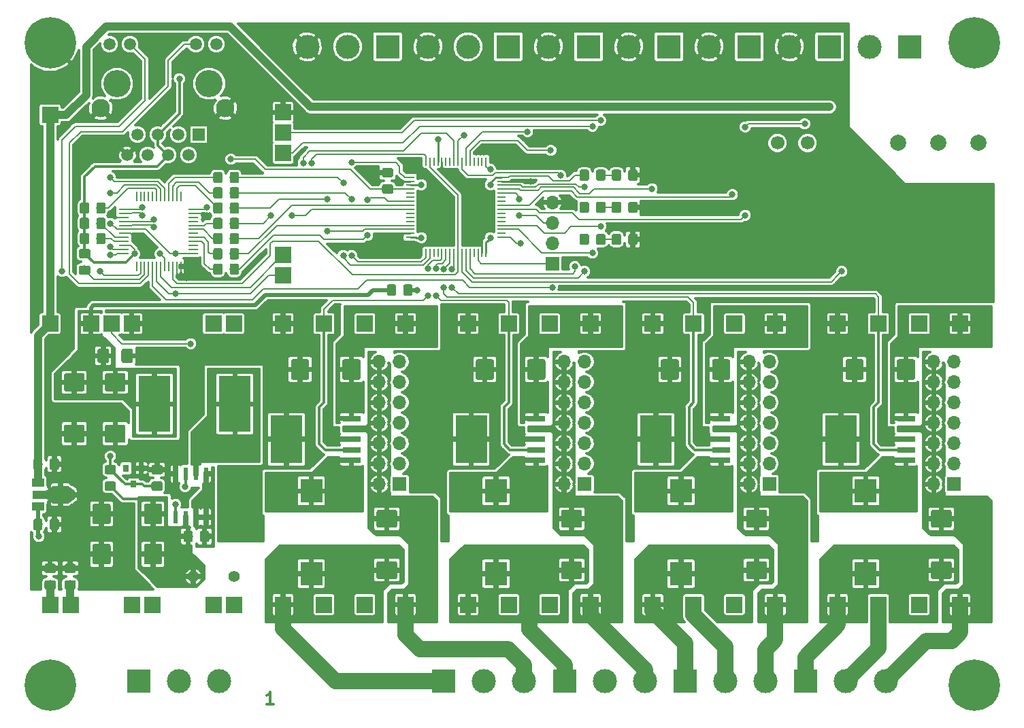
<source format=gtl>
G04 #@! TF.GenerationSoftware,KiCad,Pcbnew,5.0.2-bee76a0~70~ubuntu18.04.1*
G04 #@! TF.CreationDate,2019-04-28T14:18:51+03:00*
G04 #@! TF.ProjectId,LED_controller,4c45445f-636f-46e7-9472-6f6c6c65722e,rev?*
G04 #@! TF.SameCoordinates,Original*
G04 #@! TF.FileFunction,Copper,L1,Top*
G04 #@! TF.FilePolarity,Positive*
%FSLAX45Y45*%
G04 Gerber Fmt 4.5, Leading zero omitted, Abs format (unit mm)*
G04 Created by KiCad (PCBNEW 5.0.2-bee76a0~70~ubuntu18.04.1) date Вс 28 апр 2019 14:18:51*
%MOMM*%
%LPD*%
G01*
G04 APERTURE LIST*
G04 #@! TA.AperFunction,NonConductor*
%ADD10C,0.300000*%
G04 #@! TD*
G04 #@! TA.AperFunction,Conductor*
%ADD11C,0.200000*%
G04 #@! TD*
G04 #@! TA.AperFunction,SMDPad,CuDef*
%ADD12C,1.150000*%
G04 #@! TD*
G04 #@! TA.AperFunction,ComponentPad*
%ADD13C,3.400000*%
G04 #@! TD*
G04 #@! TA.AperFunction,ComponentPad*
%ADD14R,1.500000X1.500000*%
G04 #@! TD*
G04 #@! TA.AperFunction,ComponentPad*
%ADD15C,1.500000*%
G04 #@! TD*
G04 #@! TA.AperFunction,ComponentPad*
%ADD16C,2.300000*%
G04 #@! TD*
G04 #@! TA.AperFunction,SMDPad,CuDef*
%ADD17R,2.800000X3.000000*%
G04 #@! TD*
G04 #@! TA.AperFunction,ComponentPad*
%ADD18O,1.400000X1.400000*%
G04 #@! TD*
G04 #@! TA.AperFunction,ComponentPad*
%ADD19C,1.400000*%
G04 #@! TD*
G04 #@! TA.AperFunction,ComponentPad*
%ADD20C,3.000000*%
G04 #@! TD*
G04 #@! TA.AperFunction,ComponentPad*
%ADD21R,3.000000X3.000000*%
G04 #@! TD*
G04 #@! TA.AperFunction,ComponentPad*
%ADD22C,0.800000*%
G04 #@! TD*
G04 #@! TA.AperFunction,ComponentPad*
%ADD23C,6.400000*%
G04 #@! TD*
G04 #@! TA.AperFunction,ComponentPad*
%ADD24C,2.000000*%
G04 #@! TD*
G04 #@! TA.AperFunction,ComponentPad*
%ADD25C,1.700000*%
G04 #@! TD*
G04 #@! TA.AperFunction,ComponentPad*
%ADD26R,2.000000X2.000000*%
G04 #@! TD*
G04 #@! TA.AperFunction,SMDPad,CuDef*
%ADD27C,1.425000*%
G04 #@! TD*
G04 #@! TA.AperFunction,SMDPad,CuDef*
%ADD28C,2.250000*%
G04 #@! TD*
G04 #@! TA.AperFunction,ComponentPad*
%ADD29O,1.700000X1.700000*%
G04 #@! TD*
G04 #@! TA.AperFunction,ComponentPad*
%ADD30R,1.700000X1.700000*%
G04 #@! TD*
G04 #@! TA.AperFunction,SMDPad,CuDef*
%ADD31R,0.800000X0.900000*%
G04 #@! TD*
G04 #@! TA.AperFunction,SMDPad,CuDef*
%ADD32R,0.600000X1.550000*%
G04 #@! TD*
G04 #@! TA.AperFunction,SMDPad,CuDef*
%ADD33C,1.000000*%
G04 #@! TD*
G04 #@! TA.AperFunction,SMDPad,CuDef*
%ADD34R,1.840000X2.200000*%
G04 #@! TD*
G04 #@! TA.AperFunction,SMDPad,CuDef*
%ADD35R,1.500000X1.000000*%
G04 #@! TD*
G04 #@! TA.AperFunction,SMDPad,CuDef*
%ADD36R,1.800000X1.000000*%
G04 #@! TD*
G04 #@! TA.AperFunction,SMDPad,CuDef*
%ADD37C,0.850000*%
G04 #@! TD*
G04 #@! TA.AperFunction,SMDPad,CuDef*
%ADD38R,4.000000X7.000000*%
G04 #@! TD*
G04 #@! TA.AperFunction,SMDPad,CuDef*
%ADD39R,4.000000X6.000000*%
G04 #@! TD*
G04 #@! TA.AperFunction,SMDPad,CuDef*
%ADD40R,2.200000X0.800000*%
G04 #@! TD*
G04 #@! TA.AperFunction,SMDPad,CuDef*
%ADD41R,1.300000X0.250000*%
G04 #@! TD*
G04 #@! TA.AperFunction,SMDPad,CuDef*
%ADD42R,0.250000X1.300000*%
G04 #@! TD*
G04 #@! TA.AperFunction,SMDPad,CuDef*
%ADD43R,1.000000X0.250000*%
G04 #@! TD*
G04 #@! TA.AperFunction,SMDPad,CuDef*
%ADD44R,0.250000X1.000000*%
G04 #@! TD*
G04 #@! TA.AperFunction,ViaPad*
%ADD45C,0.800000*%
G04 #@! TD*
G04 #@! TA.AperFunction,Conductor*
%ADD46C,0.500000*%
G04 #@! TD*
G04 #@! TA.AperFunction,Conductor*
%ADD47C,0.300000*%
G04 #@! TD*
G04 #@! TA.AperFunction,Conductor*
%ADD48C,0.250000*%
G04 #@! TD*
G04 #@! TA.AperFunction,Conductor*
%ADD49C,1.000000*%
G04 #@! TD*
G04 #@! TA.AperFunction,Conductor*
%ADD50C,2.000000*%
G04 #@! TD*
G04 APERTURE END LIST*
D10*
X8133786Y-13587857D02*
X8048071Y-13587857D01*
X8090928Y-13587857D02*
X8090928Y-13437857D01*
X8076643Y-13459286D01*
X8062357Y-13473571D01*
X8048071Y-13480714D01*
D11*
G04 #@! TO.N,GND*
G04 #@! TO.C,D14*
G36*
X12637450Y-7330120D02*
X12639877Y-7330480D01*
X12642257Y-7331076D01*
X12644567Y-7331903D01*
X12646785Y-7332952D01*
X12648889Y-7334213D01*
X12650860Y-7335675D01*
X12652678Y-7337322D01*
X12654325Y-7339140D01*
X12655787Y-7341111D01*
X12657048Y-7343215D01*
X12658097Y-7345433D01*
X12658923Y-7347743D01*
X12659520Y-7350123D01*
X12659880Y-7352549D01*
X12660000Y-7355000D01*
X12660000Y-7445000D01*
X12659880Y-7447450D01*
X12659520Y-7449877D01*
X12658923Y-7452257D01*
X12658097Y-7454567D01*
X12657048Y-7456785D01*
X12655787Y-7458889D01*
X12654325Y-7460860D01*
X12652678Y-7462678D01*
X12650860Y-7464325D01*
X12648889Y-7465787D01*
X12646785Y-7467048D01*
X12644567Y-7468097D01*
X12642257Y-7468923D01*
X12639877Y-7469520D01*
X12637450Y-7469880D01*
X12635000Y-7470000D01*
X12570000Y-7470000D01*
X12567549Y-7469880D01*
X12565123Y-7469520D01*
X12562743Y-7468923D01*
X12560433Y-7468097D01*
X12558215Y-7467048D01*
X12556111Y-7465787D01*
X12554140Y-7464325D01*
X12552322Y-7462678D01*
X12550675Y-7460860D01*
X12549213Y-7458889D01*
X12547952Y-7456785D01*
X12546903Y-7454567D01*
X12546076Y-7452257D01*
X12545480Y-7449877D01*
X12545120Y-7447450D01*
X12545000Y-7445000D01*
X12545000Y-7355000D01*
X12545120Y-7352549D01*
X12545480Y-7350123D01*
X12546076Y-7347743D01*
X12546903Y-7345433D01*
X12547952Y-7343215D01*
X12549213Y-7341111D01*
X12550675Y-7339140D01*
X12552322Y-7337322D01*
X12554140Y-7335675D01*
X12556111Y-7334213D01*
X12558215Y-7332952D01*
X12560433Y-7331903D01*
X12562743Y-7331076D01*
X12565123Y-7330480D01*
X12567549Y-7330120D01*
X12570000Y-7330000D01*
X12635000Y-7330000D01*
X12637450Y-7330120D01*
X12637450Y-7330120D01*
G37*
D12*
G04 #@! TD*
G04 #@! TO.P,D14,1*
G04 #@! TO.N,GND*
X12602500Y-7400000D03*
D11*
G04 #@! TO.N,Net-(D14-Pad2)*
G04 #@! TO.C,D14*
G36*
X12432450Y-7330120D02*
X12434877Y-7330480D01*
X12437257Y-7331076D01*
X12439567Y-7331903D01*
X12441785Y-7332952D01*
X12443889Y-7334213D01*
X12445860Y-7335675D01*
X12447678Y-7337322D01*
X12449325Y-7339140D01*
X12450787Y-7341111D01*
X12452048Y-7343215D01*
X12453097Y-7345433D01*
X12453923Y-7347743D01*
X12454520Y-7350123D01*
X12454880Y-7352549D01*
X12455000Y-7355000D01*
X12455000Y-7445000D01*
X12454880Y-7447450D01*
X12454520Y-7449877D01*
X12453923Y-7452257D01*
X12453097Y-7454567D01*
X12452048Y-7456785D01*
X12450787Y-7458889D01*
X12449325Y-7460860D01*
X12447678Y-7462678D01*
X12445860Y-7464325D01*
X12443889Y-7465787D01*
X12441785Y-7467048D01*
X12439567Y-7468097D01*
X12437257Y-7468923D01*
X12434877Y-7469520D01*
X12432450Y-7469880D01*
X12430000Y-7470000D01*
X12365000Y-7470000D01*
X12362549Y-7469880D01*
X12360123Y-7469520D01*
X12357743Y-7468923D01*
X12355433Y-7468097D01*
X12353215Y-7467048D01*
X12351111Y-7465787D01*
X12349140Y-7464325D01*
X12347322Y-7462678D01*
X12345675Y-7460860D01*
X12344213Y-7458889D01*
X12342952Y-7456785D01*
X12341903Y-7454567D01*
X12341076Y-7452257D01*
X12340480Y-7449877D01*
X12340120Y-7447450D01*
X12340000Y-7445000D01*
X12340000Y-7355000D01*
X12340120Y-7352549D01*
X12340480Y-7350123D01*
X12341076Y-7347743D01*
X12341903Y-7345433D01*
X12342952Y-7343215D01*
X12344213Y-7341111D01*
X12345675Y-7339140D01*
X12347322Y-7337322D01*
X12349140Y-7335675D01*
X12351111Y-7334213D01*
X12353215Y-7332952D01*
X12355433Y-7331903D01*
X12357743Y-7331076D01*
X12360123Y-7330480D01*
X12362549Y-7330120D01*
X12365000Y-7330000D01*
X12430000Y-7330000D01*
X12432450Y-7330120D01*
X12432450Y-7330120D01*
G37*
D12*
G04 #@! TD*
G04 #@! TO.P,D14,2*
G04 #@! TO.N,Net-(D14-Pad2)*
X12397500Y-7400000D03*
D11*
G04 #@! TO.N,Net-(D13-Pad2)*
G04 #@! TO.C,D13*
G36*
X12432450Y-6930120D02*
X12434877Y-6930480D01*
X12437257Y-6931076D01*
X12439567Y-6931903D01*
X12441785Y-6932952D01*
X12443889Y-6934213D01*
X12445860Y-6935675D01*
X12447678Y-6937322D01*
X12449325Y-6939140D01*
X12450787Y-6941111D01*
X12452048Y-6943215D01*
X12453097Y-6945433D01*
X12453923Y-6947743D01*
X12454520Y-6950123D01*
X12454880Y-6952549D01*
X12455000Y-6955000D01*
X12455000Y-7045000D01*
X12454880Y-7047450D01*
X12454520Y-7049877D01*
X12453923Y-7052257D01*
X12453097Y-7054567D01*
X12452048Y-7056785D01*
X12450787Y-7058889D01*
X12449325Y-7060860D01*
X12447678Y-7062678D01*
X12445860Y-7064325D01*
X12443889Y-7065787D01*
X12441785Y-7067048D01*
X12439567Y-7068097D01*
X12437257Y-7068923D01*
X12434877Y-7069520D01*
X12432450Y-7069880D01*
X12430000Y-7070000D01*
X12365000Y-7070000D01*
X12362549Y-7069880D01*
X12360123Y-7069520D01*
X12357743Y-7068923D01*
X12355433Y-7068097D01*
X12353215Y-7067048D01*
X12351111Y-7065787D01*
X12349140Y-7064325D01*
X12347322Y-7062678D01*
X12345675Y-7060860D01*
X12344213Y-7058889D01*
X12342952Y-7056785D01*
X12341903Y-7054567D01*
X12341076Y-7052257D01*
X12340480Y-7049877D01*
X12340120Y-7047450D01*
X12340000Y-7045000D01*
X12340000Y-6955000D01*
X12340120Y-6952549D01*
X12340480Y-6950123D01*
X12341076Y-6947743D01*
X12341903Y-6945433D01*
X12342952Y-6943215D01*
X12344213Y-6941111D01*
X12345675Y-6939140D01*
X12347322Y-6937322D01*
X12349140Y-6935675D01*
X12351111Y-6934213D01*
X12353215Y-6932952D01*
X12355433Y-6931903D01*
X12357743Y-6931076D01*
X12360123Y-6930480D01*
X12362549Y-6930120D01*
X12365000Y-6930000D01*
X12430000Y-6930000D01*
X12432450Y-6930120D01*
X12432450Y-6930120D01*
G37*
D12*
G04 #@! TD*
G04 #@! TO.P,D13,2*
G04 #@! TO.N,Net-(D13-Pad2)*
X12397500Y-7000000D03*
D11*
G04 #@! TO.N,GND*
G04 #@! TO.C,D13*
G36*
X12637450Y-6930120D02*
X12639877Y-6930480D01*
X12642257Y-6931076D01*
X12644567Y-6931903D01*
X12646785Y-6932952D01*
X12648889Y-6934213D01*
X12650860Y-6935675D01*
X12652678Y-6937322D01*
X12654325Y-6939140D01*
X12655787Y-6941111D01*
X12657048Y-6943215D01*
X12658097Y-6945433D01*
X12658923Y-6947743D01*
X12659520Y-6950123D01*
X12659880Y-6952549D01*
X12660000Y-6955000D01*
X12660000Y-7045000D01*
X12659880Y-7047450D01*
X12659520Y-7049877D01*
X12658923Y-7052257D01*
X12658097Y-7054567D01*
X12657048Y-7056785D01*
X12655787Y-7058889D01*
X12654325Y-7060860D01*
X12652678Y-7062678D01*
X12650860Y-7064325D01*
X12648889Y-7065787D01*
X12646785Y-7067048D01*
X12644567Y-7068097D01*
X12642257Y-7068923D01*
X12639877Y-7069520D01*
X12637450Y-7069880D01*
X12635000Y-7070000D01*
X12570000Y-7070000D01*
X12567549Y-7069880D01*
X12565123Y-7069520D01*
X12562743Y-7068923D01*
X12560433Y-7068097D01*
X12558215Y-7067048D01*
X12556111Y-7065787D01*
X12554140Y-7064325D01*
X12552322Y-7062678D01*
X12550675Y-7060860D01*
X12549213Y-7058889D01*
X12547952Y-7056785D01*
X12546903Y-7054567D01*
X12546076Y-7052257D01*
X12545480Y-7049877D01*
X12545120Y-7047450D01*
X12545000Y-7045000D01*
X12545000Y-6955000D01*
X12545120Y-6952549D01*
X12545480Y-6950123D01*
X12546076Y-6947743D01*
X12546903Y-6945433D01*
X12547952Y-6943215D01*
X12549213Y-6941111D01*
X12550675Y-6939140D01*
X12552322Y-6937322D01*
X12554140Y-6935675D01*
X12556111Y-6934213D01*
X12558215Y-6932952D01*
X12560433Y-6931903D01*
X12562743Y-6931076D01*
X12565123Y-6930480D01*
X12567549Y-6930120D01*
X12570000Y-6930000D01*
X12635000Y-6930000D01*
X12637450Y-6930120D01*
X12637450Y-6930120D01*
G37*
D12*
G04 #@! TD*
G04 #@! TO.P,D13,1*
G04 #@! TO.N,GND*
X12602500Y-7000000D03*
D11*
G04 #@! TO.N,GND*
G04 #@! TO.C,D15*
G36*
X12637450Y-7730120D02*
X12639877Y-7730480D01*
X12642257Y-7731076D01*
X12644567Y-7731903D01*
X12646785Y-7732952D01*
X12648889Y-7734213D01*
X12650860Y-7735675D01*
X12652678Y-7737322D01*
X12654325Y-7739140D01*
X12655787Y-7741111D01*
X12657048Y-7743215D01*
X12658097Y-7745433D01*
X12658923Y-7747743D01*
X12659520Y-7750123D01*
X12659880Y-7752549D01*
X12660000Y-7755000D01*
X12660000Y-7845000D01*
X12659880Y-7847450D01*
X12659520Y-7849877D01*
X12658923Y-7852257D01*
X12658097Y-7854567D01*
X12657048Y-7856785D01*
X12655787Y-7858889D01*
X12654325Y-7860860D01*
X12652678Y-7862678D01*
X12650860Y-7864325D01*
X12648889Y-7865787D01*
X12646785Y-7867048D01*
X12644567Y-7868097D01*
X12642257Y-7868923D01*
X12639877Y-7869520D01*
X12637450Y-7869880D01*
X12635000Y-7870000D01*
X12570000Y-7870000D01*
X12567549Y-7869880D01*
X12565123Y-7869520D01*
X12562743Y-7868923D01*
X12560433Y-7868097D01*
X12558215Y-7867048D01*
X12556111Y-7865787D01*
X12554140Y-7864325D01*
X12552322Y-7862678D01*
X12550675Y-7860860D01*
X12549213Y-7858889D01*
X12547952Y-7856785D01*
X12546903Y-7854567D01*
X12546076Y-7852257D01*
X12545480Y-7849877D01*
X12545120Y-7847450D01*
X12545000Y-7845000D01*
X12545000Y-7755000D01*
X12545120Y-7752549D01*
X12545480Y-7750123D01*
X12546076Y-7747743D01*
X12546903Y-7745433D01*
X12547952Y-7743215D01*
X12549213Y-7741111D01*
X12550675Y-7739140D01*
X12552322Y-7737322D01*
X12554140Y-7735675D01*
X12556111Y-7734213D01*
X12558215Y-7732952D01*
X12560433Y-7731903D01*
X12562743Y-7731076D01*
X12565123Y-7730480D01*
X12567549Y-7730120D01*
X12570000Y-7730000D01*
X12635000Y-7730000D01*
X12637450Y-7730120D01*
X12637450Y-7730120D01*
G37*
D12*
G04 #@! TD*
G04 #@! TO.P,D15,1*
G04 #@! TO.N,GND*
X12602500Y-7800000D03*
D11*
G04 #@! TO.N,Net-(D15-Pad2)*
G04 #@! TO.C,D15*
G36*
X12432450Y-7730120D02*
X12434877Y-7730480D01*
X12437257Y-7731076D01*
X12439567Y-7731903D01*
X12441785Y-7732952D01*
X12443889Y-7734213D01*
X12445860Y-7735675D01*
X12447678Y-7737322D01*
X12449325Y-7739140D01*
X12450787Y-7741111D01*
X12452048Y-7743215D01*
X12453097Y-7745433D01*
X12453923Y-7747743D01*
X12454520Y-7750123D01*
X12454880Y-7752549D01*
X12455000Y-7755000D01*
X12455000Y-7845000D01*
X12454880Y-7847450D01*
X12454520Y-7849877D01*
X12453923Y-7852257D01*
X12453097Y-7854567D01*
X12452048Y-7856785D01*
X12450787Y-7858889D01*
X12449325Y-7860860D01*
X12447678Y-7862678D01*
X12445860Y-7864325D01*
X12443889Y-7865787D01*
X12441785Y-7867048D01*
X12439567Y-7868097D01*
X12437257Y-7868923D01*
X12434877Y-7869520D01*
X12432450Y-7869880D01*
X12430000Y-7870000D01*
X12365000Y-7870000D01*
X12362549Y-7869880D01*
X12360123Y-7869520D01*
X12357743Y-7868923D01*
X12355433Y-7868097D01*
X12353215Y-7867048D01*
X12351111Y-7865787D01*
X12349140Y-7864325D01*
X12347322Y-7862678D01*
X12345675Y-7860860D01*
X12344213Y-7858889D01*
X12342952Y-7856785D01*
X12341903Y-7854567D01*
X12341076Y-7852257D01*
X12340480Y-7849877D01*
X12340120Y-7847450D01*
X12340000Y-7845000D01*
X12340000Y-7755000D01*
X12340120Y-7752549D01*
X12340480Y-7750123D01*
X12341076Y-7747743D01*
X12341903Y-7745433D01*
X12342952Y-7743215D01*
X12344213Y-7741111D01*
X12345675Y-7739140D01*
X12347322Y-7737322D01*
X12349140Y-7735675D01*
X12351111Y-7734213D01*
X12353215Y-7732952D01*
X12355433Y-7731903D01*
X12357743Y-7731076D01*
X12360123Y-7730480D01*
X12362549Y-7730120D01*
X12365000Y-7730000D01*
X12430000Y-7730000D01*
X12432450Y-7730120D01*
X12432450Y-7730120D01*
G37*
D12*
G04 #@! TD*
G04 #@! TO.P,D15,2*
G04 #@! TO.N,Net-(D15-Pad2)*
X12397500Y-7800000D03*
D13*
G04 #@! TO.P,J42,MH*
G04 #@! TO.N,N/C*
X6183000Y-5860000D03*
X7327000Y-5860000D03*
D14*
G04 #@! TO.P,J42,1*
G04 #@! TO.N,/04_ethernet/ETH_TD_P*
X7200000Y-6496000D03*
D15*
G04 #@! TO.P,J42,3*
G04 #@! TO.N,/04_ethernet/ETH_RD_P*
X6946000Y-6496000D03*
G04 #@! TO.P,J42,5*
G04 #@! TO.N,/04_ethernet/Vdd*
X6692000Y-6496000D03*
G04 #@! TO.P,J42,7*
G04 #@! TO.N,Net-(J42-Pad7)*
X6438000Y-6496000D03*
G04 #@! TO.P,J42,8*
G04 #@! TO.N,GND*
X6311000Y-6750000D03*
G04 #@! TO.P,J42,2*
G04 #@! TO.N,/04_ethernet/ETH_TD_N*
X7073000Y-6750000D03*
G04 #@! TO.P,J42,4*
G04 #@! TO.N,/04_ethernet/Vdd*
X6819000Y-6750000D03*
G04 #@! TO.P,J42,6*
G04 #@! TO.N,/04_ethernet/ETH_RD_N*
X6565000Y-6750000D03*
G04 #@! TO.P,J42,9*
G04 #@! TO.N,Net-(J42-Pad9)*
X7418000Y-5370000D03*
G04 #@! TO.P,J42,10*
G04 #@! TO.N,Net-(J42-Pad10)*
X7164000Y-5370000D03*
G04 #@! TO.P,J42,11*
G04 #@! TO.N,Net-(J42-Pad11)*
X6346000Y-5370000D03*
G04 #@! TO.P,J42,12*
G04 #@! TO.N,Net-(J42-Pad12)*
X6092000Y-5370000D03*
D16*
G04 #@! TO.P,J42,SH*
G04 #@! TO.N,GND*
X5980000Y-6165000D03*
X7530000Y-6165000D03*
G04 #@! TD*
D17*
G04 #@! TO.P,L5,2*
G04 #@! TO.N,/03_drivers/LED4-*
X15500000Y-11965000D03*
G04 #@! TO.P,L5,1*
G04 #@! TO.N,Net-(D12-Pad2)*
X15500000Y-10935000D03*
G04 #@! TD*
G04 #@! TO.P,L4,2*
G04 #@! TO.N,/03_drivers/LED3-*
X13200000Y-11965000D03*
G04 #@! TO.P,L4,1*
G04 #@! TO.N,Net-(D11-Pad2)*
X13200000Y-10935000D03*
G04 #@! TD*
G04 #@! TO.P,L3,2*
G04 #@! TO.N,/03_drivers/LED2-*
X10900000Y-11965000D03*
G04 #@! TO.P,L3,1*
G04 #@! TO.N,Net-(D10-Pad2)*
X10900000Y-10935000D03*
G04 #@! TD*
G04 #@! TO.P,L2,2*
G04 #@! TO.N,/03_drivers/LED1-*
X8600000Y-11965000D03*
G04 #@! TO.P,L2,1*
G04 #@! TO.N,Net-(D9-Pad2)*
X8600000Y-10935000D03*
G04 #@! TD*
D18*
G04 #@! TO.P,F1,2*
G04 #@! TO.N,/01_power/Vinf*
X7132000Y-12000000D03*
D19*
G04 #@! TO.P,F1,1*
G04 #@! TO.N,Vin*
X7640000Y-12000000D03*
G04 #@! TD*
D20*
G04 #@! TO.P,J67,2*
G04 #@! TO.N,/02_interfaces/RL_CO*
X15550000Y-5400000D03*
D21*
G04 #@! TO.P,J67,1*
G04 #@! TO.N,/02_interfaces/RL_NO*
X16050000Y-5400000D03*
G04 #@! TD*
D20*
G04 #@! TO.P,J13,2*
G04 #@! TO.N,GND*
X13550000Y-5400000D03*
D21*
G04 #@! TO.P,J13,1*
G04 #@! TO.N,dim-*
X14050000Y-5400000D03*
G04 #@! TD*
D20*
G04 #@! TO.P,J8,2*
G04 #@! TO.N,GND*
X11550000Y-5400000D03*
D21*
G04 #@! TO.P,J8,1*
G04 #@! TO.N,switch_in*
X12050000Y-5400000D03*
G04 #@! TD*
D20*
G04 #@! TO.P,J10,2*
G04 #@! TO.N,GND*
X12550000Y-5400000D03*
D21*
G04 #@! TO.P,J10,1*
G04 #@! TO.N,dim+*
X13050000Y-5400000D03*
G04 #@! TD*
D20*
G04 #@! TO.P,J11,2*
G04 #@! TO.N,GND*
X14550000Y-5400000D03*
D21*
G04 #@! TO.P,J11,1*
G04 #@! TO.N,aux_in*
X15050000Y-5400000D03*
G04 #@! TD*
D20*
G04 #@! TO.P,J34,3*
G04 #@! TO.N,/03_drivers/LED3+*
X14250000Y-13300000D03*
G04 #@! TO.P,J34,2*
G04 #@! TO.N,/03_drivers/RSV-32*
X13750000Y-13300000D03*
D21*
G04 #@! TO.P,J34,1*
G04 #@! TO.N,/03_drivers/LED3-*
X13250000Y-13300000D03*
G04 #@! TD*
D20*
G04 #@! TO.P,J35,3*
G04 #@! TO.N,/03_drivers/LED4+*
X15750000Y-13300000D03*
G04 #@! TO.P,J35,2*
G04 #@! TO.N,/03_drivers/RSV-42*
X15250000Y-13300000D03*
D21*
G04 #@! TO.P,J35,1*
G04 #@! TO.N,/03_drivers/LED4-*
X14750000Y-13300000D03*
G04 #@! TD*
D20*
G04 #@! TO.P,J21,3*
G04 #@! TO.N,/03_drivers/LED2+*
X12750000Y-13300000D03*
G04 #@! TO.P,J21,2*
G04 #@! TO.N,/03_drivers/RSV-22*
X12250000Y-13300000D03*
D21*
G04 #@! TO.P,J21,1*
G04 #@! TO.N,/03_drivers/LED2-*
X11750000Y-13300000D03*
G04 #@! TD*
D20*
G04 #@! TO.P,J20,3*
G04 #@! TO.N,/03_drivers/LED1+*
X11250000Y-13300000D03*
G04 #@! TO.P,J20,2*
G04 #@! TO.N,/03_drivers/RSV-12*
X10750000Y-13300000D03*
D21*
G04 #@! TO.P,J20,1*
G04 #@! TO.N,/03_drivers/LED1-*
X10250000Y-13300000D03*
G04 #@! TD*
D20*
G04 #@! TO.P,J12,3*
G04 #@! TO.N,GND*
X10050000Y-5400000D03*
G04 #@! TO.P,J12,2*
G04 #@! TO.N,Net-(J12-Pad2)*
X10550000Y-5400000D03*
D21*
G04 #@! TO.P,J12,1*
G04 #@! TO.N,Net-(F3-Pad1)*
X11050000Y-5400000D03*
G04 #@! TD*
D20*
G04 #@! TO.P,J9,3*
G04 #@! TO.N,GND*
X8550000Y-5400000D03*
G04 #@! TO.P,J9,2*
G04 #@! TO.N,Net-(J9-Pad2)*
X9050000Y-5400000D03*
D21*
G04 #@! TO.P,J9,1*
G04 #@! TO.N,Net-(F2-Pad1)*
X9550000Y-5400000D03*
G04 #@! TD*
D20*
G04 #@! TO.P,J3,3*
G04 #@! TO.N,Vin*
X7450000Y-13300000D03*
G04 #@! TO.P,J3,2*
G04 #@! TO.N,Net-(J3-Pad2)*
X6950000Y-13300000D03*
D21*
G04 #@! TO.P,J3,1*
G04 #@! TO.N,Net-(J3-Pad1)*
X6450000Y-13300000D03*
G04 #@! TD*
D22*
G04 #@! TO.P,MH4,1*
G04 #@! TO.N,Net-(MH4-Pad1)*
X17019706Y-13180294D03*
X16850000Y-13110000D03*
X16680294Y-13180294D03*
X16610000Y-13350000D03*
X16680294Y-13519706D03*
X16850000Y-13590000D03*
X17019706Y-13519706D03*
X17090000Y-13350000D03*
D23*
X16850000Y-13350000D03*
G04 #@! TD*
D22*
G04 #@! TO.P,MH3,1*
G04 #@! TO.N,Net-(MH3-Pad1)*
X5519706Y-13180294D03*
X5350000Y-13110000D03*
X5180294Y-13180294D03*
X5110000Y-13350000D03*
X5180294Y-13519706D03*
X5350000Y-13590000D03*
X5519706Y-13519706D03*
X5590000Y-13350000D03*
D23*
X5350000Y-13350000D03*
G04 #@! TD*
D22*
G04 #@! TO.P,MH2,1*
G04 #@! TO.N,Net-(MH2-Pad1)*
X17019706Y-5180294D03*
X16850000Y-5110000D03*
X16680294Y-5180294D03*
X16610000Y-5350000D03*
X16680294Y-5519706D03*
X16850000Y-5590000D03*
X17019706Y-5519706D03*
X17090000Y-5350000D03*
D23*
X16850000Y-5350000D03*
G04 #@! TD*
D22*
G04 #@! TO.P,MH1,1*
G04 #@! TO.N,GND*
X5519706Y-5180294D03*
X5350000Y-5110000D03*
X5180294Y-5180294D03*
X5110000Y-5350000D03*
X5180294Y-5519706D03*
X5350000Y-5590000D03*
X5519706Y-5519706D03*
X5590000Y-5350000D03*
D23*
X5350000Y-5350000D03*
G04 #@! TD*
D24*
G04 #@! TO.P,K1,14*
G04 #@! TO.N,/02_interfaces/RL_NO*
X16900000Y-6600000D03*
G04 #@! TO.P,K1,11*
G04 #@! TO.N,/02_interfaces/RL_CO*
X16400000Y-6600000D03*
G04 #@! TO.P,K1,12*
G04 #@! TO.N,Net-(K1-Pad12)*
X15900000Y-6600000D03*
D25*
G04 #@! TO.P,K1,A2*
G04 #@! TO.N,Net-(D16-Pad2)*
X14775000Y-6600000D03*
G04 #@! TO.P,K1,A1*
G04 #@! TO.N,+12V*
X14400000Y-6600000D03*
G04 #@! TD*
D26*
G04 #@! TO.P,J7-2,1*
G04 #@! TO.N,+12V*
X5350000Y-6250000D03*
G04 #@! TD*
D11*
G04 #@! TO.N,Net-(J3-Pad1)*
G04 #@! TO.C,R12*
G36*
X5647450Y-12045120D02*
X5649877Y-12045480D01*
X5652257Y-12046076D01*
X5654567Y-12046903D01*
X5656785Y-12047952D01*
X5658889Y-12049213D01*
X5660860Y-12050675D01*
X5662678Y-12052322D01*
X5664325Y-12054140D01*
X5665787Y-12056111D01*
X5667048Y-12058215D01*
X5668097Y-12060433D01*
X5668923Y-12062743D01*
X5669520Y-12065123D01*
X5669880Y-12067549D01*
X5670000Y-12070000D01*
X5670000Y-12135000D01*
X5669880Y-12137450D01*
X5669520Y-12139877D01*
X5668923Y-12142257D01*
X5668097Y-12144567D01*
X5667048Y-12146785D01*
X5665787Y-12148889D01*
X5664325Y-12150860D01*
X5662678Y-12152678D01*
X5660860Y-12154325D01*
X5658889Y-12155787D01*
X5656785Y-12157048D01*
X5654567Y-12158097D01*
X5652257Y-12158923D01*
X5649877Y-12159520D01*
X5647450Y-12159880D01*
X5645000Y-12160000D01*
X5555000Y-12160000D01*
X5552550Y-12159880D01*
X5550123Y-12159520D01*
X5547743Y-12158923D01*
X5545433Y-12158097D01*
X5543215Y-12157048D01*
X5541111Y-12155787D01*
X5539140Y-12154325D01*
X5537322Y-12152678D01*
X5535675Y-12150860D01*
X5534213Y-12148889D01*
X5532952Y-12146785D01*
X5531903Y-12144567D01*
X5531077Y-12142257D01*
X5530480Y-12139877D01*
X5530120Y-12137450D01*
X5530000Y-12135000D01*
X5530000Y-12070000D01*
X5530120Y-12067549D01*
X5530480Y-12065123D01*
X5531077Y-12062743D01*
X5531903Y-12060433D01*
X5532952Y-12058215D01*
X5534213Y-12056111D01*
X5535675Y-12054140D01*
X5537322Y-12052322D01*
X5539140Y-12050675D01*
X5541111Y-12049213D01*
X5543215Y-12047952D01*
X5545433Y-12046903D01*
X5547743Y-12046076D01*
X5550123Y-12045480D01*
X5552550Y-12045120D01*
X5555000Y-12045000D01*
X5645000Y-12045000D01*
X5647450Y-12045120D01*
X5647450Y-12045120D01*
G37*
D12*
G04 #@! TD*
G04 #@! TO.P,R12,2*
G04 #@! TO.N,Net-(J3-Pad1)*
X5600000Y-12102500D03*
D11*
G04 #@! TO.N,GND*
G04 #@! TO.C,R12*
G36*
X5647450Y-11840120D02*
X5649877Y-11840480D01*
X5652257Y-11841076D01*
X5654567Y-11841903D01*
X5656785Y-11842952D01*
X5658889Y-11844213D01*
X5660860Y-11845675D01*
X5662678Y-11847322D01*
X5664325Y-11849140D01*
X5665787Y-11851111D01*
X5667048Y-11853215D01*
X5668097Y-11855433D01*
X5668923Y-11857743D01*
X5669520Y-11860123D01*
X5669880Y-11862549D01*
X5670000Y-11865000D01*
X5670000Y-11930000D01*
X5669880Y-11932450D01*
X5669520Y-11934877D01*
X5668923Y-11937257D01*
X5668097Y-11939567D01*
X5667048Y-11941785D01*
X5665787Y-11943889D01*
X5664325Y-11945860D01*
X5662678Y-11947678D01*
X5660860Y-11949325D01*
X5658889Y-11950787D01*
X5656785Y-11952048D01*
X5654567Y-11953097D01*
X5652257Y-11953923D01*
X5649877Y-11954520D01*
X5647450Y-11954880D01*
X5645000Y-11955000D01*
X5555000Y-11955000D01*
X5552550Y-11954880D01*
X5550123Y-11954520D01*
X5547743Y-11953923D01*
X5545433Y-11953097D01*
X5543215Y-11952048D01*
X5541111Y-11950787D01*
X5539140Y-11949325D01*
X5537322Y-11947678D01*
X5535675Y-11945860D01*
X5534213Y-11943889D01*
X5532952Y-11941785D01*
X5531903Y-11939567D01*
X5531077Y-11937257D01*
X5530480Y-11934877D01*
X5530120Y-11932450D01*
X5530000Y-11930000D01*
X5530000Y-11865000D01*
X5530120Y-11862549D01*
X5530480Y-11860123D01*
X5531077Y-11857743D01*
X5531903Y-11855433D01*
X5532952Y-11853215D01*
X5534213Y-11851111D01*
X5535675Y-11849140D01*
X5537322Y-11847322D01*
X5539140Y-11845675D01*
X5541111Y-11844213D01*
X5543215Y-11842952D01*
X5545433Y-11841903D01*
X5547743Y-11841076D01*
X5550123Y-11840480D01*
X5552550Y-11840120D01*
X5555000Y-11840000D01*
X5645000Y-11840000D01*
X5647450Y-11840120D01*
X5647450Y-11840120D01*
G37*
D12*
G04 #@! TD*
G04 #@! TO.P,R12,1*
G04 #@! TO.N,GND*
X5600000Y-11897500D03*
D26*
G04 #@! TO.P,J66,1*
G04 #@! TO.N,Vdrv*
X7636000Y-8850000D03*
G04 #@! TD*
G04 #@! TO.P,J65,1*
G04 #@! TO.N,Net-(J3-Pad2)*
X6620000Y-12350000D03*
G04 #@! TD*
G04 #@! TO.P,J63,1*
G04 #@! TO.N,Vin*
X7636000Y-12350000D03*
G04 #@! TD*
G04 #@! TO.P,J64,1*
G04 #@! TO.N,Net-(J3-Pad1)*
X5350000Y-12350000D03*
G04 #@! TD*
D11*
G04 #@! TO.N,GND*
G04 #@! TO.C,C39*
G36*
X9597451Y-6910120D02*
X9599877Y-6910480D01*
X9602257Y-6911076D01*
X9604567Y-6911903D01*
X9606785Y-6912952D01*
X9608889Y-6914213D01*
X9610860Y-6915675D01*
X9612678Y-6917322D01*
X9614325Y-6919140D01*
X9615787Y-6921111D01*
X9617048Y-6923215D01*
X9618097Y-6925433D01*
X9618924Y-6927743D01*
X9619520Y-6930123D01*
X9619880Y-6932549D01*
X9620000Y-6935000D01*
X9620000Y-7000000D01*
X9619880Y-7002450D01*
X9619520Y-7004877D01*
X9618924Y-7007257D01*
X9618097Y-7009567D01*
X9617048Y-7011785D01*
X9615787Y-7013889D01*
X9614325Y-7015860D01*
X9612678Y-7017678D01*
X9610860Y-7019325D01*
X9608889Y-7020787D01*
X9606785Y-7022048D01*
X9604567Y-7023097D01*
X9602257Y-7023923D01*
X9599877Y-7024520D01*
X9597451Y-7024880D01*
X9595000Y-7025000D01*
X9505000Y-7025000D01*
X9502550Y-7024880D01*
X9500123Y-7024520D01*
X9497743Y-7023923D01*
X9495433Y-7023097D01*
X9493215Y-7022048D01*
X9491111Y-7020787D01*
X9489140Y-7019325D01*
X9487322Y-7017678D01*
X9485675Y-7015860D01*
X9484213Y-7013889D01*
X9482952Y-7011785D01*
X9481903Y-7009567D01*
X9481077Y-7007257D01*
X9480480Y-7004877D01*
X9480120Y-7002450D01*
X9480000Y-7000000D01*
X9480000Y-6935000D01*
X9480120Y-6932549D01*
X9480480Y-6930123D01*
X9481077Y-6927743D01*
X9481903Y-6925433D01*
X9482952Y-6923215D01*
X9484213Y-6921111D01*
X9485675Y-6919140D01*
X9487322Y-6917322D01*
X9489140Y-6915675D01*
X9491111Y-6914213D01*
X9493215Y-6912952D01*
X9495433Y-6911903D01*
X9497743Y-6911076D01*
X9500123Y-6910480D01*
X9502550Y-6910120D01*
X9505000Y-6910000D01*
X9595000Y-6910000D01*
X9597451Y-6910120D01*
X9597451Y-6910120D01*
G37*
D12*
G04 #@! TD*
G04 #@! TO.P,C39,2*
G04 #@! TO.N,GND*
X9550000Y-6967500D03*
D11*
G04 #@! TO.N,Vin_sense*
G04 #@! TO.C,C39*
G36*
X9597451Y-7115120D02*
X9599877Y-7115480D01*
X9602257Y-7116076D01*
X9604567Y-7116903D01*
X9606785Y-7117952D01*
X9608889Y-7119213D01*
X9610860Y-7120675D01*
X9612678Y-7122322D01*
X9614325Y-7124140D01*
X9615787Y-7126111D01*
X9617048Y-7128215D01*
X9618097Y-7130433D01*
X9618924Y-7132743D01*
X9619520Y-7135123D01*
X9619880Y-7137549D01*
X9620000Y-7140000D01*
X9620000Y-7205000D01*
X9619880Y-7207450D01*
X9619520Y-7209877D01*
X9618924Y-7212257D01*
X9618097Y-7214567D01*
X9617048Y-7216785D01*
X9615787Y-7218889D01*
X9614325Y-7220860D01*
X9612678Y-7222678D01*
X9610860Y-7224325D01*
X9608889Y-7225787D01*
X9606785Y-7227048D01*
X9604567Y-7228097D01*
X9602257Y-7228923D01*
X9599877Y-7229520D01*
X9597451Y-7229880D01*
X9595000Y-7230000D01*
X9505000Y-7230000D01*
X9502550Y-7229880D01*
X9500123Y-7229520D01*
X9497743Y-7228923D01*
X9495433Y-7228097D01*
X9493215Y-7227048D01*
X9491111Y-7225787D01*
X9489140Y-7224325D01*
X9487322Y-7222678D01*
X9485675Y-7220860D01*
X9484213Y-7218889D01*
X9482952Y-7216785D01*
X9481903Y-7214567D01*
X9481077Y-7212257D01*
X9480480Y-7209877D01*
X9480120Y-7207450D01*
X9480000Y-7205000D01*
X9480000Y-7140000D01*
X9480120Y-7137549D01*
X9480480Y-7135123D01*
X9481077Y-7132743D01*
X9481903Y-7130433D01*
X9482952Y-7128215D01*
X9484213Y-7126111D01*
X9485675Y-7124140D01*
X9487322Y-7122322D01*
X9489140Y-7120675D01*
X9491111Y-7119213D01*
X9493215Y-7117952D01*
X9495433Y-7116903D01*
X9497743Y-7116076D01*
X9500123Y-7115480D01*
X9502550Y-7115120D01*
X9505000Y-7115000D01*
X9595000Y-7115000D01*
X9597451Y-7115120D01*
X9597451Y-7115120D01*
G37*
D12*
G04 #@! TD*
G04 #@! TO.P,C39,1*
G04 #@! TO.N,Vin_sense*
X9550000Y-7172500D03*
D11*
G04 #@! TO.N,GND*
G04 #@! TO.C,C7*
G36*
X5437451Y-11280120D02*
X5439877Y-11280480D01*
X5442257Y-11281076D01*
X5444567Y-11281903D01*
X5446785Y-11282952D01*
X5448889Y-11284213D01*
X5450860Y-11285675D01*
X5452678Y-11287322D01*
X5454325Y-11289140D01*
X5455787Y-11291111D01*
X5457048Y-11293215D01*
X5458097Y-11295433D01*
X5458924Y-11297743D01*
X5459520Y-11300123D01*
X5459880Y-11302549D01*
X5460000Y-11305000D01*
X5460000Y-11395000D01*
X5459880Y-11397450D01*
X5459520Y-11399877D01*
X5458924Y-11402257D01*
X5458097Y-11404567D01*
X5457048Y-11406785D01*
X5455787Y-11408889D01*
X5454325Y-11410860D01*
X5452678Y-11412678D01*
X5450860Y-11414325D01*
X5448889Y-11415787D01*
X5446785Y-11417048D01*
X5444567Y-11418097D01*
X5442257Y-11418923D01*
X5439877Y-11419520D01*
X5437451Y-11419880D01*
X5435000Y-11420000D01*
X5370000Y-11420000D01*
X5367550Y-11419880D01*
X5365123Y-11419520D01*
X5362743Y-11418923D01*
X5360433Y-11418097D01*
X5358215Y-11417048D01*
X5356111Y-11415787D01*
X5354140Y-11414325D01*
X5352322Y-11412678D01*
X5350675Y-11410860D01*
X5349213Y-11408889D01*
X5347952Y-11406785D01*
X5346903Y-11404567D01*
X5346077Y-11402257D01*
X5345480Y-11399877D01*
X5345120Y-11397450D01*
X5345000Y-11395000D01*
X5345000Y-11305000D01*
X5345120Y-11302549D01*
X5345480Y-11300123D01*
X5346077Y-11297743D01*
X5346903Y-11295433D01*
X5347952Y-11293215D01*
X5349213Y-11291111D01*
X5350675Y-11289140D01*
X5352322Y-11287322D01*
X5354140Y-11285675D01*
X5356111Y-11284213D01*
X5358215Y-11282952D01*
X5360433Y-11281903D01*
X5362743Y-11281076D01*
X5365123Y-11280480D01*
X5367550Y-11280120D01*
X5370000Y-11280000D01*
X5435000Y-11280000D01*
X5437451Y-11280120D01*
X5437451Y-11280120D01*
G37*
D12*
G04 #@! TD*
G04 #@! TO.P,C7,2*
G04 #@! TO.N,GND*
X5402500Y-11350000D03*
D11*
G04 #@! TO.N,/01_power/Vinf*
G04 #@! TO.C,C7*
G36*
X5232451Y-11280120D02*
X5234877Y-11280480D01*
X5237257Y-11281076D01*
X5239567Y-11281903D01*
X5241785Y-11282952D01*
X5243889Y-11284213D01*
X5245860Y-11285675D01*
X5247678Y-11287322D01*
X5249325Y-11289140D01*
X5250787Y-11291111D01*
X5252048Y-11293215D01*
X5253097Y-11295433D01*
X5253924Y-11297743D01*
X5254520Y-11300123D01*
X5254880Y-11302549D01*
X5255000Y-11305000D01*
X5255000Y-11395000D01*
X5254880Y-11397450D01*
X5254520Y-11399877D01*
X5253924Y-11402257D01*
X5253097Y-11404567D01*
X5252048Y-11406785D01*
X5250787Y-11408889D01*
X5249325Y-11410860D01*
X5247678Y-11412678D01*
X5245860Y-11414325D01*
X5243889Y-11415787D01*
X5241785Y-11417048D01*
X5239567Y-11418097D01*
X5237257Y-11418923D01*
X5234877Y-11419520D01*
X5232451Y-11419880D01*
X5230000Y-11420000D01*
X5165000Y-11420000D01*
X5162550Y-11419880D01*
X5160123Y-11419520D01*
X5157743Y-11418923D01*
X5155433Y-11418097D01*
X5153215Y-11417048D01*
X5151111Y-11415787D01*
X5149140Y-11414325D01*
X5147322Y-11412678D01*
X5145675Y-11410860D01*
X5144213Y-11408889D01*
X5142952Y-11406785D01*
X5141903Y-11404567D01*
X5141077Y-11402257D01*
X5140480Y-11399877D01*
X5140120Y-11397450D01*
X5140000Y-11395000D01*
X5140000Y-11305000D01*
X5140120Y-11302549D01*
X5140480Y-11300123D01*
X5141077Y-11297743D01*
X5141903Y-11295433D01*
X5142952Y-11293215D01*
X5144213Y-11291111D01*
X5145675Y-11289140D01*
X5147322Y-11287322D01*
X5149140Y-11285675D01*
X5151111Y-11284213D01*
X5153215Y-11282952D01*
X5155433Y-11281903D01*
X5157743Y-11281076D01*
X5160123Y-11280480D01*
X5162550Y-11280120D01*
X5165000Y-11280000D01*
X5230000Y-11280000D01*
X5232451Y-11280120D01*
X5232451Y-11280120D01*
G37*
D12*
G04 #@! TD*
G04 #@! TO.P,C7,1*
G04 #@! TO.N,/01_power/Vinf*
X5197500Y-11350000D03*
D11*
G04 #@! TO.N,GND*
G04 #@! TO.C,C8*
G36*
X5437451Y-10530120D02*
X5439877Y-10530480D01*
X5442257Y-10531077D01*
X5444567Y-10531903D01*
X5446785Y-10532952D01*
X5448889Y-10534213D01*
X5450860Y-10535675D01*
X5452678Y-10537322D01*
X5454325Y-10539140D01*
X5455787Y-10541111D01*
X5457048Y-10543215D01*
X5458097Y-10545433D01*
X5458924Y-10547743D01*
X5459520Y-10550123D01*
X5459880Y-10552550D01*
X5460000Y-10555000D01*
X5460000Y-10645000D01*
X5459880Y-10647451D01*
X5459520Y-10649877D01*
X5458924Y-10652257D01*
X5458097Y-10654567D01*
X5457048Y-10656785D01*
X5455787Y-10658889D01*
X5454325Y-10660860D01*
X5452678Y-10662678D01*
X5450860Y-10664325D01*
X5448889Y-10665787D01*
X5446785Y-10667048D01*
X5444567Y-10668097D01*
X5442257Y-10668924D01*
X5439877Y-10669520D01*
X5437451Y-10669880D01*
X5435000Y-10670000D01*
X5370000Y-10670000D01*
X5367550Y-10669880D01*
X5365123Y-10669520D01*
X5362743Y-10668924D01*
X5360433Y-10668097D01*
X5358215Y-10667048D01*
X5356111Y-10665787D01*
X5354140Y-10664325D01*
X5352322Y-10662678D01*
X5350675Y-10660860D01*
X5349213Y-10658889D01*
X5347952Y-10656785D01*
X5346903Y-10654567D01*
X5346077Y-10652257D01*
X5345480Y-10649877D01*
X5345120Y-10647451D01*
X5345000Y-10645000D01*
X5345000Y-10555000D01*
X5345120Y-10552550D01*
X5345480Y-10550123D01*
X5346077Y-10547743D01*
X5346903Y-10545433D01*
X5347952Y-10543215D01*
X5349213Y-10541111D01*
X5350675Y-10539140D01*
X5352322Y-10537322D01*
X5354140Y-10535675D01*
X5356111Y-10534213D01*
X5358215Y-10532952D01*
X5360433Y-10531903D01*
X5362743Y-10531077D01*
X5365123Y-10530480D01*
X5367550Y-10530120D01*
X5370000Y-10530000D01*
X5435000Y-10530000D01*
X5437451Y-10530120D01*
X5437451Y-10530120D01*
G37*
D12*
G04 #@! TD*
G04 #@! TO.P,C8,2*
G04 #@! TO.N,GND*
X5402500Y-10600000D03*
D11*
G04 #@! TO.N,+12V*
G04 #@! TO.C,C8*
G36*
X5232451Y-10530120D02*
X5234877Y-10530480D01*
X5237257Y-10531077D01*
X5239567Y-10531903D01*
X5241785Y-10532952D01*
X5243889Y-10534213D01*
X5245860Y-10535675D01*
X5247678Y-10537322D01*
X5249325Y-10539140D01*
X5250787Y-10541111D01*
X5252048Y-10543215D01*
X5253097Y-10545433D01*
X5253924Y-10547743D01*
X5254520Y-10550123D01*
X5254880Y-10552550D01*
X5255000Y-10555000D01*
X5255000Y-10645000D01*
X5254880Y-10647451D01*
X5254520Y-10649877D01*
X5253924Y-10652257D01*
X5253097Y-10654567D01*
X5252048Y-10656785D01*
X5250787Y-10658889D01*
X5249325Y-10660860D01*
X5247678Y-10662678D01*
X5245860Y-10664325D01*
X5243889Y-10665787D01*
X5241785Y-10667048D01*
X5239567Y-10668097D01*
X5237257Y-10668924D01*
X5234877Y-10669520D01*
X5232451Y-10669880D01*
X5230000Y-10670000D01*
X5165000Y-10670000D01*
X5162550Y-10669880D01*
X5160123Y-10669520D01*
X5157743Y-10668924D01*
X5155433Y-10668097D01*
X5153215Y-10667048D01*
X5151111Y-10665787D01*
X5149140Y-10664325D01*
X5147322Y-10662678D01*
X5145675Y-10660860D01*
X5144213Y-10658889D01*
X5142952Y-10656785D01*
X5141903Y-10654567D01*
X5141077Y-10652257D01*
X5140480Y-10649877D01*
X5140120Y-10647451D01*
X5140000Y-10645000D01*
X5140000Y-10555000D01*
X5140120Y-10552550D01*
X5140480Y-10550123D01*
X5141077Y-10547743D01*
X5141903Y-10545433D01*
X5142952Y-10543215D01*
X5144213Y-10541111D01*
X5145675Y-10539140D01*
X5147322Y-10537322D01*
X5149140Y-10535675D01*
X5151111Y-10534213D01*
X5153215Y-10532952D01*
X5155433Y-10531903D01*
X5157743Y-10531077D01*
X5160123Y-10530480D01*
X5162550Y-10530120D01*
X5165000Y-10530000D01*
X5230000Y-10530000D01*
X5232451Y-10530120D01*
X5232451Y-10530120D01*
G37*
D12*
G04 #@! TD*
G04 #@! TO.P,C8,1*
G04 #@! TO.N,+12V*
X5197500Y-10600000D03*
D11*
G04 #@! TO.N,GND*
G04 #@! TO.C,C6*
G36*
X6357450Y-9162620D02*
X6359877Y-9162980D01*
X6362257Y-9163577D01*
X6364567Y-9164403D01*
X6366785Y-9165452D01*
X6368889Y-9166713D01*
X6370860Y-9168175D01*
X6372678Y-9169822D01*
X6374325Y-9171640D01*
X6375787Y-9173611D01*
X6377048Y-9175715D01*
X6378097Y-9177933D01*
X6378923Y-9180243D01*
X6379520Y-9182623D01*
X6379880Y-9185050D01*
X6380000Y-9187500D01*
X6380000Y-9312500D01*
X6379880Y-9314950D01*
X6379520Y-9317377D01*
X6378923Y-9319757D01*
X6378097Y-9322067D01*
X6377048Y-9324285D01*
X6375787Y-9326389D01*
X6374325Y-9328360D01*
X6372678Y-9330178D01*
X6370860Y-9331825D01*
X6368889Y-9333287D01*
X6366785Y-9334548D01*
X6364567Y-9335597D01*
X6362257Y-9336424D01*
X6359877Y-9337020D01*
X6357450Y-9337380D01*
X6355000Y-9337500D01*
X6262500Y-9337500D01*
X6260050Y-9337380D01*
X6257623Y-9337020D01*
X6255243Y-9336424D01*
X6252933Y-9335597D01*
X6250715Y-9334548D01*
X6248611Y-9333287D01*
X6246640Y-9331825D01*
X6244822Y-9330178D01*
X6243175Y-9328360D01*
X6241713Y-9326389D01*
X6240452Y-9324285D01*
X6239403Y-9322067D01*
X6238576Y-9319757D01*
X6237980Y-9317377D01*
X6237620Y-9314950D01*
X6237500Y-9312500D01*
X6237500Y-9187500D01*
X6237620Y-9185050D01*
X6237980Y-9182623D01*
X6238576Y-9180243D01*
X6239403Y-9177933D01*
X6240452Y-9175715D01*
X6241713Y-9173611D01*
X6243175Y-9171640D01*
X6244822Y-9169822D01*
X6246640Y-9168175D01*
X6248611Y-9166713D01*
X6250715Y-9165452D01*
X6252933Y-9164403D01*
X6255243Y-9163577D01*
X6257623Y-9162980D01*
X6260050Y-9162620D01*
X6262500Y-9162500D01*
X6355000Y-9162500D01*
X6357450Y-9162620D01*
X6357450Y-9162620D01*
G37*
D27*
G04 #@! TD*
G04 #@! TO.P,C6,2*
G04 #@! TO.N,GND*
X6308750Y-9250000D03*
D11*
G04 #@! TO.N,+3.3V*
G04 #@! TO.C,C6*
G36*
X6059950Y-9162620D02*
X6062377Y-9162980D01*
X6064757Y-9163577D01*
X6067067Y-9164403D01*
X6069285Y-9165452D01*
X6071389Y-9166713D01*
X6073360Y-9168175D01*
X6075178Y-9169822D01*
X6076825Y-9171640D01*
X6078287Y-9173611D01*
X6079548Y-9175715D01*
X6080597Y-9177933D01*
X6081423Y-9180243D01*
X6082020Y-9182623D01*
X6082380Y-9185050D01*
X6082500Y-9187500D01*
X6082500Y-9312500D01*
X6082380Y-9314950D01*
X6082020Y-9317377D01*
X6081423Y-9319757D01*
X6080597Y-9322067D01*
X6079548Y-9324285D01*
X6078287Y-9326389D01*
X6076825Y-9328360D01*
X6075178Y-9330178D01*
X6073360Y-9331825D01*
X6071389Y-9333287D01*
X6069285Y-9334548D01*
X6067067Y-9335597D01*
X6064757Y-9336424D01*
X6062377Y-9337020D01*
X6059950Y-9337380D01*
X6057500Y-9337500D01*
X5965000Y-9337500D01*
X5962550Y-9337380D01*
X5960123Y-9337020D01*
X5957743Y-9336424D01*
X5955433Y-9335597D01*
X5953215Y-9334548D01*
X5951111Y-9333287D01*
X5949140Y-9331825D01*
X5947322Y-9330178D01*
X5945675Y-9328360D01*
X5944213Y-9326389D01*
X5942952Y-9324285D01*
X5941903Y-9322067D01*
X5941076Y-9319757D01*
X5940480Y-9317377D01*
X5940120Y-9314950D01*
X5940000Y-9312500D01*
X5940000Y-9187500D01*
X5940120Y-9185050D01*
X5940480Y-9182623D01*
X5941076Y-9180243D01*
X5941903Y-9177933D01*
X5942952Y-9175715D01*
X5944213Y-9173611D01*
X5945675Y-9171640D01*
X5947322Y-9169822D01*
X5949140Y-9168175D01*
X5951111Y-9166713D01*
X5953215Y-9165452D01*
X5955433Y-9164403D01*
X5957743Y-9163577D01*
X5960123Y-9162980D01*
X5962550Y-9162620D01*
X5965000Y-9162500D01*
X6057500Y-9162500D01*
X6059950Y-9162620D01*
X6059950Y-9162620D01*
G37*
D27*
G04 #@! TD*
G04 #@! TO.P,C6,1*
G04 #@! TO.N,+3.3V*
X6011250Y-9250000D03*
D11*
G04 #@! TO.N,GND*
G04 #@! TO.C,C1*
G36*
X6079950Y-11592620D02*
X6082377Y-11592980D01*
X6084757Y-11593576D01*
X6087067Y-11594403D01*
X6089285Y-11595452D01*
X6091389Y-11596713D01*
X6093360Y-11598175D01*
X6095178Y-11599822D01*
X6096825Y-11601640D01*
X6098287Y-11603611D01*
X6099548Y-11605715D01*
X6100597Y-11607933D01*
X6101423Y-11610243D01*
X6102020Y-11612623D01*
X6102380Y-11615049D01*
X6102500Y-11617500D01*
X6102500Y-11822500D01*
X6102380Y-11824950D01*
X6102020Y-11827377D01*
X6101423Y-11829757D01*
X6100597Y-11832067D01*
X6099548Y-11834285D01*
X6098287Y-11836389D01*
X6096825Y-11838360D01*
X6095178Y-11840178D01*
X6093360Y-11841825D01*
X6091389Y-11843287D01*
X6089285Y-11844548D01*
X6087067Y-11845597D01*
X6084757Y-11846423D01*
X6082377Y-11847020D01*
X6079950Y-11847380D01*
X6077500Y-11847500D01*
X5902500Y-11847500D01*
X5900049Y-11847380D01*
X5897623Y-11847020D01*
X5895243Y-11846423D01*
X5892933Y-11845597D01*
X5890715Y-11844548D01*
X5888611Y-11843287D01*
X5886640Y-11841825D01*
X5884822Y-11840178D01*
X5883175Y-11838360D01*
X5881713Y-11836389D01*
X5880452Y-11834285D01*
X5879403Y-11832067D01*
X5878576Y-11829757D01*
X5877980Y-11827377D01*
X5877620Y-11824950D01*
X5877500Y-11822500D01*
X5877500Y-11617500D01*
X5877620Y-11615049D01*
X5877980Y-11612623D01*
X5878576Y-11610243D01*
X5879403Y-11607933D01*
X5880452Y-11605715D01*
X5881713Y-11603611D01*
X5883175Y-11601640D01*
X5884822Y-11599822D01*
X5886640Y-11598175D01*
X5888611Y-11596713D01*
X5890715Y-11595452D01*
X5892933Y-11594403D01*
X5895243Y-11593576D01*
X5897623Y-11592980D01*
X5900049Y-11592620D01*
X5902500Y-11592500D01*
X6077500Y-11592500D01*
X6079950Y-11592620D01*
X6079950Y-11592620D01*
G37*
D28*
G04 #@! TD*
G04 #@! TO.P,C1,2*
G04 #@! TO.N,GND*
X5990000Y-11720000D03*
D11*
G04 #@! TO.N,/01_power/Vinf*
G04 #@! TO.C,C1*
G36*
X6719950Y-11592620D02*
X6722377Y-11592980D01*
X6724757Y-11593576D01*
X6727067Y-11594403D01*
X6729285Y-11595452D01*
X6731389Y-11596713D01*
X6733360Y-11598175D01*
X6735178Y-11599822D01*
X6736825Y-11601640D01*
X6738287Y-11603611D01*
X6739548Y-11605715D01*
X6740597Y-11607933D01*
X6741423Y-11610243D01*
X6742020Y-11612623D01*
X6742380Y-11615049D01*
X6742500Y-11617500D01*
X6742500Y-11822500D01*
X6742380Y-11824950D01*
X6742020Y-11827377D01*
X6741423Y-11829757D01*
X6740597Y-11832067D01*
X6739548Y-11834285D01*
X6738287Y-11836389D01*
X6736825Y-11838360D01*
X6735178Y-11840178D01*
X6733360Y-11841825D01*
X6731389Y-11843287D01*
X6729285Y-11844548D01*
X6727067Y-11845597D01*
X6724757Y-11846423D01*
X6722377Y-11847020D01*
X6719950Y-11847380D01*
X6717500Y-11847500D01*
X6542500Y-11847500D01*
X6540049Y-11847380D01*
X6537623Y-11847020D01*
X6535243Y-11846423D01*
X6532933Y-11845597D01*
X6530715Y-11844548D01*
X6528611Y-11843287D01*
X6526640Y-11841825D01*
X6524822Y-11840178D01*
X6523175Y-11838360D01*
X6521713Y-11836389D01*
X6520452Y-11834285D01*
X6519403Y-11832067D01*
X6518576Y-11829757D01*
X6517980Y-11827377D01*
X6517620Y-11824950D01*
X6517500Y-11822500D01*
X6517500Y-11617500D01*
X6517620Y-11615049D01*
X6517980Y-11612623D01*
X6518576Y-11610243D01*
X6519403Y-11607933D01*
X6520452Y-11605715D01*
X6521713Y-11603611D01*
X6523175Y-11601640D01*
X6524822Y-11599822D01*
X6526640Y-11598175D01*
X6528611Y-11596713D01*
X6530715Y-11595452D01*
X6532933Y-11594403D01*
X6535243Y-11593576D01*
X6537623Y-11592980D01*
X6540049Y-11592620D01*
X6542500Y-11592500D01*
X6717500Y-11592500D01*
X6719950Y-11592620D01*
X6719950Y-11592620D01*
G37*
D28*
G04 #@! TD*
G04 #@! TO.P,C1,1*
G04 #@! TO.N,/01_power/Vinf*
X6630000Y-11720000D03*
D11*
G04 #@! TO.N,GND*
G04 #@! TO.C,C5*
G36*
X5754950Y-10107620D02*
X5757377Y-10107980D01*
X5759757Y-10108577D01*
X5762067Y-10109403D01*
X5764285Y-10110452D01*
X5766389Y-10111713D01*
X5768360Y-10113175D01*
X5770178Y-10114822D01*
X5771825Y-10116640D01*
X5773287Y-10118611D01*
X5774548Y-10120715D01*
X5775597Y-10122933D01*
X5776423Y-10125243D01*
X5777020Y-10127623D01*
X5777380Y-10130050D01*
X5777500Y-10132500D01*
X5777500Y-10307500D01*
X5777380Y-10309951D01*
X5777020Y-10312377D01*
X5776423Y-10314757D01*
X5775597Y-10317067D01*
X5774548Y-10319285D01*
X5773287Y-10321389D01*
X5771825Y-10323360D01*
X5770178Y-10325178D01*
X5768360Y-10326825D01*
X5766389Y-10328287D01*
X5764285Y-10329548D01*
X5762067Y-10330597D01*
X5759757Y-10331424D01*
X5757377Y-10332020D01*
X5754950Y-10332380D01*
X5752500Y-10332500D01*
X5547500Y-10332500D01*
X5545050Y-10332380D01*
X5542623Y-10332020D01*
X5540243Y-10331424D01*
X5537933Y-10330597D01*
X5535715Y-10329548D01*
X5533611Y-10328287D01*
X5531640Y-10326825D01*
X5529822Y-10325178D01*
X5528175Y-10323360D01*
X5526713Y-10321389D01*
X5525452Y-10319285D01*
X5524403Y-10317067D01*
X5523577Y-10314757D01*
X5522980Y-10312377D01*
X5522620Y-10309951D01*
X5522500Y-10307500D01*
X5522500Y-10132500D01*
X5522620Y-10130050D01*
X5522980Y-10127623D01*
X5523577Y-10125243D01*
X5524403Y-10122933D01*
X5525452Y-10120715D01*
X5526713Y-10118611D01*
X5528175Y-10116640D01*
X5529822Y-10114822D01*
X5531640Y-10113175D01*
X5533611Y-10111713D01*
X5535715Y-10110452D01*
X5537933Y-10109403D01*
X5540243Y-10108577D01*
X5542623Y-10107980D01*
X5545050Y-10107620D01*
X5547500Y-10107500D01*
X5752500Y-10107500D01*
X5754950Y-10107620D01*
X5754950Y-10107620D01*
G37*
D28*
G04 #@! TD*
G04 #@! TO.P,C5,2*
G04 #@! TO.N,GND*
X5650000Y-10220000D03*
D11*
G04 #@! TO.N,+3.3V*
G04 #@! TO.C,C5*
G36*
X5754950Y-9467620D02*
X5757377Y-9467980D01*
X5759757Y-9468577D01*
X5762067Y-9469403D01*
X5764285Y-9470452D01*
X5766389Y-9471713D01*
X5768360Y-9473175D01*
X5770178Y-9474822D01*
X5771825Y-9476640D01*
X5773287Y-9478611D01*
X5774548Y-9480715D01*
X5775597Y-9482933D01*
X5776423Y-9485243D01*
X5777020Y-9487623D01*
X5777380Y-9490050D01*
X5777500Y-9492500D01*
X5777500Y-9667500D01*
X5777380Y-9669951D01*
X5777020Y-9672377D01*
X5776423Y-9674757D01*
X5775597Y-9677067D01*
X5774548Y-9679285D01*
X5773287Y-9681389D01*
X5771825Y-9683360D01*
X5770178Y-9685178D01*
X5768360Y-9686825D01*
X5766389Y-9688287D01*
X5764285Y-9689548D01*
X5762067Y-9690597D01*
X5759757Y-9691424D01*
X5757377Y-9692020D01*
X5754950Y-9692380D01*
X5752500Y-9692500D01*
X5547500Y-9692500D01*
X5545050Y-9692380D01*
X5542623Y-9692020D01*
X5540243Y-9691424D01*
X5537933Y-9690597D01*
X5535715Y-9689548D01*
X5533611Y-9688287D01*
X5531640Y-9686825D01*
X5529822Y-9685178D01*
X5528175Y-9683360D01*
X5526713Y-9681389D01*
X5525452Y-9679285D01*
X5524403Y-9677067D01*
X5523577Y-9674757D01*
X5522980Y-9672377D01*
X5522620Y-9669951D01*
X5522500Y-9667500D01*
X5522500Y-9492500D01*
X5522620Y-9490050D01*
X5522980Y-9487623D01*
X5523577Y-9485243D01*
X5524403Y-9482933D01*
X5525452Y-9480715D01*
X5526713Y-9478611D01*
X5528175Y-9476640D01*
X5529822Y-9474822D01*
X5531640Y-9473175D01*
X5533611Y-9471713D01*
X5535715Y-9470452D01*
X5537933Y-9469403D01*
X5540243Y-9468577D01*
X5542623Y-9467980D01*
X5545050Y-9467620D01*
X5547500Y-9467500D01*
X5752500Y-9467500D01*
X5754950Y-9467620D01*
X5754950Y-9467620D01*
G37*
D28*
G04 #@! TD*
G04 #@! TO.P,C5,1*
G04 #@! TO.N,+3.3V*
X5650000Y-9580000D03*
D11*
G04 #@! TO.N,GND*
G04 #@! TO.C,C4*
G36*
X6264950Y-10107620D02*
X6267377Y-10107980D01*
X6269757Y-10108577D01*
X6272067Y-10109403D01*
X6274285Y-10110452D01*
X6276389Y-10111713D01*
X6278360Y-10113175D01*
X6280178Y-10114822D01*
X6281825Y-10116640D01*
X6283287Y-10118611D01*
X6284548Y-10120715D01*
X6285597Y-10122933D01*
X6286423Y-10125243D01*
X6287020Y-10127623D01*
X6287380Y-10130050D01*
X6287500Y-10132500D01*
X6287500Y-10307500D01*
X6287380Y-10309951D01*
X6287020Y-10312377D01*
X6286423Y-10314757D01*
X6285597Y-10317067D01*
X6284548Y-10319285D01*
X6283287Y-10321389D01*
X6281825Y-10323360D01*
X6280178Y-10325178D01*
X6278360Y-10326825D01*
X6276389Y-10328287D01*
X6274285Y-10329548D01*
X6272067Y-10330597D01*
X6269757Y-10331424D01*
X6267377Y-10332020D01*
X6264950Y-10332380D01*
X6262500Y-10332500D01*
X6057500Y-10332500D01*
X6055049Y-10332380D01*
X6052623Y-10332020D01*
X6050243Y-10331424D01*
X6047933Y-10330597D01*
X6045715Y-10329548D01*
X6043611Y-10328287D01*
X6041640Y-10326825D01*
X6039822Y-10325178D01*
X6038175Y-10323360D01*
X6036713Y-10321389D01*
X6035452Y-10319285D01*
X6034403Y-10317067D01*
X6033576Y-10314757D01*
X6032980Y-10312377D01*
X6032620Y-10309951D01*
X6032500Y-10307500D01*
X6032500Y-10132500D01*
X6032620Y-10130050D01*
X6032980Y-10127623D01*
X6033576Y-10125243D01*
X6034403Y-10122933D01*
X6035452Y-10120715D01*
X6036713Y-10118611D01*
X6038175Y-10116640D01*
X6039822Y-10114822D01*
X6041640Y-10113175D01*
X6043611Y-10111713D01*
X6045715Y-10110452D01*
X6047933Y-10109403D01*
X6050243Y-10108577D01*
X6052623Y-10107980D01*
X6055049Y-10107620D01*
X6057500Y-10107500D01*
X6262500Y-10107500D01*
X6264950Y-10107620D01*
X6264950Y-10107620D01*
G37*
D28*
G04 #@! TD*
G04 #@! TO.P,C4,2*
G04 #@! TO.N,GND*
X6160000Y-10220000D03*
D11*
G04 #@! TO.N,+3.3V*
G04 #@! TO.C,C4*
G36*
X6264950Y-9467620D02*
X6267377Y-9467980D01*
X6269757Y-9468577D01*
X6272067Y-9469403D01*
X6274285Y-9470452D01*
X6276389Y-9471713D01*
X6278360Y-9473175D01*
X6280178Y-9474822D01*
X6281825Y-9476640D01*
X6283287Y-9478611D01*
X6284548Y-9480715D01*
X6285597Y-9482933D01*
X6286423Y-9485243D01*
X6287020Y-9487623D01*
X6287380Y-9490050D01*
X6287500Y-9492500D01*
X6287500Y-9667500D01*
X6287380Y-9669951D01*
X6287020Y-9672377D01*
X6286423Y-9674757D01*
X6285597Y-9677067D01*
X6284548Y-9679285D01*
X6283287Y-9681389D01*
X6281825Y-9683360D01*
X6280178Y-9685178D01*
X6278360Y-9686825D01*
X6276389Y-9688287D01*
X6274285Y-9689548D01*
X6272067Y-9690597D01*
X6269757Y-9691424D01*
X6267377Y-9692020D01*
X6264950Y-9692380D01*
X6262500Y-9692500D01*
X6057500Y-9692500D01*
X6055049Y-9692380D01*
X6052623Y-9692020D01*
X6050243Y-9691424D01*
X6047933Y-9690597D01*
X6045715Y-9689548D01*
X6043611Y-9688287D01*
X6041640Y-9686825D01*
X6039822Y-9685178D01*
X6038175Y-9683360D01*
X6036713Y-9681389D01*
X6035452Y-9679285D01*
X6034403Y-9677067D01*
X6033576Y-9674757D01*
X6032980Y-9672377D01*
X6032620Y-9669951D01*
X6032500Y-9667500D01*
X6032500Y-9492500D01*
X6032620Y-9490050D01*
X6032980Y-9487623D01*
X6033576Y-9485243D01*
X6034403Y-9482933D01*
X6035452Y-9480715D01*
X6036713Y-9478611D01*
X6038175Y-9476640D01*
X6039822Y-9474822D01*
X6041640Y-9473175D01*
X6043611Y-9471713D01*
X6045715Y-9470452D01*
X6047933Y-9469403D01*
X6050243Y-9468577D01*
X6052623Y-9467980D01*
X6055049Y-9467620D01*
X6057500Y-9467500D01*
X6262500Y-9467500D01*
X6264950Y-9467620D01*
X6264950Y-9467620D01*
G37*
D28*
G04 #@! TD*
G04 #@! TO.P,C4,1*
G04 #@! TO.N,+3.3V*
X6160000Y-9580000D03*
D11*
G04 #@! TO.N,GND*
G04 #@! TO.C,C2*
G36*
X6079950Y-11092620D02*
X6082377Y-11092980D01*
X6084757Y-11093577D01*
X6087067Y-11094403D01*
X6089285Y-11095452D01*
X6091389Y-11096713D01*
X6093360Y-11098175D01*
X6095178Y-11099822D01*
X6096825Y-11101640D01*
X6098287Y-11103611D01*
X6099548Y-11105715D01*
X6100597Y-11107933D01*
X6101423Y-11110243D01*
X6102020Y-11112623D01*
X6102380Y-11115050D01*
X6102500Y-11117500D01*
X6102500Y-11322500D01*
X6102380Y-11324950D01*
X6102020Y-11327377D01*
X6101423Y-11329757D01*
X6100597Y-11332067D01*
X6099548Y-11334285D01*
X6098287Y-11336389D01*
X6096825Y-11338360D01*
X6095178Y-11340178D01*
X6093360Y-11341825D01*
X6091389Y-11343287D01*
X6089285Y-11344548D01*
X6087067Y-11345597D01*
X6084757Y-11346423D01*
X6082377Y-11347020D01*
X6079950Y-11347380D01*
X6077500Y-11347500D01*
X5902500Y-11347500D01*
X5900049Y-11347380D01*
X5897623Y-11347020D01*
X5895243Y-11346423D01*
X5892933Y-11345597D01*
X5890715Y-11344548D01*
X5888611Y-11343287D01*
X5886640Y-11341825D01*
X5884822Y-11340178D01*
X5883175Y-11338360D01*
X5881713Y-11336389D01*
X5880452Y-11334285D01*
X5879403Y-11332067D01*
X5878576Y-11329757D01*
X5877980Y-11327377D01*
X5877620Y-11324950D01*
X5877500Y-11322500D01*
X5877500Y-11117500D01*
X5877620Y-11115050D01*
X5877980Y-11112623D01*
X5878576Y-11110243D01*
X5879403Y-11107933D01*
X5880452Y-11105715D01*
X5881713Y-11103611D01*
X5883175Y-11101640D01*
X5884822Y-11099822D01*
X5886640Y-11098175D01*
X5888611Y-11096713D01*
X5890715Y-11095452D01*
X5892933Y-11094403D01*
X5895243Y-11093577D01*
X5897623Y-11092980D01*
X5900049Y-11092620D01*
X5902500Y-11092500D01*
X6077500Y-11092500D01*
X6079950Y-11092620D01*
X6079950Y-11092620D01*
G37*
D28*
G04 #@! TD*
G04 #@! TO.P,C2,2*
G04 #@! TO.N,GND*
X5990000Y-11220000D03*
D11*
G04 #@! TO.N,/01_power/Vinf*
G04 #@! TO.C,C2*
G36*
X6719950Y-11092620D02*
X6722377Y-11092980D01*
X6724757Y-11093577D01*
X6727067Y-11094403D01*
X6729285Y-11095452D01*
X6731389Y-11096713D01*
X6733360Y-11098175D01*
X6735178Y-11099822D01*
X6736825Y-11101640D01*
X6738287Y-11103611D01*
X6739548Y-11105715D01*
X6740597Y-11107933D01*
X6741423Y-11110243D01*
X6742020Y-11112623D01*
X6742380Y-11115050D01*
X6742500Y-11117500D01*
X6742500Y-11322500D01*
X6742380Y-11324950D01*
X6742020Y-11327377D01*
X6741423Y-11329757D01*
X6740597Y-11332067D01*
X6739548Y-11334285D01*
X6738287Y-11336389D01*
X6736825Y-11338360D01*
X6735178Y-11340178D01*
X6733360Y-11341825D01*
X6731389Y-11343287D01*
X6729285Y-11344548D01*
X6727067Y-11345597D01*
X6724757Y-11346423D01*
X6722377Y-11347020D01*
X6719950Y-11347380D01*
X6717500Y-11347500D01*
X6542500Y-11347500D01*
X6540049Y-11347380D01*
X6537623Y-11347020D01*
X6535243Y-11346423D01*
X6532933Y-11345597D01*
X6530715Y-11344548D01*
X6528611Y-11343287D01*
X6526640Y-11341825D01*
X6524822Y-11340178D01*
X6523175Y-11338360D01*
X6521713Y-11336389D01*
X6520452Y-11334285D01*
X6519403Y-11332067D01*
X6518576Y-11329757D01*
X6517980Y-11327377D01*
X6517620Y-11324950D01*
X6517500Y-11322500D01*
X6517500Y-11117500D01*
X6517620Y-11115050D01*
X6517980Y-11112623D01*
X6518576Y-11110243D01*
X6519403Y-11107933D01*
X6520452Y-11105715D01*
X6521713Y-11103611D01*
X6523175Y-11101640D01*
X6524822Y-11099822D01*
X6526640Y-11098175D01*
X6528611Y-11096713D01*
X6530715Y-11095452D01*
X6532933Y-11094403D01*
X6535243Y-11093577D01*
X6537623Y-11092980D01*
X6540049Y-11092620D01*
X6542500Y-11092500D01*
X6717500Y-11092500D01*
X6719950Y-11092620D01*
X6719950Y-11092620D01*
G37*
D28*
G04 #@! TD*
G04 #@! TO.P,C2,1*
G04 #@! TO.N,/01_power/Vinf*
X6630000Y-11220000D03*
D29*
G04 #@! TO.P,J48,4*
G04 #@! TO.N,GND*
X11600000Y-7338000D03*
G04 #@! TO.P,J48,3*
G04 #@! TO.N,ETH_nRESET*
X11600000Y-7592000D03*
G04 #@! TO.P,J48,2*
G04 #@! TO.N,/05_mcu/SWCLK*
X11600000Y-7846000D03*
D30*
G04 #@! TO.P,J48,1*
G04 #@! TO.N,/05_mcu/SWDIO*
X11600000Y-8100000D03*
G04 #@! TD*
D31*
G04 #@! TO.P,D2,1*
G04 #@! TO.N,Vin_sense*
X6390000Y-10850000D03*
G04 #@! TO.P,D2,*
G04 #@! TO.N,*
X6295000Y-10650000D03*
G04 #@! TO.P,D2,2*
G04 #@! TO.N,GND*
X6485000Y-10650000D03*
G04 #@! TD*
D32*
G04 #@! TO.P,U1,8*
G04 #@! TO.N,Net-(R1-Pad2)*
X7290500Y-11260000D03*
G04 #@! TO.P,U1,7*
X7163500Y-11260000D03*
G04 #@! TO.P,U1,6*
G04 #@! TO.N,/01_power/Vinf*
X7036500Y-11260000D03*
G04 #@! TO.P,U1,5*
G04 #@! TO.N,Net-(R5-Pad2)*
X6909500Y-11260000D03*
G04 #@! TO.P,U1,4*
G04 #@! TO.N,GND*
X6909500Y-10720000D03*
G04 #@! TO.P,U1,3*
G04 #@! TO.N,Net-(C3-Pad1)*
X7036500Y-10720000D03*
G04 #@! TO.P,U1,2*
G04 #@! TO.N,Net-(D1-Pad1)*
X7163500Y-10720000D03*
G04 #@! TO.P,U1,1*
G04 #@! TO.N,Net-(R1-Pad2)*
X7290500Y-10720000D03*
G04 #@! TD*
D33*
G04 #@! TO.P,U2,2*
G04 #@! TO.N,GND*
X5339030Y-10980000D03*
D11*
G04 #@! TD*
G04 #@! TO.N,GND*
G04 #@! TO.C,U2*
G36*
X5389030Y-11090000D02*
X5289030Y-11020000D01*
X5289030Y-10940000D01*
X5389030Y-10870000D01*
X5389030Y-11090000D01*
X5389030Y-11090000D01*
G37*
D34*
G04 #@! TO.P,U2,2*
G04 #@! TO.N,GND*
X5480000Y-10980000D03*
D35*
G04 #@! TO.P,U2,3*
G04 #@! TO.N,/01_power/Vinf*
X5198650Y-11130000D03*
D36*
G04 #@! TO.P,U2,2*
G04 #@! TO.N,GND*
X5213300Y-10980000D03*
D35*
G04 #@! TO.P,U2,1*
G04 #@! TO.N,+12V*
X5198650Y-10830000D03*
D37*
G04 #@! TO.P,U2,2*
G04 #@! TO.N,GND*
X5613350Y-10980000D03*
D11*
G04 #@! TD*
G04 #@! TO.N,GND*
G04 #@! TO.C,U2*
G36*
X5570850Y-10870000D02*
X5655850Y-10930000D01*
X5655850Y-11030000D01*
X5570850Y-11090000D01*
X5570850Y-10870000D01*
X5570850Y-10870000D01*
G37*
G04 #@! TO.N,Net-(R1-Pad2)*
G04 #@! TO.C,R1*
G36*
X7307450Y-11430120D02*
X7309877Y-11430480D01*
X7312257Y-11431076D01*
X7314567Y-11431903D01*
X7316785Y-11432952D01*
X7318889Y-11434213D01*
X7320860Y-11435675D01*
X7322678Y-11437322D01*
X7324325Y-11439140D01*
X7325787Y-11441111D01*
X7327048Y-11443215D01*
X7328097Y-11445433D01*
X7328923Y-11447743D01*
X7329520Y-11450123D01*
X7329880Y-11452549D01*
X7330000Y-11455000D01*
X7330000Y-11545000D01*
X7329880Y-11547450D01*
X7329520Y-11549877D01*
X7328923Y-11552257D01*
X7328097Y-11554567D01*
X7327048Y-11556785D01*
X7325787Y-11558889D01*
X7324325Y-11560860D01*
X7322678Y-11562678D01*
X7320860Y-11564325D01*
X7318889Y-11565787D01*
X7316785Y-11567048D01*
X7314567Y-11568097D01*
X7312257Y-11568923D01*
X7309877Y-11569520D01*
X7307450Y-11569880D01*
X7305000Y-11570000D01*
X7240000Y-11570000D01*
X7237549Y-11569880D01*
X7235123Y-11569520D01*
X7232743Y-11568923D01*
X7230433Y-11568097D01*
X7228215Y-11567048D01*
X7226111Y-11565787D01*
X7224140Y-11564325D01*
X7222322Y-11562678D01*
X7220675Y-11560860D01*
X7219213Y-11558889D01*
X7217952Y-11556785D01*
X7216903Y-11554567D01*
X7216076Y-11552257D01*
X7215480Y-11549877D01*
X7215120Y-11547450D01*
X7215000Y-11545000D01*
X7215000Y-11455000D01*
X7215120Y-11452549D01*
X7215480Y-11450123D01*
X7216076Y-11447743D01*
X7216903Y-11445433D01*
X7217952Y-11443215D01*
X7219213Y-11441111D01*
X7220675Y-11439140D01*
X7222322Y-11437322D01*
X7224140Y-11435675D01*
X7226111Y-11434213D01*
X7228215Y-11432952D01*
X7230433Y-11431903D01*
X7232743Y-11431076D01*
X7235123Y-11430480D01*
X7237549Y-11430120D01*
X7240000Y-11430000D01*
X7305000Y-11430000D01*
X7307450Y-11430120D01*
X7307450Y-11430120D01*
G37*
D12*
G04 #@! TD*
G04 #@! TO.P,R1,2*
G04 #@! TO.N,Net-(R1-Pad2)*
X7272500Y-11500000D03*
D11*
G04 #@! TO.N,/01_power/Vinf*
G04 #@! TO.C,R1*
G36*
X7102450Y-11430120D02*
X7104877Y-11430480D01*
X7107257Y-11431076D01*
X7109567Y-11431903D01*
X7111785Y-11432952D01*
X7113889Y-11434213D01*
X7115860Y-11435675D01*
X7117678Y-11437322D01*
X7119325Y-11439140D01*
X7120787Y-11441111D01*
X7122048Y-11443215D01*
X7123097Y-11445433D01*
X7123923Y-11447743D01*
X7124520Y-11450123D01*
X7124880Y-11452549D01*
X7125000Y-11455000D01*
X7125000Y-11545000D01*
X7124880Y-11547450D01*
X7124520Y-11549877D01*
X7123923Y-11552257D01*
X7123097Y-11554567D01*
X7122048Y-11556785D01*
X7120787Y-11558889D01*
X7119325Y-11560860D01*
X7117678Y-11562678D01*
X7115860Y-11564325D01*
X7113889Y-11565787D01*
X7111785Y-11567048D01*
X7109567Y-11568097D01*
X7107257Y-11568923D01*
X7104877Y-11569520D01*
X7102450Y-11569880D01*
X7100000Y-11570000D01*
X7035000Y-11570000D01*
X7032549Y-11569880D01*
X7030123Y-11569520D01*
X7027743Y-11568923D01*
X7025433Y-11568097D01*
X7023215Y-11567048D01*
X7021111Y-11565787D01*
X7019140Y-11564325D01*
X7017322Y-11562678D01*
X7015675Y-11560860D01*
X7014213Y-11558889D01*
X7012952Y-11556785D01*
X7011903Y-11554567D01*
X7011076Y-11552257D01*
X7010480Y-11549877D01*
X7010120Y-11547450D01*
X7010000Y-11545000D01*
X7010000Y-11455000D01*
X7010120Y-11452549D01*
X7010480Y-11450123D01*
X7011076Y-11447743D01*
X7011903Y-11445433D01*
X7012952Y-11443215D01*
X7014213Y-11441111D01*
X7015675Y-11439140D01*
X7017322Y-11437322D01*
X7019140Y-11435675D01*
X7021111Y-11434213D01*
X7023215Y-11432952D01*
X7025433Y-11431903D01*
X7027743Y-11431076D01*
X7030123Y-11430480D01*
X7032549Y-11430120D01*
X7035000Y-11430000D01*
X7100000Y-11430000D01*
X7102450Y-11430120D01*
X7102450Y-11430120D01*
G37*
D12*
G04 #@! TD*
G04 #@! TO.P,R1,1*
G04 #@! TO.N,/01_power/Vinf*
X7067500Y-11500000D03*
D11*
G04 #@! TO.N,Vin_sense*
G04 #@! TO.C,R3*
G36*
X6147450Y-10610120D02*
X6149877Y-10610480D01*
X6152257Y-10611077D01*
X6154567Y-10611903D01*
X6156785Y-10612952D01*
X6158889Y-10614213D01*
X6160860Y-10615675D01*
X6162678Y-10617322D01*
X6164325Y-10619140D01*
X6165787Y-10621111D01*
X6167048Y-10623215D01*
X6168097Y-10625433D01*
X6168923Y-10627743D01*
X6169520Y-10630123D01*
X6169880Y-10632550D01*
X6170000Y-10635000D01*
X6170000Y-10700000D01*
X6169880Y-10702451D01*
X6169520Y-10704877D01*
X6168923Y-10707257D01*
X6168097Y-10709567D01*
X6167048Y-10711785D01*
X6165787Y-10713889D01*
X6164325Y-10715860D01*
X6162678Y-10717678D01*
X6160860Y-10719325D01*
X6158889Y-10720787D01*
X6156785Y-10722048D01*
X6154567Y-10723097D01*
X6152257Y-10723924D01*
X6149877Y-10724520D01*
X6147450Y-10724880D01*
X6145000Y-10725000D01*
X6055000Y-10725000D01*
X6052549Y-10724880D01*
X6050123Y-10724520D01*
X6047743Y-10723924D01*
X6045433Y-10723097D01*
X6043215Y-10722048D01*
X6041111Y-10720787D01*
X6039140Y-10719325D01*
X6037322Y-10717678D01*
X6035675Y-10715860D01*
X6034213Y-10713889D01*
X6032952Y-10711785D01*
X6031903Y-10709567D01*
X6031076Y-10707257D01*
X6030480Y-10704877D01*
X6030120Y-10702451D01*
X6030000Y-10700000D01*
X6030000Y-10635000D01*
X6030120Y-10632550D01*
X6030480Y-10630123D01*
X6031076Y-10627743D01*
X6031903Y-10625433D01*
X6032952Y-10623215D01*
X6034213Y-10621111D01*
X6035675Y-10619140D01*
X6037322Y-10617322D01*
X6039140Y-10615675D01*
X6041111Y-10614213D01*
X6043215Y-10612952D01*
X6045433Y-10611903D01*
X6047743Y-10611077D01*
X6050123Y-10610480D01*
X6052549Y-10610120D01*
X6055000Y-10610000D01*
X6145000Y-10610000D01*
X6147450Y-10610120D01*
X6147450Y-10610120D01*
G37*
D12*
G04 #@! TD*
G04 #@! TO.P,R3,2*
G04 #@! TO.N,Vin_sense*
X6100000Y-10667500D03*
D11*
G04 #@! TO.N,/01_power/Vinf*
G04 #@! TO.C,R3*
G36*
X6147450Y-10815120D02*
X6149877Y-10815480D01*
X6152257Y-10816077D01*
X6154567Y-10816903D01*
X6156785Y-10817952D01*
X6158889Y-10819213D01*
X6160860Y-10820675D01*
X6162678Y-10822322D01*
X6164325Y-10824140D01*
X6165787Y-10826111D01*
X6167048Y-10828215D01*
X6168097Y-10830433D01*
X6168923Y-10832743D01*
X6169520Y-10835123D01*
X6169880Y-10837550D01*
X6170000Y-10840000D01*
X6170000Y-10905000D01*
X6169880Y-10907451D01*
X6169520Y-10909877D01*
X6168923Y-10912257D01*
X6168097Y-10914567D01*
X6167048Y-10916785D01*
X6165787Y-10918889D01*
X6164325Y-10920860D01*
X6162678Y-10922678D01*
X6160860Y-10924325D01*
X6158889Y-10925787D01*
X6156785Y-10927048D01*
X6154567Y-10928097D01*
X6152257Y-10928924D01*
X6149877Y-10929520D01*
X6147450Y-10929880D01*
X6145000Y-10930000D01*
X6055000Y-10930000D01*
X6052549Y-10929880D01*
X6050123Y-10929520D01*
X6047743Y-10928924D01*
X6045433Y-10928097D01*
X6043215Y-10927048D01*
X6041111Y-10925787D01*
X6039140Y-10924325D01*
X6037322Y-10922678D01*
X6035675Y-10920860D01*
X6034213Y-10918889D01*
X6032952Y-10916785D01*
X6031903Y-10914567D01*
X6031076Y-10912257D01*
X6030480Y-10909877D01*
X6030120Y-10907451D01*
X6030000Y-10905000D01*
X6030000Y-10840000D01*
X6030120Y-10837550D01*
X6030480Y-10835123D01*
X6031076Y-10832743D01*
X6031903Y-10830433D01*
X6032952Y-10828215D01*
X6034213Y-10826111D01*
X6035675Y-10824140D01*
X6037322Y-10822322D01*
X6039140Y-10820675D01*
X6041111Y-10819213D01*
X6043215Y-10817952D01*
X6045433Y-10816903D01*
X6047743Y-10816077D01*
X6050123Y-10815480D01*
X6052549Y-10815120D01*
X6055000Y-10815000D01*
X6145000Y-10815000D01*
X6147450Y-10815120D01*
X6147450Y-10815120D01*
G37*
D12*
G04 #@! TD*
G04 #@! TO.P,R3,1*
G04 #@! TO.N,/01_power/Vinf*
X6100000Y-10872500D03*
D11*
G04 #@! TO.N,GND*
G04 #@! TO.C,R4*
G36*
X6727450Y-10610120D02*
X6729877Y-10610480D01*
X6732257Y-10611077D01*
X6734567Y-10611903D01*
X6736785Y-10612952D01*
X6738889Y-10614213D01*
X6740860Y-10615675D01*
X6742678Y-10617322D01*
X6744325Y-10619140D01*
X6745787Y-10621111D01*
X6747048Y-10623215D01*
X6748097Y-10625433D01*
X6748923Y-10627743D01*
X6749520Y-10630123D01*
X6749880Y-10632550D01*
X6750000Y-10635000D01*
X6750000Y-10700000D01*
X6749880Y-10702451D01*
X6749520Y-10704877D01*
X6748923Y-10707257D01*
X6748097Y-10709567D01*
X6747048Y-10711785D01*
X6745787Y-10713889D01*
X6744325Y-10715860D01*
X6742678Y-10717678D01*
X6740860Y-10719325D01*
X6738889Y-10720787D01*
X6736785Y-10722048D01*
X6734567Y-10723097D01*
X6732257Y-10723924D01*
X6729877Y-10724520D01*
X6727450Y-10724880D01*
X6725000Y-10725000D01*
X6635000Y-10725000D01*
X6632549Y-10724880D01*
X6630123Y-10724520D01*
X6627743Y-10723924D01*
X6625433Y-10723097D01*
X6623215Y-10722048D01*
X6621111Y-10720787D01*
X6619140Y-10719325D01*
X6617322Y-10717678D01*
X6615675Y-10715860D01*
X6614213Y-10713889D01*
X6612952Y-10711785D01*
X6611903Y-10709567D01*
X6611076Y-10707257D01*
X6610480Y-10704877D01*
X6610120Y-10702451D01*
X6610000Y-10700000D01*
X6610000Y-10635000D01*
X6610120Y-10632550D01*
X6610480Y-10630123D01*
X6611076Y-10627743D01*
X6611903Y-10625433D01*
X6612952Y-10623215D01*
X6614213Y-10621111D01*
X6615675Y-10619140D01*
X6617322Y-10617322D01*
X6619140Y-10615675D01*
X6621111Y-10614213D01*
X6623215Y-10612952D01*
X6625433Y-10611903D01*
X6627743Y-10611077D01*
X6630123Y-10610480D01*
X6632549Y-10610120D01*
X6635000Y-10610000D01*
X6725000Y-10610000D01*
X6727450Y-10610120D01*
X6727450Y-10610120D01*
G37*
D12*
G04 #@! TD*
G04 #@! TO.P,R4,2*
G04 #@! TO.N,GND*
X6680000Y-10667500D03*
D11*
G04 #@! TO.N,Vin_sense*
G04 #@! TO.C,R4*
G36*
X6727450Y-10815120D02*
X6729877Y-10815480D01*
X6732257Y-10816077D01*
X6734567Y-10816903D01*
X6736785Y-10817952D01*
X6738889Y-10819213D01*
X6740860Y-10820675D01*
X6742678Y-10822322D01*
X6744325Y-10824140D01*
X6745787Y-10826111D01*
X6747048Y-10828215D01*
X6748097Y-10830433D01*
X6748923Y-10832743D01*
X6749520Y-10835123D01*
X6749880Y-10837550D01*
X6750000Y-10840000D01*
X6750000Y-10905000D01*
X6749880Y-10907451D01*
X6749520Y-10909877D01*
X6748923Y-10912257D01*
X6748097Y-10914567D01*
X6747048Y-10916785D01*
X6745787Y-10918889D01*
X6744325Y-10920860D01*
X6742678Y-10922678D01*
X6740860Y-10924325D01*
X6738889Y-10925787D01*
X6736785Y-10927048D01*
X6734567Y-10928097D01*
X6732257Y-10928924D01*
X6729877Y-10929520D01*
X6727450Y-10929880D01*
X6725000Y-10930000D01*
X6635000Y-10930000D01*
X6632549Y-10929880D01*
X6630123Y-10929520D01*
X6627743Y-10928924D01*
X6625433Y-10928097D01*
X6623215Y-10927048D01*
X6621111Y-10925787D01*
X6619140Y-10924325D01*
X6617322Y-10922678D01*
X6615675Y-10920860D01*
X6614213Y-10918889D01*
X6612952Y-10916785D01*
X6611903Y-10914567D01*
X6611076Y-10912257D01*
X6610480Y-10909877D01*
X6610120Y-10907451D01*
X6610000Y-10905000D01*
X6610000Y-10840000D01*
X6610120Y-10837550D01*
X6610480Y-10835123D01*
X6611076Y-10832743D01*
X6611903Y-10830433D01*
X6612952Y-10828215D01*
X6614213Y-10826111D01*
X6615675Y-10824140D01*
X6617322Y-10822322D01*
X6619140Y-10820675D01*
X6621111Y-10819213D01*
X6623215Y-10817952D01*
X6625433Y-10816903D01*
X6627743Y-10816077D01*
X6630123Y-10815480D01*
X6632549Y-10815120D01*
X6635000Y-10815000D01*
X6725000Y-10815000D01*
X6727450Y-10815120D01*
X6727450Y-10815120D01*
G37*
D12*
G04 #@! TD*
G04 #@! TO.P,R4,1*
G04 #@! TO.N,Vin_sense*
X6680000Y-10872500D03*
D11*
G04 #@! TO.N,/04_ethernet/Vdd*
G04 #@! TO.C,R60*
G36*
X5827450Y-7920120D02*
X5829877Y-7920480D01*
X5832257Y-7921076D01*
X5834567Y-7921903D01*
X5836785Y-7922952D01*
X5838889Y-7924213D01*
X5840860Y-7925675D01*
X5842678Y-7927322D01*
X5844325Y-7929140D01*
X5845787Y-7931111D01*
X5847048Y-7933215D01*
X5848097Y-7935433D01*
X5848923Y-7937743D01*
X5849520Y-7940123D01*
X5849880Y-7942549D01*
X5850000Y-7945000D01*
X5850000Y-8010000D01*
X5849880Y-8012450D01*
X5849520Y-8014877D01*
X5848923Y-8017257D01*
X5848097Y-8019567D01*
X5847048Y-8021785D01*
X5845787Y-8023889D01*
X5844325Y-8025860D01*
X5842678Y-8027678D01*
X5840860Y-8029325D01*
X5838889Y-8030787D01*
X5836785Y-8032048D01*
X5834567Y-8033097D01*
X5832257Y-8033923D01*
X5829877Y-8034520D01*
X5827450Y-8034880D01*
X5825000Y-8035000D01*
X5735000Y-8035000D01*
X5732549Y-8034880D01*
X5730123Y-8034520D01*
X5727743Y-8033923D01*
X5725433Y-8033097D01*
X5723215Y-8032048D01*
X5721111Y-8030787D01*
X5719140Y-8029325D01*
X5717322Y-8027678D01*
X5715675Y-8025860D01*
X5714213Y-8023889D01*
X5712952Y-8021785D01*
X5711903Y-8019567D01*
X5711076Y-8017257D01*
X5710480Y-8014877D01*
X5710120Y-8012450D01*
X5710000Y-8010000D01*
X5710000Y-7945000D01*
X5710120Y-7942549D01*
X5710480Y-7940123D01*
X5711076Y-7937743D01*
X5711903Y-7935433D01*
X5712952Y-7933215D01*
X5714213Y-7931111D01*
X5715675Y-7929140D01*
X5717322Y-7927322D01*
X5719140Y-7925675D01*
X5721111Y-7924213D01*
X5723215Y-7922952D01*
X5725433Y-7921903D01*
X5727743Y-7921076D01*
X5730123Y-7920480D01*
X5732549Y-7920120D01*
X5735000Y-7920000D01*
X5825000Y-7920000D01*
X5827450Y-7920120D01*
X5827450Y-7920120D01*
G37*
D12*
G04 #@! TD*
G04 #@! TO.P,R60,2*
G04 #@! TO.N,/04_ethernet/Vdd*
X5780000Y-7977500D03*
D11*
G04 #@! TO.N,Net-(R60-Pad1)*
G04 #@! TO.C,R60*
G36*
X5827450Y-8125120D02*
X5829877Y-8125480D01*
X5832257Y-8126076D01*
X5834567Y-8126903D01*
X5836785Y-8127952D01*
X5838889Y-8129213D01*
X5840860Y-8130675D01*
X5842678Y-8132322D01*
X5844325Y-8134140D01*
X5845787Y-8136111D01*
X5847048Y-8138215D01*
X5848097Y-8140433D01*
X5848923Y-8142743D01*
X5849520Y-8145123D01*
X5849880Y-8147549D01*
X5850000Y-8150000D01*
X5850000Y-8215000D01*
X5849880Y-8217450D01*
X5849520Y-8219877D01*
X5848923Y-8222257D01*
X5848097Y-8224567D01*
X5847048Y-8226785D01*
X5845787Y-8228889D01*
X5844325Y-8230860D01*
X5842678Y-8232678D01*
X5840860Y-8234325D01*
X5838889Y-8235787D01*
X5836785Y-8237048D01*
X5834567Y-8238097D01*
X5832257Y-8238923D01*
X5829877Y-8239520D01*
X5827450Y-8239880D01*
X5825000Y-8240000D01*
X5735000Y-8240000D01*
X5732549Y-8239880D01*
X5730123Y-8239520D01*
X5727743Y-8238923D01*
X5725433Y-8238097D01*
X5723215Y-8237048D01*
X5721111Y-8235787D01*
X5719140Y-8234325D01*
X5717322Y-8232678D01*
X5715675Y-8230860D01*
X5714213Y-8228889D01*
X5712952Y-8226785D01*
X5711903Y-8224567D01*
X5711076Y-8222257D01*
X5710480Y-8219877D01*
X5710120Y-8217450D01*
X5710000Y-8215000D01*
X5710000Y-8150000D01*
X5710120Y-8147549D01*
X5710480Y-8145123D01*
X5711076Y-8142743D01*
X5711903Y-8140433D01*
X5712952Y-8138215D01*
X5714213Y-8136111D01*
X5715675Y-8134140D01*
X5717322Y-8132322D01*
X5719140Y-8130675D01*
X5721111Y-8129213D01*
X5723215Y-8127952D01*
X5725433Y-8126903D01*
X5727743Y-8126076D01*
X5730123Y-8125480D01*
X5732549Y-8125120D01*
X5735000Y-8125000D01*
X5825000Y-8125000D01*
X5827450Y-8125120D01*
X5827450Y-8125120D01*
G37*
D12*
G04 #@! TD*
G04 #@! TO.P,R60,1*
G04 #@! TO.N,Net-(R60-Pad1)*
X5780000Y-8182500D03*
D11*
G04 #@! TO.N,Net-(D13-Pad2)*
G04 #@! TO.C,R70*
G36*
X12237450Y-6930120D02*
X12239877Y-6930480D01*
X12242257Y-6931076D01*
X12244567Y-6931903D01*
X12246785Y-6932952D01*
X12248889Y-6934213D01*
X12250860Y-6935675D01*
X12252678Y-6937322D01*
X12254325Y-6939140D01*
X12255787Y-6941111D01*
X12257048Y-6943215D01*
X12258097Y-6945433D01*
X12258923Y-6947743D01*
X12259520Y-6950123D01*
X12259880Y-6952549D01*
X12260000Y-6955000D01*
X12260000Y-7045000D01*
X12259880Y-7047450D01*
X12259520Y-7049877D01*
X12258923Y-7052257D01*
X12258097Y-7054567D01*
X12257048Y-7056785D01*
X12255787Y-7058889D01*
X12254325Y-7060860D01*
X12252678Y-7062678D01*
X12250860Y-7064325D01*
X12248889Y-7065787D01*
X12246785Y-7067048D01*
X12244567Y-7068097D01*
X12242257Y-7068923D01*
X12239877Y-7069520D01*
X12237450Y-7069880D01*
X12235000Y-7070000D01*
X12170000Y-7070000D01*
X12167549Y-7069880D01*
X12165123Y-7069520D01*
X12162743Y-7068923D01*
X12160433Y-7068097D01*
X12158215Y-7067048D01*
X12156111Y-7065787D01*
X12154140Y-7064325D01*
X12152322Y-7062678D01*
X12150675Y-7060860D01*
X12149213Y-7058889D01*
X12147952Y-7056785D01*
X12146903Y-7054567D01*
X12146076Y-7052257D01*
X12145480Y-7049877D01*
X12145120Y-7047450D01*
X12145000Y-7045000D01*
X12145000Y-6955000D01*
X12145120Y-6952549D01*
X12145480Y-6950123D01*
X12146076Y-6947743D01*
X12146903Y-6945433D01*
X12147952Y-6943215D01*
X12149213Y-6941111D01*
X12150675Y-6939140D01*
X12152322Y-6937322D01*
X12154140Y-6935675D01*
X12156111Y-6934213D01*
X12158215Y-6932952D01*
X12160433Y-6931903D01*
X12162743Y-6931076D01*
X12165123Y-6930480D01*
X12167549Y-6930120D01*
X12170000Y-6930000D01*
X12235000Y-6930000D01*
X12237450Y-6930120D01*
X12237450Y-6930120D01*
G37*
D12*
G04 #@! TD*
G04 #@! TO.P,R70,2*
G04 #@! TO.N,Net-(D13-Pad2)*
X12202500Y-7000000D03*
D11*
G04 #@! TO.N,/05_mcu/Vdd*
G04 #@! TO.C,R70*
G36*
X12032450Y-6930120D02*
X12034877Y-6930480D01*
X12037257Y-6931076D01*
X12039567Y-6931903D01*
X12041785Y-6932952D01*
X12043889Y-6934213D01*
X12045860Y-6935675D01*
X12047678Y-6937322D01*
X12049325Y-6939140D01*
X12050787Y-6941111D01*
X12052048Y-6943215D01*
X12053097Y-6945433D01*
X12053923Y-6947743D01*
X12054520Y-6950123D01*
X12054880Y-6952549D01*
X12055000Y-6955000D01*
X12055000Y-7045000D01*
X12054880Y-7047450D01*
X12054520Y-7049877D01*
X12053923Y-7052257D01*
X12053097Y-7054567D01*
X12052048Y-7056785D01*
X12050787Y-7058889D01*
X12049325Y-7060860D01*
X12047678Y-7062678D01*
X12045860Y-7064325D01*
X12043889Y-7065787D01*
X12041785Y-7067048D01*
X12039567Y-7068097D01*
X12037257Y-7068923D01*
X12034877Y-7069520D01*
X12032450Y-7069880D01*
X12030000Y-7070000D01*
X11965000Y-7070000D01*
X11962549Y-7069880D01*
X11960123Y-7069520D01*
X11957743Y-7068923D01*
X11955433Y-7068097D01*
X11953215Y-7067048D01*
X11951111Y-7065787D01*
X11949140Y-7064325D01*
X11947322Y-7062678D01*
X11945675Y-7060860D01*
X11944213Y-7058889D01*
X11942952Y-7056785D01*
X11941903Y-7054567D01*
X11941076Y-7052257D01*
X11940480Y-7049877D01*
X11940120Y-7047450D01*
X11940000Y-7045000D01*
X11940000Y-6955000D01*
X11940120Y-6952549D01*
X11940480Y-6950123D01*
X11941076Y-6947743D01*
X11941903Y-6945433D01*
X11942952Y-6943215D01*
X11944213Y-6941111D01*
X11945675Y-6939140D01*
X11947322Y-6937322D01*
X11949140Y-6935675D01*
X11951111Y-6934213D01*
X11953215Y-6932952D01*
X11955433Y-6931903D01*
X11957743Y-6931076D01*
X11960123Y-6930480D01*
X11962549Y-6930120D01*
X11965000Y-6930000D01*
X12030000Y-6930000D01*
X12032450Y-6930120D01*
X12032450Y-6930120D01*
G37*
D12*
G04 #@! TD*
G04 #@! TO.P,R70,1*
G04 #@! TO.N,/05_mcu/Vdd*
X11997500Y-7000000D03*
D11*
G04 #@! TO.N,Net-(D14-Pad2)*
G04 #@! TO.C,R71*
G36*
X12237450Y-7330120D02*
X12239877Y-7330480D01*
X12242257Y-7331076D01*
X12244567Y-7331903D01*
X12246785Y-7332952D01*
X12248889Y-7334213D01*
X12250860Y-7335675D01*
X12252678Y-7337322D01*
X12254325Y-7339140D01*
X12255787Y-7341111D01*
X12257048Y-7343215D01*
X12258097Y-7345433D01*
X12258923Y-7347743D01*
X12259520Y-7350123D01*
X12259880Y-7352549D01*
X12260000Y-7355000D01*
X12260000Y-7445000D01*
X12259880Y-7447450D01*
X12259520Y-7449877D01*
X12258923Y-7452257D01*
X12258097Y-7454567D01*
X12257048Y-7456785D01*
X12255787Y-7458889D01*
X12254325Y-7460860D01*
X12252678Y-7462678D01*
X12250860Y-7464325D01*
X12248889Y-7465787D01*
X12246785Y-7467048D01*
X12244567Y-7468097D01*
X12242257Y-7468923D01*
X12239877Y-7469520D01*
X12237450Y-7469880D01*
X12235000Y-7470000D01*
X12170000Y-7470000D01*
X12167549Y-7469880D01*
X12165123Y-7469520D01*
X12162743Y-7468923D01*
X12160433Y-7468097D01*
X12158215Y-7467048D01*
X12156111Y-7465787D01*
X12154140Y-7464325D01*
X12152322Y-7462678D01*
X12150675Y-7460860D01*
X12149213Y-7458889D01*
X12147952Y-7456785D01*
X12146903Y-7454567D01*
X12146076Y-7452257D01*
X12145480Y-7449877D01*
X12145120Y-7447450D01*
X12145000Y-7445000D01*
X12145000Y-7355000D01*
X12145120Y-7352549D01*
X12145480Y-7350123D01*
X12146076Y-7347743D01*
X12146903Y-7345433D01*
X12147952Y-7343215D01*
X12149213Y-7341111D01*
X12150675Y-7339140D01*
X12152322Y-7337322D01*
X12154140Y-7335675D01*
X12156111Y-7334213D01*
X12158215Y-7332952D01*
X12160433Y-7331903D01*
X12162743Y-7331076D01*
X12165123Y-7330480D01*
X12167549Y-7330120D01*
X12170000Y-7330000D01*
X12235000Y-7330000D01*
X12237450Y-7330120D01*
X12237450Y-7330120D01*
G37*
D12*
G04 #@! TD*
G04 #@! TO.P,R71,2*
G04 #@! TO.N,Net-(D14-Pad2)*
X12202500Y-7400000D03*
D11*
G04 #@! TO.N,/05_mcu/LED_WORK*
G04 #@! TO.C,R71*
G36*
X12032450Y-7330120D02*
X12034877Y-7330480D01*
X12037257Y-7331076D01*
X12039567Y-7331903D01*
X12041785Y-7332952D01*
X12043889Y-7334213D01*
X12045860Y-7335675D01*
X12047678Y-7337322D01*
X12049325Y-7339140D01*
X12050787Y-7341111D01*
X12052048Y-7343215D01*
X12053097Y-7345433D01*
X12053923Y-7347743D01*
X12054520Y-7350123D01*
X12054880Y-7352549D01*
X12055000Y-7355000D01*
X12055000Y-7445000D01*
X12054880Y-7447450D01*
X12054520Y-7449877D01*
X12053923Y-7452257D01*
X12053097Y-7454567D01*
X12052048Y-7456785D01*
X12050787Y-7458889D01*
X12049325Y-7460860D01*
X12047678Y-7462678D01*
X12045860Y-7464325D01*
X12043889Y-7465787D01*
X12041785Y-7467048D01*
X12039567Y-7468097D01*
X12037257Y-7468923D01*
X12034877Y-7469520D01*
X12032450Y-7469880D01*
X12030000Y-7470000D01*
X11965000Y-7470000D01*
X11962549Y-7469880D01*
X11960123Y-7469520D01*
X11957743Y-7468923D01*
X11955433Y-7468097D01*
X11953215Y-7467048D01*
X11951111Y-7465787D01*
X11949140Y-7464325D01*
X11947322Y-7462678D01*
X11945675Y-7460860D01*
X11944213Y-7458889D01*
X11942952Y-7456785D01*
X11941903Y-7454567D01*
X11941076Y-7452257D01*
X11940480Y-7449877D01*
X11940120Y-7447450D01*
X11940000Y-7445000D01*
X11940000Y-7355000D01*
X11940120Y-7352549D01*
X11940480Y-7350123D01*
X11941076Y-7347743D01*
X11941903Y-7345433D01*
X11942952Y-7343215D01*
X11944213Y-7341111D01*
X11945675Y-7339140D01*
X11947322Y-7337322D01*
X11949140Y-7335675D01*
X11951111Y-7334213D01*
X11953215Y-7332952D01*
X11955433Y-7331903D01*
X11957743Y-7331076D01*
X11960123Y-7330480D01*
X11962549Y-7330120D01*
X11965000Y-7330000D01*
X12030000Y-7330000D01*
X12032450Y-7330120D01*
X12032450Y-7330120D01*
G37*
D12*
G04 #@! TD*
G04 #@! TO.P,R71,1*
G04 #@! TO.N,/05_mcu/LED_WORK*
X11997500Y-7400000D03*
D11*
G04 #@! TO.N,Net-(D15-Pad2)*
G04 #@! TO.C,R72*
G36*
X12237450Y-7730120D02*
X12239877Y-7730480D01*
X12242257Y-7731076D01*
X12244567Y-7731903D01*
X12246785Y-7732952D01*
X12248889Y-7734213D01*
X12250860Y-7735675D01*
X12252678Y-7737322D01*
X12254325Y-7739140D01*
X12255787Y-7741111D01*
X12257048Y-7743215D01*
X12258097Y-7745433D01*
X12258923Y-7747743D01*
X12259520Y-7750123D01*
X12259880Y-7752549D01*
X12260000Y-7755000D01*
X12260000Y-7845000D01*
X12259880Y-7847450D01*
X12259520Y-7849877D01*
X12258923Y-7852257D01*
X12258097Y-7854567D01*
X12257048Y-7856785D01*
X12255787Y-7858889D01*
X12254325Y-7860860D01*
X12252678Y-7862678D01*
X12250860Y-7864325D01*
X12248889Y-7865787D01*
X12246785Y-7867048D01*
X12244567Y-7868097D01*
X12242257Y-7868923D01*
X12239877Y-7869520D01*
X12237450Y-7869880D01*
X12235000Y-7870000D01*
X12170000Y-7870000D01*
X12167549Y-7869880D01*
X12165123Y-7869520D01*
X12162743Y-7868923D01*
X12160433Y-7868097D01*
X12158215Y-7867048D01*
X12156111Y-7865787D01*
X12154140Y-7864325D01*
X12152322Y-7862678D01*
X12150675Y-7860860D01*
X12149213Y-7858889D01*
X12147952Y-7856785D01*
X12146903Y-7854567D01*
X12146076Y-7852257D01*
X12145480Y-7849877D01*
X12145120Y-7847450D01*
X12145000Y-7845000D01*
X12145000Y-7755000D01*
X12145120Y-7752549D01*
X12145480Y-7750123D01*
X12146076Y-7747743D01*
X12146903Y-7745433D01*
X12147952Y-7743215D01*
X12149213Y-7741111D01*
X12150675Y-7739140D01*
X12152322Y-7737322D01*
X12154140Y-7735675D01*
X12156111Y-7734213D01*
X12158215Y-7732952D01*
X12160433Y-7731903D01*
X12162743Y-7731076D01*
X12165123Y-7730480D01*
X12167549Y-7730120D01*
X12170000Y-7730000D01*
X12235000Y-7730000D01*
X12237450Y-7730120D01*
X12237450Y-7730120D01*
G37*
D12*
G04 #@! TD*
G04 #@! TO.P,R72,2*
G04 #@! TO.N,Net-(D15-Pad2)*
X12202500Y-7800000D03*
D11*
G04 #@! TO.N,/05_mcu/LED_MOTION*
G04 #@! TO.C,R72*
G36*
X12032450Y-7730120D02*
X12034877Y-7730480D01*
X12037257Y-7731076D01*
X12039567Y-7731903D01*
X12041785Y-7732952D01*
X12043889Y-7734213D01*
X12045860Y-7735675D01*
X12047678Y-7737322D01*
X12049325Y-7739140D01*
X12050787Y-7741111D01*
X12052048Y-7743215D01*
X12053097Y-7745433D01*
X12053923Y-7747743D01*
X12054520Y-7750123D01*
X12054880Y-7752549D01*
X12055000Y-7755000D01*
X12055000Y-7845000D01*
X12054880Y-7847450D01*
X12054520Y-7849877D01*
X12053923Y-7852257D01*
X12053097Y-7854567D01*
X12052048Y-7856785D01*
X12050787Y-7858889D01*
X12049325Y-7860860D01*
X12047678Y-7862678D01*
X12045860Y-7864325D01*
X12043889Y-7865787D01*
X12041785Y-7867048D01*
X12039567Y-7868097D01*
X12037257Y-7868923D01*
X12034877Y-7869520D01*
X12032450Y-7869880D01*
X12030000Y-7870000D01*
X11965000Y-7870000D01*
X11962549Y-7869880D01*
X11960123Y-7869520D01*
X11957743Y-7868923D01*
X11955433Y-7868097D01*
X11953215Y-7867048D01*
X11951111Y-7865787D01*
X11949140Y-7864325D01*
X11947322Y-7862678D01*
X11945675Y-7860860D01*
X11944213Y-7858889D01*
X11942952Y-7856785D01*
X11941903Y-7854567D01*
X11941076Y-7852257D01*
X11940480Y-7849877D01*
X11940120Y-7847450D01*
X11940000Y-7845000D01*
X11940000Y-7755000D01*
X11940120Y-7752549D01*
X11940480Y-7750123D01*
X11941076Y-7747743D01*
X11941903Y-7745433D01*
X11942952Y-7743215D01*
X11944213Y-7741111D01*
X11945675Y-7739140D01*
X11947322Y-7737322D01*
X11949140Y-7735675D01*
X11951111Y-7734213D01*
X11953215Y-7732952D01*
X11955433Y-7731903D01*
X11957743Y-7731076D01*
X11960123Y-7730480D01*
X11962549Y-7730120D01*
X11965000Y-7730000D01*
X12030000Y-7730000D01*
X12032450Y-7730120D01*
X12032450Y-7730120D01*
G37*
D12*
G04 #@! TD*
G04 #@! TO.P,R72,1*
G04 #@! TO.N,/05_mcu/LED_MOTION*
X11997500Y-7800000D03*
D11*
G04 #@! TO.N,Net-(J3-Pad1)*
G04 #@! TO.C,R73*
G36*
X5397451Y-12045120D02*
X5399877Y-12045480D01*
X5402257Y-12046076D01*
X5404567Y-12046903D01*
X5406785Y-12047952D01*
X5408889Y-12049213D01*
X5410860Y-12050675D01*
X5412678Y-12052322D01*
X5414325Y-12054140D01*
X5415787Y-12056111D01*
X5417048Y-12058215D01*
X5418097Y-12060433D01*
X5418924Y-12062743D01*
X5419520Y-12065123D01*
X5419880Y-12067549D01*
X5420000Y-12070000D01*
X5420000Y-12135000D01*
X5419880Y-12137450D01*
X5419520Y-12139877D01*
X5418924Y-12142257D01*
X5418097Y-12144567D01*
X5417048Y-12146785D01*
X5415787Y-12148889D01*
X5414325Y-12150860D01*
X5412678Y-12152678D01*
X5410860Y-12154325D01*
X5408889Y-12155787D01*
X5406785Y-12157048D01*
X5404567Y-12158097D01*
X5402257Y-12158923D01*
X5399877Y-12159520D01*
X5397451Y-12159880D01*
X5395000Y-12160000D01*
X5305000Y-12160000D01*
X5302550Y-12159880D01*
X5300123Y-12159520D01*
X5297743Y-12158923D01*
X5295433Y-12158097D01*
X5293215Y-12157048D01*
X5291111Y-12155787D01*
X5289140Y-12154325D01*
X5287322Y-12152678D01*
X5285675Y-12150860D01*
X5284213Y-12148889D01*
X5282952Y-12146785D01*
X5281903Y-12144567D01*
X5281077Y-12142257D01*
X5280480Y-12139877D01*
X5280120Y-12137450D01*
X5280000Y-12135000D01*
X5280000Y-12070000D01*
X5280120Y-12067549D01*
X5280480Y-12065123D01*
X5281077Y-12062743D01*
X5281903Y-12060433D01*
X5282952Y-12058215D01*
X5284213Y-12056111D01*
X5285675Y-12054140D01*
X5287322Y-12052322D01*
X5289140Y-12050675D01*
X5291111Y-12049213D01*
X5293215Y-12047952D01*
X5295433Y-12046903D01*
X5297743Y-12046076D01*
X5300123Y-12045480D01*
X5302550Y-12045120D01*
X5305000Y-12045000D01*
X5395000Y-12045000D01*
X5397451Y-12045120D01*
X5397451Y-12045120D01*
G37*
D12*
G04 #@! TD*
G04 #@! TO.P,R73,2*
G04 #@! TO.N,Net-(J3-Pad1)*
X5350000Y-12102500D03*
D11*
G04 #@! TO.N,GND*
G04 #@! TO.C,R73*
G36*
X5397451Y-11840120D02*
X5399877Y-11840480D01*
X5402257Y-11841076D01*
X5404567Y-11841903D01*
X5406785Y-11842952D01*
X5408889Y-11844213D01*
X5410860Y-11845675D01*
X5412678Y-11847322D01*
X5414325Y-11849140D01*
X5415787Y-11851111D01*
X5417048Y-11853215D01*
X5418097Y-11855433D01*
X5418924Y-11857743D01*
X5419520Y-11860123D01*
X5419880Y-11862549D01*
X5420000Y-11865000D01*
X5420000Y-11930000D01*
X5419880Y-11932450D01*
X5419520Y-11934877D01*
X5418924Y-11937257D01*
X5418097Y-11939567D01*
X5417048Y-11941785D01*
X5415787Y-11943889D01*
X5414325Y-11945860D01*
X5412678Y-11947678D01*
X5410860Y-11949325D01*
X5408889Y-11950787D01*
X5406785Y-11952048D01*
X5404567Y-11953097D01*
X5402257Y-11953923D01*
X5399877Y-11954520D01*
X5397451Y-11954880D01*
X5395000Y-11955000D01*
X5305000Y-11955000D01*
X5302550Y-11954880D01*
X5300123Y-11954520D01*
X5297743Y-11953923D01*
X5295433Y-11953097D01*
X5293215Y-11952048D01*
X5291111Y-11950787D01*
X5289140Y-11949325D01*
X5287322Y-11947678D01*
X5285675Y-11945860D01*
X5284213Y-11943889D01*
X5282952Y-11941785D01*
X5281903Y-11939567D01*
X5281077Y-11937257D01*
X5280480Y-11934877D01*
X5280120Y-11932450D01*
X5280000Y-11930000D01*
X5280000Y-11865000D01*
X5280120Y-11862549D01*
X5280480Y-11860123D01*
X5281077Y-11857743D01*
X5281903Y-11855433D01*
X5282952Y-11853215D01*
X5284213Y-11851111D01*
X5285675Y-11849140D01*
X5287322Y-11847322D01*
X5289140Y-11845675D01*
X5291111Y-11844213D01*
X5293215Y-11842952D01*
X5295433Y-11841903D01*
X5297743Y-11841076D01*
X5300123Y-11840480D01*
X5302550Y-11840120D01*
X5305000Y-11840000D01*
X5395000Y-11840000D01*
X5397451Y-11840120D01*
X5397451Y-11840120D01*
G37*
D12*
G04 #@! TD*
G04 #@! TO.P,R73,1*
G04 #@! TO.N,GND*
X5350000Y-11897500D03*
D11*
G04 #@! TO.N,/05_mcu/Vdd*
G04 #@! TO.C,R67*
G36*
X9837451Y-8360120D02*
X9839877Y-8360480D01*
X9842257Y-8361076D01*
X9844567Y-8361903D01*
X9846785Y-8362952D01*
X9848889Y-8364213D01*
X9850860Y-8365675D01*
X9852678Y-8367322D01*
X9854325Y-8369140D01*
X9855787Y-8371111D01*
X9857048Y-8373215D01*
X9858097Y-8375433D01*
X9858924Y-8377743D01*
X9859520Y-8380123D01*
X9859880Y-8382549D01*
X9860000Y-8385000D01*
X9860000Y-8475000D01*
X9859880Y-8477451D01*
X9859520Y-8479877D01*
X9858924Y-8482257D01*
X9858097Y-8484567D01*
X9857048Y-8486785D01*
X9855787Y-8488889D01*
X9854325Y-8490860D01*
X9852678Y-8492678D01*
X9850860Y-8494325D01*
X9848889Y-8495787D01*
X9846785Y-8497048D01*
X9844567Y-8498097D01*
X9842257Y-8498924D01*
X9839877Y-8499520D01*
X9837451Y-8499880D01*
X9835000Y-8500000D01*
X9770000Y-8500000D01*
X9767550Y-8499880D01*
X9765123Y-8499520D01*
X9762743Y-8498924D01*
X9760433Y-8498097D01*
X9758215Y-8497048D01*
X9756111Y-8495787D01*
X9754140Y-8494325D01*
X9752322Y-8492678D01*
X9750675Y-8490860D01*
X9749213Y-8488889D01*
X9747952Y-8486785D01*
X9746903Y-8484567D01*
X9746077Y-8482257D01*
X9745480Y-8479877D01*
X9745120Y-8477451D01*
X9745000Y-8475000D01*
X9745000Y-8385000D01*
X9745120Y-8382549D01*
X9745480Y-8380123D01*
X9746077Y-8377743D01*
X9746903Y-8375433D01*
X9747952Y-8373215D01*
X9749213Y-8371111D01*
X9750675Y-8369140D01*
X9752322Y-8367322D01*
X9754140Y-8365675D01*
X9756111Y-8364213D01*
X9758215Y-8362952D01*
X9760433Y-8361903D01*
X9762743Y-8361076D01*
X9765123Y-8360480D01*
X9767550Y-8360120D01*
X9770000Y-8360000D01*
X9835000Y-8360000D01*
X9837451Y-8360120D01*
X9837451Y-8360120D01*
G37*
D12*
G04 #@! TD*
G04 #@! TO.P,R67,2*
G04 #@! TO.N,/05_mcu/Vdd*
X9802500Y-8430000D03*
D11*
G04 #@! TO.N,+3.3V*
G04 #@! TO.C,R67*
G36*
X9632451Y-8360120D02*
X9634877Y-8360480D01*
X9637257Y-8361076D01*
X9639567Y-8361903D01*
X9641785Y-8362952D01*
X9643889Y-8364213D01*
X9645860Y-8365675D01*
X9647678Y-8367322D01*
X9649325Y-8369140D01*
X9650787Y-8371111D01*
X9652048Y-8373215D01*
X9653097Y-8375433D01*
X9653924Y-8377743D01*
X9654520Y-8380123D01*
X9654880Y-8382549D01*
X9655000Y-8385000D01*
X9655000Y-8475000D01*
X9654880Y-8477451D01*
X9654520Y-8479877D01*
X9653924Y-8482257D01*
X9653097Y-8484567D01*
X9652048Y-8486785D01*
X9650787Y-8488889D01*
X9649325Y-8490860D01*
X9647678Y-8492678D01*
X9645860Y-8494325D01*
X9643889Y-8495787D01*
X9641785Y-8497048D01*
X9639567Y-8498097D01*
X9637257Y-8498924D01*
X9634877Y-8499520D01*
X9632451Y-8499880D01*
X9630000Y-8500000D01*
X9565000Y-8500000D01*
X9562550Y-8499880D01*
X9560123Y-8499520D01*
X9557743Y-8498924D01*
X9555433Y-8498097D01*
X9553215Y-8497048D01*
X9551111Y-8495787D01*
X9549140Y-8494325D01*
X9547322Y-8492678D01*
X9545675Y-8490860D01*
X9544213Y-8488889D01*
X9542952Y-8486785D01*
X9541903Y-8484567D01*
X9541077Y-8482257D01*
X9540480Y-8479877D01*
X9540120Y-8477451D01*
X9540000Y-8475000D01*
X9540000Y-8385000D01*
X9540120Y-8382549D01*
X9540480Y-8380123D01*
X9541077Y-8377743D01*
X9541903Y-8375433D01*
X9542952Y-8373215D01*
X9544213Y-8371111D01*
X9545675Y-8369140D01*
X9547322Y-8367322D01*
X9549140Y-8365675D01*
X9551111Y-8364213D01*
X9553215Y-8362952D01*
X9555433Y-8361903D01*
X9557743Y-8361076D01*
X9560123Y-8360480D01*
X9562550Y-8360120D01*
X9565000Y-8360000D01*
X9630000Y-8360000D01*
X9632451Y-8360120D01*
X9632451Y-8360120D01*
G37*
D12*
G04 #@! TD*
G04 #@! TO.P,R67,1*
G04 #@! TO.N,+3.3V*
X9597500Y-8430000D03*
D11*
G04 #@! TO.N,Net-(R50-Pad2)*
G04 #@! TO.C,R50*
G36*
X7472450Y-7150120D02*
X7474877Y-7150480D01*
X7477257Y-7151076D01*
X7479567Y-7151903D01*
X7481785Y-7152952D01*
X7483889Y-7154213D01*
X7485860Y-7155675D01*
X7487678Y-7157322D01*
X7489325Y-7159140D01*
X7490787Y-7161111D01*
X7492048Y-7163215D01*
X7493097Y-7165433D01*
X7493923Y-7167743D01*
X7494520Y-7170123D01*
X7494880Y-7172549D01*
X7495000Y-7175000D01*
X7495000Y-7265000D01*
X7494880Y-7267450D01*
X7494520Y-7269877D01*
X7493923Y-7272257D01*
X7493097Y-7274567D01*
X7492048Y-7276785D01*
X7490787Y-7278889D01*
X7489325Y-7280860D01*
X7487678Y-7282678D01*
X7485860Y-7284325D01*
X7483889Y-7285787D01*
X7481785Y-7287048D01*
X7479567Y-7288097D01*
X7477257Y-7288923D01*
X7474877Y-7289520D01*
X7472450Y-7289880D01*
X7470000Y-7290000D01*
X7405000Y-7290000D01*
X7402549Y-7289880D01*
X7400123Y-7289520D01*
X7397743Y-7288923D01*
X7395433Y-7288097D01*
X7393215Y-7287048D01*
X7391111Y-7285787D01*
X7389140Y-7284325D01*
X7387322Y-7282678D01*
X7385675Y-7280860D01*
X7384213Y-7278889D01*
X7382952Y-7276785D01*
X7381903Y-7274567D01*
X7381076Y-7272257D01*
X7380480Y-7269877D01*
X7380120Y-7267450D01*
X7380000Y-7265000D01*
X7380000Y-7175000D01*
X7380120Y-7172549D01*
X7380480Y-7170123D01*
X7381076Y-7167743D01*
X7381903Y-7165433D01*
X7382952Y-7163215D01*
X7384213Y-7161111D01*
X7385675Y-7159140D01*
X7387322Y-7157322D01*
X7389140Y-7155675D01*
X7391111Y-7154213D01*
X7393215Y-7152952D01*
X7395433Y-7151903D01*
X7397743Y-7151076D01*
X7400123Y-7150480D01*
X7402549Y-7150120D01*
X7405000Y-7150000D01*
X7470000Y-7150000D01*
X7472450Y-7150120D01*
X7472450Y-7150120D01*
G37*
D12*
G04 #@! TD*
G04 #@! TO.P,R50,2*
G04 #@! TO.N,Net-(R50-Pad2)*
X7437500Y-7220000D03*
D11*
G04 #@! TO.N,RMII_TXD_0*
G04 #@! TO.C,R50*
G36*
X7677450Y-7150120D02*
X7679877Y-7150480D01*
X7682257Y-7151076D01*
X7684567Y-7151903D01*
X7686785Y-7152952D01*
X7688889Y-7154213D01*
X7690860Y-7155675D01*
X7692678Y-7157322D01*
X7694325Y-7159140D01*
X7695787Y-7161111D01*
X7697048Y-7163215D01*
X7698097Y-7165433D01*
X7698923Y-7167743D01*
X7699520Y-7170123D01*
X7699880Y-7172549D01*
X7700000Y-7175000D01*
X7700000Y-7265000D01*
X7699880Y-7267450D01*
X7699520Y-7269877D01*
X7698923Y-7272257D01*
X7698097Y-7274567D01*
X7697048Y-7276785D01*
X7695787Y-7278889D01*
X7694325Y-7280860D01*
X7692678Y-7282678D01*
X7690860Y-7284325D01*
X7688889Y-7285787D01*
X7686785Y-7287048D01*
X7684567Y-7288097D01*
X7682257Y-7288923D01*
X7679877Y-7289520D01*
X7677450Y-7289880D01*
X7675000Y-7290000D01*
X7610000Y-7290000D01*
X7607549Y-7289880D01*
X7605123Y-7289520D01*
X7602743Y-7288923D01*
X7600433Y-7288097D01*
X7598215Y-7287048D01*
X7596111Y-7285787D01*
X7594140Y-7284325D01*
X7592322Y-7282678D01*
X7590675Y-7280860D01*
X7589213Y-7278889D01*
X7587952Y-7276785D01*
X7586903Y-7274567D01*
X7586076Y-7272257D01*
X7585480Y-7269877D01*
X7585120Y-7267450D01*
X7585000Y-7265000D01*
X7585000Y-7175000D01*
X7585120Y-7172549D01*
X7585480Y-7170123D01*
X7586076Y-7167743D01*
X7586903Y-7165433D01*
X7587952Y-7163215D01*
X7589213Y-7161111D01*
X7590675Y-7159140D01*
X7592322Y-7157322D01*
X7594140Y-7155675D01*
X7596111Y-7154213D01*
X7598215Y-7152952D01*
X7600433Y-7151903D01*
X7602743Y-7151076D01*
X7605123Y-7150480D01*
X7607549Y-7150120D01*
X7610000Y-7150000D01*
X7675000Y-7150000D01*
X7677450Y-7150120D01*
X7677450Y-7150120D01*
G37*
D12*
G04 #@! TD*
G04 #@! TO.P,R50,1*
G04 #@! TO.N,RMII_TXD_0*
X7642500Y-7220000D03*
D11*
G04 #@! TO.N,Net-(R51-Pad2)*
G04 #@! TO.C,R51*
G36*
X7472450Y-6960120D02*
X7474877Y-6960480D01*
X7477257Y-6961076D01*
X7479567Y-6961903D01*
X7481785Y-6962952D01*
X7483889Y-6964213D01*
X7485860Y-6965675D01*
X7487678Y-6967322D01*
X7489325Y-6969140D01*
X7490787Y-6971111D01*
X7492048Y-6973215D01*
X7493097Y-6975433D01*
X7493923Y-6977743D01*
X7494520Y-6980123D01*
X7494880Y-6982549D01*
X7495000Y-6985000D01*
X7495000Y-7075000D01*
X7494880Y-7077450D01*
X7494520Y-7079877D01*
X7493923Y-7082257D01*
X7493097Y-7084567D01*
X7492048Y-7086785D01*
X7490787Y-7088889D01*
X7489325Y-7090860D01*
X7487678Y-7092678D01*
X7485860Y-7094325D01*
X7483889Y-7095787D01*
X7481785Y-7097048D01*
X7479567Y-7098097D01*
X7477257Y-7098923D01*
X7474877Y-7099520D01*
X7472450Y-7099880D01*
X7470000Y-7100000D01*
X7405000Y-7100000D01*
X7402549Y-7099880D01*
X7400123Y-7099520D01*
X7397743Y-7098923D01*
X7395433Y-7098097D01*
X7393215Y-7097048D01*
X7391111Y-7095787D01*
X7389140Y-7094325D01*
X7387322Y-7092678D01*
X7385675Y-7090860D01*
X7384213Y-7088889D01*
X7382952Y-7086785D01*
X7381903Y-7084567D01*
X7381076Y-7082257D01*
X7380480Y-7079877D01*
X7380120Y-7077450D01*
X7380000Y-7075000D01*
X7380000Y-6985000D01*
X7380120Y-6982549D01*
X7380480Y-6980123D01*
X7381076Y-6977743D01*
X7381903Y-6975433D01*
X7382952Y-6973215D01*
X7384213Y-6971111D01*
X7385675Y-6969140D01*
X7387322Y-6967322D01*
X7389140Y-6965675D01*
X7391111Y-6964213D01*
X7393215Y-6962952D01*
X7395433Y-6961903D01*
X7397743Y-6961076D01*
X7400123Y-6960480D01*
X7402549Y-6960120D01*
X7405000Y-6960000D01*
X7470000Y-6960000D01*
X7472450Y-6960120D01*
X7472450Y-6960120D01*
G37*
D12*
G04 #@! TD*
G04 #@! TO.P,R51,2*
G04 #@! TO.N,Net-(R51-Pad2)*
X7437500Y-7030000D03*
D11*
G04 #@! TO.N,RMII_TXD_1*
G04 #@! TO.C,R51*
G36*
X7677450Y-6960120D02*
X7679877Y-6960480D01*
X7682257Y-6961076D01*
X7684567Y-6961903D01*
X7686785Y-6962952D01*
X7688889Y-6964213D01*
X7690860Y-6965675D01*
X7692678Y-6967322D01*
X7694325Y-6969140D01*
X7695787Y-6971111D01*
X7697048Y-6973215D01*
X7698097Y-6975433D01*
X7698923Y-6977743D01*
X7699520Y-6980123D01*
X7699880Y-6982549D01*
X7700000Y-6985000D01*
X7700000Y-7075000D01*
X7699880Y-7077450D01*
X7699520Y-7079877D01*
X7698923Y-7082257D01*
X7698097Y-7084567D01*
X7697048Y-7086785D01*
X7695787Y-7088889D01*
X7694325Y-7090860D01*
X7692678Y-7092678D01*
X7690860Y-7094325D01*
X7688889Y-7095787D01*
X7686785Y-7097048D01*
X7684567Y-7098097D01*
X7682257Y-7098923D01*
X7679877Y-7099520D01*
X7677450Y-7099880D01*
X7675000Y-7100000D01*
X7610000Y-7100000D01*
X7607549Y-7099880D01*
X7605123Y-7099520D01*
X7602743Y-7098923D01*
X7600433Y-7098097D01*
X7598215Y-7097048D01*
X7596111Y-7095787D01*
X7594140Y-7094325D01*
X7592322Y-7092678D01*
X7590675Y-7090860D01*
X7589213Y-7088889D01*
X7587952Y-7086785D01*
X7586903Y-7084567D01*
X7586076Y-7082257D01*
X7585480Y-7079877D01*
X7585120Y-7077450D01*
X7585000Y-7075000D01*
X7585000Y-6985000D01*
X7585120Y-6982549D01*
X7585480Y-6980123D01*
X7586076Y-6977743D01*
X7586903Y-6975433D01*
X7587952Y-6973215D01*
X7589213Y-6971111D01*
X7590675Y-6969140D01*
X7592322Y-6967322D01*
X7594140Y-6965675D01*
X7596111Y-6964213D01*
X7598215Y-6962952D01*
X7600433Y-6961903D01*
X7602743Y-6961076D01*
X7605123Y-6960480D01*
X7607549Y-6960120D01*
X7610000Y-6960000D01*
X7675000Y-6960000D01*
X7677450Y-6960120D01*
X7677450Y-6960120D01*
G37*
D12*
G04 #@! TD*
G04 #@! TO.P,R51,1*
G04 #@! TO.N,RMII_TXD_1*
X7642500Y-7030000D03*
D11*
G04 #@! TO.N,Net-(R54-Pad2)*
G04 #@! TO.C,R54*
G36*
X7472450Y-7340120D02*
X7474877Y-7340480D01*
X7477257Y-7341076D01*
X7479567Y-7341903D01*
X7481785Y-7342952D01*
X7483889Y-7344213D01*
X7485860Y-7345675D01*
X7487678Y-7347322D01*
X7489325Y-7349140D01*
X7490787Y-7351111D01*
X7492048Y-7353215D01*
X7493097Y-7355433D01*
X7493923Y-7357743D01*
X7494520Y-7360123D01*
X7494880Y-7362549D01*
X7495000Y-7365000D01*
X7495000Y-7455000D01*
X7494880Y-7457450D01*
X7494520Y-7459877D01*
X7493923Y-7462257D01*
X7493097Y-7464567D01*
X7492048Y-7466785D01*
X7490787Y-7468889D01*
X7489325Y-7470860D01*
X7487678Y-7472678D01*
X7485860Y-7474325D01*
X7483889Y-7475787D01*
X7481785Y-7477048D01*
X7479567Y-7478097D01*
X7477257Y-7478923D01*
X7474877Y-7479520D01*
X7472450Y-7479880D01*
X7470000Y-7480000D01*
X7405000Y-7480000D01*
X7402549Y-7479880D01*
X7400123Y-7479520D01*
X7397743Y-7478923D01*
X7395433Y-7478097D01*
X7393215Y-7477048D01*
X7391111Y-7475787D01*
X7389140Y-7474325D01*
X7387322Y-7472678D01*
X7385675Y-7470860D01*
X7384213Y-7468889D01*
X7382952Y-7466785D01*
X7381903Y-7464567D01*
X7381076Y-7462257D01*
X7380480Y-7459877D01*
X7380120Y-7457450D01*
X7380000Y-7455000D01*
X7380000Y-7365000D01*
X7380120Y-7362549D01*
X7380480Y-7360123D01*
X7381076Y-7357743D01*
X7381903Y-7355433D01*
X7382952Y-7353215D01*
X7384213Y-7351111D01*
X7385675Y-7349140D01*
X7387322Y-7347322D01*
X7389140Y-7345675D01*
X7391111Y-7344213D01*
X7393215Y-7342952D01*
X7395433Y-7341903D01*
X7397743Y-7341076D01*
X7400123Y-7340480D01*
X7402549Y-7340120D01*
X7405000Y-7340000D01*
X7470000Y-7340000D01*
X7472450Y-7340120D01*
X7472450Y-7340120D01*
G37*
D12*
G04 #@! TD*
G04 #@! TO.P,R54,2*
G04 #@! TO.N,Net-(R54-Pad2)*
X7437500Y-7410000D03*
D11*
G04 #@! TO.N,RMII_TX_EN*
G04 #@! TO.C,R54*
G36*
X7677450Y-7340120D02*
X7679877Y-7340480D01*
X7682257Y-7341076D01*
X7684567Y-7341903D01*
X7686785Y-7342952D01*
X7688889Y-7344213D01*
X7690860Y-7345675D01*
X7692678Y-7347322D01*
X7694325Y-7349140D01*
X7695787Y-7351111D01*
X7697048Y-7353215D01*
X7698097Y-7355433D01*
X7698923Y-7357743D01*
X7699520Y-7360123D01*
X7699880Y-7362549D01*
X7700000Y-7365000D01*
X7700000Y-7455000D01*
X7699880Y-7457450D01*
X7699520Y-7459877D01*
X7698923Y-7462257D01*
X7698097Y-7464567D01*
X7697048Y-7466785D01*
X7695787Y-7468889D01*
X7694325Y-7470860D01*
X7692678Y-7472678D01*
X7690860Y-7474325D01*
X7688889Y-7475787D01*
X7686785Y-7477048D01*
X7684567Y-7478097D01*
X7682257Y-7478923D01*
X7679877Y-7479520D01*
X7677450Y-7479880D01*
X7675000Y-7480000D01*
X7610000Y-7480000D01*
X7607549Y-7479880D01*
X7605123Y-7479520D01*
X7602743Y-7478923D01*
X7600433Y-7478097D01*
X7598215Y-7477048D01*
X7596111Y-7475787D01*
X7594140Y-7474325D01*
X7592322Y-7472678D01*
X7590675Y-7470860D01*
X7589213Y-7468889D01*
X7587952Y-7466785D01*
X7586903Y-7464567D01*
X7586076Y-7462257D01*
X7585480Y-7459877D01*
X7585120Y-7457450D01*
X7585000Y-7455000D01*
X7585000Y-7365000D01*
X7585120Y-7362549D01*
X7585480Y-7360123D01*
X7586076Y-7357743D01*
X7586903Y-7355433D01*
X7587952Y-7353215D01*
X7589213Y-7351111D01*
X7590675Y-7349140D01*
X7592322Y-7347322D01*
X7594140Y-7345675D01*
X7596111Y-7344213D01*
X7598215Y-7342952D01*
X7600433Y-7341903D01*
X7602743Y-7341076D01*
X7605123Y-7340480D01*
X7607549Y-7340120D01*
X7610000Y-7340000D01*
X7675000Y-7340000D01*
X7677450Y-7340120D01*
X7677450Y-7340120D01*
G37*
D12*
G04 #@! TD*
G04 #@! TO.P,R54,1*
G04 #@! TO.N,RMII_TX_EN*
X7642500Y-7410000D03*
D11*
G04 #@! TO.N,Net-(R55-Pad2)*
G04 #@! TO.C,R55*
G36*
X7472450Y-7720120D02*
X7474877Y-7720480D01*
X7477257Y-7721076D01*
X7479567Y-7721903D01*
X7481785Y-7722952D01*
X7483889Y-7724213D01*
X7485860Y-7725675D01*
X7487678Y-7727322D01*
X7489325Y-7729140D01*
X7490787Y-7731111D01*
X7492048Y-7733215D01*
X7493097Y-7735433D01*
X7493923Y-7737743D01*
X7494520Y-7740123D01*
X7494880Y-7742549D01*
X7495000Y-7745000D01*
X7495000Y-7835000D01*
X7494880Y-7837450D01*
X7494520Y-7839877D01*
X7493923Y-7842257D01*
X7493097Y-7844567D01*
X7492048Y-7846785D01*
X7490787Y-7848889D01*
X7489325Y-7850860D01*
X7487678Y-7852678D01*
X7485860Y-7854325D01*
X7483889Y-7855787D01*
X7481785Y-7857048D01*
X7479567Y-7858097D01*
X7477257Y-7858923D01*
X7474877Y-7859520D01*
X7472450Y-7859880D01*
X7470000Y-7860000D01*
X7405000Y-7860000D01*
X7402549Y-7859880D01*
X7400123Y-7859520D01*
X7397743Y-7858923D01*
X7395433Y-7858097D01*
X7393215Y-7857048D01*
X7391111Y-7855787D01*
X7389140Y-7854325D01*
X7387322Y-7852678D01*
X7385675Y-7850860D01*
X7384213Y-7848889D01*
X7382952Y-7846785D01*
X7381903Y-7844567D01*
X7381076Y-7842257D01*
X7380480Y-7839877D01*
X7380120Y-7837450D01*
X7380000Y-7835000D01*
X7380000Y-7745000D01*
X7380120Y-7742549D01*
X7380480Y-7740123D01*
X7381076Y-7737743D01*
X7381903Y-7735433D01*
X7382952Y-7733215D01*
X7384213Y-7731111D01*
X7385675Y-7729140D01*
X7387322Y-7727322D01*
X7389140Y-7725675D01*
X7391111Y-7724213D01*
X7393215Y-7722952D01*
X7395433Y-7721903D01*
X7397743Y-7721076D01*
X7400123Y-7720480D01*
X7402549Y-7720120D01*
X7405000Y-7720000D01*
X7470000Y-7720000D01*
X7472450Y-7720120D01*
X7472450Y-7720120D01*
G37*
D12*
G04 #@! TD*
G04 #@! TO.P,R55,2*
G04 #@! TO.N,Net-(R55-Pad2)*
X7437500Y-7790000D03*
D11*
G04 #@! TO.N,RMII_RXD_0*
G04 #@! TO.C,R55*
G36*
X7677450Y-7720120D02*
X7679877Y-7720480D01*
X7682257Y-7721076D01*
X7684567Y-7721903D01*
X7686785Y-7722952D01*
X7688889Y-7724213D01*
X7690860Y-7725675D01*
X7692678Y-7727322D01*
X7694325Y-7729140D01*
X7695787Y-7731111D01*
X7697048Y-7733215D01*
X7698097Y-7735433D01*
X7698923Y-7737743D01*
X7699520Y-7740123D01*
X7699880Y-7742549D01*
X7700000Y-7745000D01*
X7700000Y-7835000D01*
X7699880Y-7837450D01*
X7699520Y-7839877D01*
X7698923Y-7842257D01*
X7698097Y-7844567D01*
X7697048Y-7846785D01*
X7695787Y-7848889D01*
X7694325Y-7850860D01*
X7692678Y-7852678D01*
X7690860Y-7854325D01*
X7688889Y-7855787D01*
X7686785Y-7857048D01*
X7684567Y-7858097D01*
X7682257Y-7858923D01*
X7679877Y-7859520D01*
X7677450Y-7859880D01*
X7675000Y-7860000D01*
X7610000Y-7860000D01*
X7607549Y-7859880D01*
X7605123Y-7859520D01*
X7602743Y-7858923D01*
X7600433Y-7858097D01*
X7598215Y-7857048D01*
X7596111Y-7855787D01*
X7594140Y-7854325D01*
X7592322Y-7852678D01*
X7590675Y-7850860D01*
X7589213Y-7848889D01*
X7587952Y-7846785D01*
X7586903Y-7844567D01*
X7586076Y-7842257D01*
X7585480Y-7839877D01*
X7585120Y-7837450D01*
X7585000Y-7835000D01*
X7585000Y-7745000D01*
X7585120Y-7742549D01*
X7585480Y-7740123D01*
X7586076Y-7737743D01*
X7586903Y-7735433D01*
X7587952Y-7733215D01*
X7589213Y-7731111D01*
X7590675Y-7729140D01*
X7592322Y-7727322D01*
X7594140Y-7725675D01*
X7596111Y-7724213D01*
X7598215Y-7722952D01*
X7600433Y-7721903D01*
X7602743Y-7721076D01*
X7605123Y-7720480D01*
X7607549Y-7720120D01*
X7610000Y-7720000D01*
X7675000Y-7720000D01*
X7677450Y-7720120D01*
X7677450Y-7720120D01*
G37*
D12*
G04 #@! TD*
G04 #@! TO.P,R55,1*
G04 #@! TO.N,RMII_RXD_0*
X7642500Y-7790000D03*
D11*
G04 #@! TO.N,Net-(R56-Pad2)*
G04 #@! TO.C,R56*
G36*
X7472450Y-7530120D02*
X7474877Y-7530480D01*
X7477257Y-7531076D01*
X7479567Y-7531903D01*
X7481785Y-7532952D01*
X7483889Y-7534213D01*
X7485860Y-7535675D01*
X7487678Y-7537322D01*
X7489325Y-7539140D01*
X7490787Y-7541111D01*
X7492048Y-7543215D01*
X7493097Y-7545433D01*
X7493923Y-7547743D01*
X7494520Y-7550123D01*
X7494880Y-7552549D01*
X7495000Y-7555000D01*
X7495000Y-7645000D01*
X7494880Y-7647450D01*
X7494520Y-7649877D01*
X7493923Y-7652257D01*
X7493097Y-7654567D01*
X7492048Y-7656785D01*
X7490787Y-7658889D01*
X7489325Y-7660860D01*
X7487678Y-7662678D01*
X7485860Y-7664325D01*
X7483889Y-7665787D01*
X7481785Y-7667048D01*
X7479567Y-7668097D01*
X7477257Y-7668923D01*
X7474877Y-7669520D01*
X7472450Y-7669880D01*
X7470000Y-7670000D01*
X7405000Y-7670000D01*
X7402549Y-7669880D01*
X7400123Y-7669520D01*
X7397743Y-7668923D01*
X7395433Y-7668097D01*
X7393215Y-7667048D01*
X7391111Y-7665787D01*
X7389140Y-7664325D01*
X7387322Y-7662678D01*
X7385675Y-7660860D01*
X7384213Y-7658889D01*
X7382952Y-7656785D01*
X7381903Y-7654567D01*
X7381076Y-7652257D01*
X7380480Y-7649877D01*
X7380120Y-7647450D01*
X7380000Y-7645000D01*
X7380000Y-7555000D01*
X7380120Y-7552549D01*
X7380480Y-7550123D01*
X7381076Y-7547743D01*
X7381903Y-7545433D01*
X7382952Y-7543215D01*
X7384213Y-7541111D01*
X7385675Y-7539140D01*
X7387322Y-7537322D01*
X7389140Y-7535675D01*
X7391111Y-7534213D01*
X7393215Y-7532952D01*
X7395433Y-7531903D01*
X7397743Y-7531076D01*
X7400123Y-7530480D01*
X7402549Y-7530120D01*
X7405000Y-7530000D01*
X7470000Y-7530000D01*
X7472450Y-7530120D01*
X7472450Y-7530120D01*
G37*
D12*
G04 #@! TD*
G04 #@! TO.P,R56,2*
G04 #@! TO.N,Net-(R56-Pad2)*
X7437500Y-7600000D03*
D11*
G04 #@! TO.N,RMII_RXD_1*
G04 #@! TO.C,R56*
G36*
X7677450Y-7530120D02*
X7679877Y-7530480D01*
X7682257Y-7531076D01*
X7684567Y-7531903D01*
X7686785Y-7532952D01*
X7688889Y-7534213D01*
X7690860Y-7535675D01*
X7692678Y-7537322D01*
X7694325Y-7539140D01*
X7695787Y-7541111D01*
X7697048Y-7543215D01*
X7698097Y-7545433D01*
X7698923Y-7547743D01*
X7699520Y-7550123D01*
X7699880Y-7552549D01*
X7700000Y-7555000D01*
X7700000Y-7645000D01*
X7699880Y-7647450D01*
X7699520Y-7649877D01*
X7698923Y-7652257D01*
X7698097Y-7654567D01*
X7697048Y-7656785D01*
X7695787Y-7658889D01*
X7694325Y-7660860D01*
X7692678Y-7662678D01*
X7690860Y-7664325D01*
X7688889Y-7665787D01*
X7686785Y-7667048D01*
X7684567Y-7668097D01*
X7682257Y-7668923D01*
X7679877Y-7669520D01*
X7677450Y-7669880D01*
X7675000Y-7670000D01*
X7610000Y-7670000D01*
X7607549Y-7669880D01*
X7605123Y-7669520D01*
X7602743Y-7668923D01*
X7600433Y-7668097D01*
X7598215Y-7667048D01*
X7596111Y-7665787D01*
X7594140Y-7664325D01*
X7592322Y-7662678D01*
X7590675Y-7660860D01*
X7589213Y-7658889D01*
X7587952Y-7656785D01*
X7586903Y-7654567D01*
X7586076Y-7652257D01*
X7585480Y-7649877D01*
X7585120Y-7647450D01*
X7585000Y-7645000D01*
X7585000Y-7555000D01*
X7585120Y-7552549D01*
X7585480Y-7550123D01*
X7586076Y-7547743D01*
X7586903Y-7545433D01*
X7587952Y-7543215D01*
X7589213Y-7541111D01*
X7590675Y-7539140D01*
X7592322Y-7537322D01*
X7594140Y-7535675D01*
X7596111Y-7534213D01*
X7598215Y-7532952D01*
X7600433Y-7531903D01*
X7602743Y-7531076D01*
X7605123Y-7530480D01*
X7607549Y-7530120D01*
X7610000Y-7530000D01*
X7675000Y-7530000D01*
X7677450Y-7530120D01*
X7677450Y-7530120D01*
G37*
D12*
G04 #@! TD*
G04 #@! TO.P,R56,1*
G04 #@! TO.N,RMII_RXD_1*
X7642500Y-7600000D03*
D11*
G04 #@! TO.N,Net-(R57-Pad2)*
G04 #@! TO.C,R57*
G36*
X7472450Y-7910120D02*
X7474877Y-7910480D01*
X7477257Y-7911076D01*
X7479567Y-7911903D01*
X7481785Y-7912952D01*
X7483889Y-7914213D01*
X7485860Y-7915675D01*
X7487678Y-7917322D01*
X7489325Y-7919140D01*
X7490787Y-7921111D01*
X7492048Y-7923215D01*
X7493097Y-7925433D01*
X7493923Y-7927743D01*
X7494520Y-7930123D01*
X7494880Y-7932549D01*
X7495000Y-7935000D01*
X7495000Y-8025000D01*
X7494880Y-8027450D01*
X7494520Y-8029877D01*
X7493923Y-8032257D01*
X7493097Y-8034567D01*
X7492048Y-8036785D01*
X7490787Y-8038889D01*
X7489325Y-8040860D01*
X7487678Y-8042678D01*
X7485860Y-8044325D01*
X7483889Y-8045787D01*
X7481785Y-8047048D01*
X7479567Y-8048097D01*
X7477257Y-8048923D01*
X7474877Y-8049520D01*
X7472450Y-8049880D01*
X7470000Y-8050000D01*
X7405000Y-8050000D01*
X7402549Y-8049880D01*
X7400123Y-8049520D01*
X7397743Y-8048923D01*
X7395433Y-8048097D01*
X7393215Y-8047048D01*
X7391111Y-8045787D01*
X7389140Y-8044325D01*
X7387322Y-8042678D01*
X7385675Y-8040860D01*
X7384213Y-8038889D01*
X7382952Y-8036785D01*
X7381903Y-8034567D01*
X7381076Y-8032257D01*
X7380480Y-8029877D01*
X7380120Y-8027450D01*
X7380000Y-8025000D01*
X7380000Y-7935000D01*
X7380120Y-7932549D01*
X7380480Y-7930123D01*
X7381076Y-7927743D01*
X7381903Y-7925433D01*
X7382952Y-7923215D01*
X7384213Y-7921111D01*
X7385675Y-7919140D01*
X7387322Y-7917322D01*
X7389140Y-7915675D01*
X7391111Y-7914213D01*
X7393215Y-7912952D01*
X7395433Y-7911903D01*
X7397743Y-7911076D01*
X7400123Y-7910480D01*
X7402549Y-7910120D01*
X7405000Y-7910000D01*
X7470000Y-7910000D01*
X7472450Y-7910120D01*
X7472450Y-7910120D01*
G37*
D12*
G04 #@! TD*
G04 #@! TO.P,R57,2*
G04 #@! TO.N,Net-(R57-Pad2)*
X7437500Y-7980000D03*
D11*
G04 #@! TO.N,RMII_RX_ER*
G04 #@! TO.C,R57*
G36*
X7677450Y-7910120D02*
X7679877Y-7910480D01*
X7682257Y-7911076D01*
X7684567Y-7911903D01*
X7686785Y-7912952D01*
X7688889Y-7914213D01*
X7690860Y-7915675D01*
X7692678Y-7917322D01*
X7694325Y-7919140D01*
X7695787Y-7921111D01*
X7697048Y-7923215D01*
X7698097Y-7925433D01*
X7698923Y-7927743D01*
X7699520Y-7930123D01*
X7699880Y-7932549D01*
X7700000Y-7935000D01*
X7700000Y-8025000D01*
X7699880Y-8027450D01*
X7699520Y-8029877D01*
X7698923Y-8032257D01*
X7698097Y-8034567D01*
X7697048Y-8036785D01*
X7695787Y-8038889D01*
X7694325Y-8040860D01*
X7692678Y-8042678D01*
X7690860Y-8044325D01*
X7688889Y-8045787D01*
X7686785Y-8047048D01*
X7684567Y-8048097D01*
X7682257Y-8048923D01*
X7679877Y-8049520D01*
X7677450Y-8049880D01*
X7675000Y-8050000D01*
X7610000Y-8050000D01*
X7607549Y-8049880D01*
X7605123Y-8049520D01*
X7602743Y-8048923D01*
X7600433Y-8048097D01*
X7598215Y-8047048D01*
X7596111Y-8045787D01*
X7594140Y-8044325D01*
X7592322Y-8042678D01*
X7590675Y-8040860D01*
X7589213Y-8038889D01*
X7587952Y-8036785D01*
X7586903Y-8034567D01*
X7586076Y-8032257D01*
X7585480Y-8029877D01*
X7585120Y-8027450D01*
X7585000Y-8025000D01*
X7585000Y-7935000D01*
X7585120Y-7932549D01*
X7585480Y-7930123D01*
X7586076Y-7927743D01*
X7586903Y-7925433D01*
X7587952Y-7923215D01*
X7589213Y-7921111D01*
X7590675Y-7919140D01*
X7592322Y-7917322D01*
X7594140Y-7915675D01*
X7596111Y-7914213D01*
X7598215Y-7912952D01*
X7600433Y-7911903D01*
X7602743Y-7911076D01*
X7605123Y-7910480D01*
X7607549Y-7910120D01*
X7610000Y-7910000D01*
X7675000Y-7910000D01*
X7677450Y-7910120D01*
X7677450Y-7910120D01*
G37*
D12*
G04 #@! TD*
G04 #@! TO.P,R57,1*
G04 #@! TO.N,RMII_RX_ER*
X7642500Y-7980000D03*
D11*
G04 #@! TO.N,/04_ethernet/Vdd*
G04 #@! TO.C,R62*
G36*
X5812450Y-7340120D02*
X5814877Y-7340480D01*
X5817257Y-7341076D01*
X5819567Y-7341903D01*
X5821785Y-7342952D01*
X5823889Y-7344213D01*
X5825860Y-7345675D01*
X5827678Y-7347322D01*
X5829325Y-7349140D01*
X5830787Y-7351111D01*
X5832048Y-7353215D01*
X5833097Y-7355433D01*
X5833923Y-7357743D01*
X5834520Y-7360123D01*
X5834880Y-7362549D01*
X5835000Y-7365000D01*
X5835000Y-7455000D01*
X5834880Y-7457450D01*
X5834520Y-7459877D01*
X5833923Y-7462257D01*
X5833097Y-7464567D01*
X5832048Y-7466785D01*
X5830787Y-7468889D01*
X5829325Y-7470860D01*
X5827678Y-7472678D01*
X5825860Y-7474325D01*
X5823889Y-7475787D01*
X5821785Y-7477048D01*
X5819567Y-7478097D01*
X5817257Y-7478923D01*
X5814877Y-7479520D01*
X5812450Y-7479880D01*
X5810000Y-7480000D01*
X5745000Y-7480000D01*
X5742549Y-7479880D01*
X5740123Y-7479520D01*
X5737743Y-7478923D01*
X5735433Y-7478097D01*
X5733215Y-7477048D01*
X5731111Y-7475787D01*
X5729140Y-7474325D01*
X5727322Y-7472678D01*
X5725675Y-7470860D01*
X5724213Y-7468889D01*
X5722952Y-7466785D01*
X5721903Y-7464567D01*
X5721076Y-7462257D01*
X5720480Y-7459877D01*
X5720120Y-7457450D01*
X5720000Y-7455000D01*
X5720000Y-7365000D01*
X5720120Y-7362549D01*
X5720480Y-7360123D01*
X5721076Y-7357743D01*
X5721903Y-7355433D01*
X5722952Y-7353215D01*
X5724213Y-7351111D01*
X5725675Y-7349140D01*
X5727322Y-7347322D01*
X5729140Y-7345675D01*
X5731111Y-7344213D01*
X5733215Y-7342952D01*
X5735433Y-7341903D01*
X5737743Y-7341076D01*
X5740123Y-7340480D01*
X5742549Y-7340120D01*
X5745000Y-7340000D01*
X5810000Y-7340000D01*
X5812450Y-7340120D01*
X5812450Y-7340120D01*
G37*
D12*
G04 #@! TD*
G04 #@! TO.P,R62,2*
G04 #@! TO.N,/04_ethernet/Vdd*
X5777500Y-7410000D03*
D11*
G04 #@! TO.N,/04_ethernet/PWR_DOWN*
G04 #@! TO.C,R62*
G36*
X6017450Y-7340120D02*
X6019877Y-7340480D01*
X6022257Y-7341076D01*
X6024567Y-7341903D01*
X6026785Y-7342952D01*
X6028889Y-7344213D01*
X6030860Y-7345675D01*
X6032678Y-7347322D01*
X6034325Y-7349140D01*
X6035787Y-7351111D01*
X6037048Y-7353215D01*
X6038097Y-7355433D01*
X6038923Y-7357743D01*
X6039520Y-7360123D01*
X6039880Y-7362549D01*
X6040000Y-7365000D01*
X6040000Y-7455000D01*
X6039880Y-7457450D01*
X6039520Y-7459877D01*
X6038923Y-7462257D01*
X6038097Y-7464567D01*
X6037048Y-7466785D01*
X6035787Y-7468889D01*
X6034325Y-7470860D01*
X6032678Y-7472678D01*
X6030860Y-7474325D01*
X6028889Y-7475787D01*
X6026785Y-7477048D01*
X6024567Y-7478097D01*
X6022257Y-7478923D01*
X6019877Y-7479520D01*
X6017450Y-7479880D01*
X6015000Y-7480000D01*
X5950000Y-7480000D01*
X5947549Y-7479880D01*
X5945123Y-7479520D01*
X5942743Y-7478923D01*
X5940433Y-7478097D01*
X5938215Y-7477048D01*
X5936111Y-7475787D01*
X5934140Y-7474325D01*
X5932322Y-7472678D01*
X5930675Y-7470860D01*
X5929213Y-7468889D01*
X5927952Y-7466785D01*
X5926903Y-7464567D01*
X5926076Y-7462257D01*
X5925480Y-7459877D01*
X5925120Y-7457450D01*
X5925000Y-7455000D01*
X5925000Y-7365000D01*
X5925120Y-7362549D01*
X5925480Y-7360123D01*
X5926076Y-7357743D01*
X5926903Y-7355433D01*
X5927952Y-7353215D01*
X5929213Y-7351111D01*
X5930675Y-7349140D01*
X5932322Y-7347322D01*
X5934140Y-7345675D01*
X5936111Y-7344213D01*
X5938215Y-7342952D01*
X5940433Y-7341903D01*
X5942743Y-7341076D01*
X5945123Y-7340480D01*
X5947549Y-7340120D01*
X5950000Y-7340000D01*
X6015000Y-7340000D01*
X6017450Y-7340120D01*
X6017450Y-7340120D01*
G37*
D12*
G04 #@! TD*
G04 #@! TO.P,R62,1*
G04 #@! TO.N,/04_ethernet/PWR_DOWN*
X5982500Y-7410000D03*
D11*
G04 #@! TO.N,Net-(R63-Pad2)*
G04 #@! TO.C,R63*
G36*
X7472450Y-8100120D02*
X7474877Y-8100480D01*
X7477257Y-8101076D01*
X7479567Y-8101903D01*
X7481785Y-8102952D01*
X7483889Y-8104213D01*
X7485860Y-8105675D01*
X7487678Y-8107322D01*
X7489325Y-8109140D01*
X7490787Y-8111111D01*
X7492048Y-8113215D01*
X7493097Y-8115433D01*
X7493923Y-8117743D01*
X7494520Y-8120123D01*
X7494880Y-8122549D01*
X7495000Y-8125000D01*
X7495000Y-8215000D01*
X7494880Y-8217450D01*
X7494520Y-8219877D01*
X7493923Y-8222257D01*
X7493097Y-8224567D01*
X7492048Y-8226785D01*
X7490787Y-8228889D01*
X7489325Y-8230860D01*
X7487678Y-8232678D01*
X7485860Y-8234325D01*
X7483889Y-8235787D01*
X7481785Y-8237048D01*
X7479567Y-8238097D01*
X7477257Y-8238923D01*
X7474877Y-8239520D01*
X7472450Y-8239880D01*
X7470000Y-8240000D01*
X7405000Y-8240000D01*
X7402549Y-8239880D01*
X7400123Y-8239520D01*
X7397743Y-8238923D01*
X7395433Y-8238097D01*
X7393215Y-8237048D01*
X7391111Y-8235787D01*
X7389140Y-8234325D01*
X7387322Y-8232678D01*
X7385675Y-8230860D01*
X7384213Y-8228889D01*
X7382952Y-8226785D01*
X7381903Y-8224567D01*
X7381076Y-8222257D01*
X7380480Y-8219877D01*
X7380120Y-8217450D01*
X7380000Y-8215000D01*
X7380000Y-8125000D01*
X7380120Y-8122549D01*
X7380480Y-8120123D01*
X7381076Y-8117743D01*
X7381903Y-8115433D01*
X7382952Y-8113215D01*
X7384213Y-8111111D01*
X7385675Y-8109140D01*
X7387322Y-8107322D01*
X7389140Y-8105675D01*
X7391111Y-8104213D01*
X7393215Y-8102952D01*
X7395433Y-8101903D01*
X7397743Y-8101076D01*
X7400123Y-8100480D01*
X7402549Y-8100120D01*
X7405000Y-8100000D01*
X7470000Y-8100000D01*
X7472450Y-8100120D01*
X7472450Y-8100120D01*
G37*
D12*
G04 #@! TD*
G04 #@! TO.P,R63,2*
G04 #@! TO.N,Net-(R63-Pad2)*
X7437500Y-8170000D03*
D11*
G04 #@! TO.N,RMII_CRS_DV*
G04 #@! TO.C,R63*
G36*
X7677450Y-8100120D02*
X7679877Y-8100480D01*
X7682257Y-8101076D01*
X7684567Y-8101903D01*
X7686785Y-8102952D01*
X7688889Y-8104213D01*
X7690860Y-8105675D01*
X7692678Y-8107322D01*
X7694325Y-8109140D01*
X7695787Y-8111111D01*
X7697048Y-8113215D01*
X7698097Y-8115433D01*
X7698923Y-8117743D01*
X7699520Y-8120123D01*
X7699880Y-8122549D01*
X7700000Y-8125000D01*
X7700000Y-8215000D01*
X7699880Y-8217450D01*
X7699520Y-8219877D01*
X7698923Y-8222257D01*
X7698097Y-8224567D01*
X7697048Y-8226785D01*
X7695787Y-8228889D01*
X7694325Y-8230860D01*
X7692678Y-8232678D01*
X7690860Y-8234325D01*
X7688889Y-8235787D01*
X7686785Y-8237048D01*
X7684567Y-8238097D01*
X7682257Y-8238923D01*
X7679877Y-8239520D01*
X7677450Y-8239880D01*
X7675000Y-8240000D01*
X7610000Y-8240000D01*
X7607549Y-8239880D01*
X7605123Y-8239520D01*
X7602743Y-8238923D01*
X7600433Y-8238097D01*
X7598215Y-8237048D01*
X7596111Y-8235787D01*
X7594140Y-8234325D01*
X7592322Y-8232678D01*
X7590675Y-8230860D01*
X7589213Y-8228889D01*
X7587952Y-8226785D01*
X7586903Y-8224567D01*
X7586076Y-8222257D01*
X7585480Y-8219877D01*
X7585120Y-8217450D01*
X7585000Y-8215000D01*
X7585000Y-8125000D01*
X7585120Y-8122549D01*
X7585480Y-8120123D01*
X7586076Y-8117743D01*
X7586903Y-8115433D01*
X7587952Y-8113215D01*
X7589213Y-8111111D01*
X7590675Y-8109140D01*
X7592322Y-8107322D01*
X7594140Y-8105675D01*
X7596111Y-8104213D01*
X7598215Y-8102952D01*
X7600433Y-8101903D01*
X7602743Y-8101076D01*
X7605123Y-8100480D01*
X7607549Y-8100120D01*
X7610000Y-8100000D01*
X7675000Y-8100000D01*
X7677450Y-8100120D01*
X7677450Y-8100120D01*
G37*
D12*
G04 #@! TD*
G04 #@! TO.P,R63,1*
G04 #@! TO.N,RMII_CRS_DV*
X7642500Y-8170000D03*
D11*
G04 #@! TO.N,/04_ethernet/Vdd*
G04 #@! TO.C,R64*
G36*
X5812450Y-7530120D02*
X5814877Y-7530480D01*
X5817257Y-7531076D01*
X5819567Y-7531903D01*
X5821785Y-7532952D01*
X5823889Y-7534213D01*
X5825860Y-7535675D01*
X5827678Y-7537322D01*
X5829325Y-7539140D01*
X5830787Y-7541111D01*
X5832048Y-7543215D01*
X5833097Y-7545433D01*
X5833923Y-7547743D01*
X5834520Y-7550123D01*
X5834880Y-7552549D01*
X5835000Y-7555000D01*
X5835000Y-7645000D01*
X5834880Y-7647450D01*
X5834520Y-7649877D01*
X5833923Y-7652257D01*
X5833097Y-7654567D01*
X5832048Y-7656785D01*
X5830787Y-7658889D01*
X5829325Y-7660860D01*
X5827678Y-7662678D01*
X5825860Y-7664325D01*
X5823889Y-7665787D01*
X5821785Y-7667048D01*
X5819567Y-7668097D01*
X5817257Y-7668923D01*
X5814877Y-7669520D01*
X5812450Y-7669880D01*
X5810000Y-7670000D01*
X5745000Y-7670000D01*
X5742549Y-7669880D01*
X5740123Y-7669520D01*
X5737743Y-7668923D01*
X5735433Y-7668097D01*
X5733215Y-7667048D01*
X5731111Y-7665787D01*
X5729140Y-7664325D01*
X5727322Y-7662678D01*
X5725675Y-7660860D01*
X5724213Y-7658889D01*
X5722952Y-7656785D01*
X5721903Y-7654567D01*
X5721076Y-7652257D01*
X5720480Y-7649877D01*
X5720120Y-7647450D01*
X5720000Y-7645000D01*
X5720000Y-7555000D01*
X5720120Y-7552549D01*
X5720480Y-7550123D01*
X5721076Y-7547743D01*
X5721903Y-7545433D01*
X5722952Y-7543215D01*
X5724213Y-7541111D01*
X5725675Y-7539140D01*
X5727322Y-7537322D01*
X5729140Y-7535675D01*
X5731111Y-7534213D01*
X5733215Y-7532952D01*
X5735433Y-7531903D01*
X5737743Y-7531076D01*
X5740123Y-7530480D01*
X5742549Y-7530120D01*
X5745000Y-7530000D01*
X5810000Y-7530000D01*
X5812450Y-7530120D01*
X5812450Y-7530120D01*
G37*
D12*
G04 #@! TD*
G04 #@! TO.P,R64,2*
G04 #@! TO.N,/04_ethernet/Vdd*
X5777500Y-7600000D03*
D11*
G04 #@! TO.N,Net-(R64-Pad1)*
G04 #@! TO.C,R64*
G36*
X6017450Y-7530120D02*
X6019877Y-7530480D01*
X6022257Y-7531076D01*
X6024567Y-7531903D01*
X6026785Y-7532952D01*
X6028889Y-7534213D01*
X6030860Y-7535675D01*
X6032678Y-7537322D01*
X6034325Y-7539140D01*
X6035787Y-7541111D01*
X6037048Y-7543215D01*
X6038097Y-7545433D01*
X6038923Y-7547743D01*
X6039520Y-7550123D01*
X6039880Y-7552549D01*
X6040000Y-7555000D01*
X6040000Y-7645000D01*
X6039880Y-7647450D01*
X6039520Y-7649877D01*
X6038923Y-7652257D01*
X6038097Y-7654567D01*
X6037048Y-7656785D01*
X6035787Y-7658889D01*
X6034325Y-7660860D01*
X6032678Y-7662678D01*
X6030860Y-7664325D01*
X6028889Y-7665787D01*
X6026785Y-7667048D01*
X6024567Y-7668097D01*
X6022257Y-7668923D01*
X6019877Y-7669520D01*
X6017450Y-7669880D01*
X6015000Y-7670000D01*
X5950000Y-7670000D01*
X5947549Y-7669880D01*
X5945123Y-7669520D01*
X5942743Y-7668923D01*
X5940433Y-7668097D01*
X5938215Y-7667048D01*
X5936111Y-7665787D01*
X5934140Y-7664325D01*
X5932322Y-7662678D01*
X5930675Y-7660860D01*
X5929213Y-7658889D01*
X5927952Y-7656785D01*
X5926903Y-7654567D01*
X5926076Y-7652257D01*
X5925480Y-7649877D01*
X5925120Y-7647450D01*
X5925000Y-7645000D01*
X5925000Y-7555000D01*
X5925120Y-7552549D01*
X5925480Y-7550123D01*
X5926076Y-7547743D01*
X5926903Y-7545433D01*
X5927952Y-7543215D01*
X5929213Y-7541111D01*
X5930675Y-7539140D01*
X5932322Y-7537322D01*
X5934140Y-7535675D01*
X5936111Y-7534213D01*
X5938215Y-7532952D01*
X5940433Y-7531903D01*
X5942743Y-7531076D01*
X5945123Y-7530480D01*
X5947549Y-7530120D01*
X5950000Y-7530000D01*
X6015000Y-7530000D01*
X6017450Y-7530120D01*
X6017450Y-7530120D01*
G37*
D12*
G04 #@! TD*
G04 #@! TO.P,R64,1*
G04 #@! TO.N,Net-(R64-Pad1)*
X5982500Y-7600000D03*
D11*
G04 #@! TO.N,/04_ethernet/Vdd*
G04 #@! TO.C,R65*
G36*
X5812450Y-7720120D02*
X5814877Y-7720480D01*
X5817257Y-7721076D01*
X5819567Y-7721903D01*
X5821785Y-7722952D01*
X5823889Y-7724213D01*
X5825860Y-7725675D01*
X5827678Y-7727322D01*
X5829325Y-7729140D01*
X5830787Y-7731111D01*
X5832048Y-7733215D01*
X5833097Y-7735433D01*
X5833923Y-7737743D01*
X5834520Y-7740123D01*
X5834880Y-7742549D01*
X5835000Y-7745000D01*
X5835000Y-7835000D01*
X5834880Y-7837450D01*
X5834520Y-7839877D01*
X5833923Y-7842257D01*
X5833097Y-7844567D01*
X5832048Y-7846785D01*
X5830787Y-7848889D01*
X5829325Y-7850860D01*
X5827678Y-7852678D01*
X5825860Y-7854325D01*
X5823889Y-7855787D01*
X5821785Y-7857048D01*
X5819567Y-7858097D01*
X5817257Y-7858923D01*
X5814877Y-7859520D01*
X5812450Y-7859880D01*
X5810000Y-7860000D01*
X5745000Y-7860000D01*
X5742549Y-7859880D01*
X5740123Y-7859520D01*
X5737743Y-7858923D01*
X5735433Y-7858097D01*
X5733215Y-7857048D01*
X5731111Y-7855787D01*
X5729140Y-7854325D01*
X5727322Y-7852678D01*
X5725675Y-7850860D01*
X5724213Y-7848889D01*
X5722952Y-7846785D01*
X5721903Y-7844567D01*
X5721076Y-7842257D01*
X5720480Y-7839877D01*
X5720120Y-7837450D01*
X5720000Y-7835000D01*
X5720000Y-7745000D01*
X5720120Y-7742549D01*
X5720480Y-7740123D01*
X5721076Y-7737743D01*
X5721903Y-7735433D01*
X5722952Y-7733215D01*
X5724213Y-7731111D01*
X5725675Y-7729140D01*
X5727322Y-7727322D01*
X5729140Y-7725675D01*
X5731111Y-7724213D01*
X5733215Y-7722952D01*
X5735433Y-7721903D01*
X5737743Y-7721076D01*
X5740123Y-7720480D01*
X5742549Y-7720120D01*
X5745000Y-7720000D01*
X5810000Y-7720000D01*
X5812450Y-7720120D01*
X5812450Y-7720120D01*
G37*
D12*
G04 #@! TD*
G04 #@! TO.P,R65,2*
G04 #@! TO.N,/04_ethernet/Vdd*
X5777500Y-7790000D03*
D11*
G04 #@! TO.N,Net-(R65-Pad1)*
G04 #@! TO.C,R65*
G36*
X6017450Y-7720120D02*
X6019877Y-7720480D01*
X6022257Y-7721076D01*
X6024567Y-7721903D01*
X6026785Y-7722952D01*
X6028889Y-7724213D01*
X6030860Y-7725675D01*
X6032678Y-7727322D01*
X6034325Y-7729140D01*
X6035787Y-7731111D01*
X6037048Y-7733215D01*
X6038097Y-7735433D01*
X6038923Y-7737743D01*
X6039520Y-7740123D01*
X6039880Y-7742549D01*
X6040000Y-7745000D01*
X6040000Y-7835000D01*
X6039880Y-7837450D01*
X6039520Y-7839877D01*
X6038923Y-7842257D01*
X6038097Y-7844567D01*
X6037048Y-7846785D01*
X6035787Y-7848889D01*
X6034325Y-7850860D01*
X6032678Y-7852678D01*
X6030860Y-7854325D01*
X6028889Y-7855787D01*
X6026785Y-7857048D01*
X6024567Y-7858097D01*
X6022257Y-7858923D01*
X6019877Y-7859520D01*
X6017450Y-7859880D01*
X6015000Y-7860000D01*
X5950000Y-7860000D01*
X5947549Y-7859880D01*
X5945123Y-7859520D01*
X5942743Y-7858923D01*
X5940433Y-7858097D01*
X5938215Y-7857048D01*
X5936111Y-7855787D01*
X5934140Y-7854325D01*
X5932322Y-7852678D01*
X5930675Y-7850860D01*
X5929213Y-7848889D01*
X5927952Y-7846785D01*
X5926903Y-7844567D01*
X5926076Y-7842257D01*
X5925480Y-7839877D01*
X5925120Y-7837450D01*
X5925000Y-7835000D01*
X5925000Y-7745000D01*
X5925120Y-7742549D01*
X5925480Y-7740123D01*
X5926076Y-7737743D01*
X5926903Y-7735433D01*
X5927952Y-7733215D01*
X5929213Y-7731111D01*
X5930675Y-7729140D01*
X5932322Y-7727322D01*
X5934140Y-7725675D01*
X5936111Y-7724213D01*
X5938215Y-7722952D01*
X5940433Y-7721903D01*
X5942743Y-7721076D01*
X5945123Y-7720480D01*
X5947549Y-7720120D01*
X5950000Y-7720000D01*
X6015000Y-7720000D01*
X6017450Y-7720120D01*
X6017450Y-7720120D01*
G37*
D12*
G04 #@! TD*
G04 #@! TO.P,R65,1*
G04 #@! TO.N,Net-(R65-Pad1)*
X5982500Y-7790000D03*
D26*
G04 #@! TO.P,J47,1*
G04 #@! TO.N,GND*
X8250000Y-6218000D03*
G04 #@! TD*
G04 #@! TO.P,J43,1*
G04 #@! TO.N,UART_TXD*
X8250000Y-6726000D03*
G04 #@! TD*
G04 #@! TO.P,J50,1*
G04 #@! TO.N,Net-(J3-Pad1)*
X5604000Y-12350000D03*
G04 #@! TD*
G04 #@! TO.P,J49,1*
G04 #@! TO.N,Net-(J3-Pad2)*
X6366000Y-12350000D03*
G04 #@! TD*
G04 #@! TO.P,J1,1*
G04 #@! TO.N,Vin*
X7382000Y-12350000D03*
G04 #@! TD*
G04 #@! TO.P,J2,1*
G04 #@! TO.N,Vdrv*
X7382000Y-8850000D03*
G04 #@! TD*
G04 #@! TO.P,J4,1*
G04 #@! TO.N,+3.3V*
X5858000Y-8850000D03*
G04 #@! TD*
G04 #@! TO.P,J6,1*
G04 #@! TO.N,GND*
X6366000Y-8850000D03*
G04 #@! TD*
G04 #@! TO.P,J7,1*
G04 #@! TO.N,+12V*
X5350000Y-8850000D03*
G04 #@! TD*
G04 #@! TO.P,J45,1*
G04 #@! TO.N,UART_RXD*
X8250000Y-6472000D03*
G04 #@! TD*
G04 #@! TO.P,J46,1*
G04 #@! TO.N,MDC*
X8250000Y-7996000D03*
G04 #@! TD*
G04 #@! TO.P,J5,1*
G04 #@! TO.N,Vin_sense*
X6112000Y-8850000D03*
G04 #@! TD*
G04 #@! TO.P,J44,1*
G04 #@! TO.N,MDIO*
X8250000Y-8250000D03*
G04 #@! TD*
D38*
G04 #@! TO.P,L1,2*
G04 #@! TO.N,+3.3V*
X6650000Y-9850000D03*
G04 #@! TO.P,L1,1*
G04 #@! TO.N,Net-(D1-Pad1)*
X7650000Y-9850000D03*
G04 #@! TD*
D26*
G04 #@! TO.P,J54,1*
G04 #@! TO.N,/03_drivers/RSV-42*
X15658000Y-12350000D03*
G04 #@! TD*
G04 #@! TO.P,J60,1*
G04 #@! TO.N,/03_drivers/RSV-41*
X16166000Y-8850000D03*
G04 #@! TD*
G04 #@! TO.P,J62,1*
G04 #@! TO.N,/03_drivers/RSV-43*
X16166000Y-12350000D03*
G04 #@! TD*
D39*
G04 #@! TO.P,U6,6*
G04 #@! TO.N,GND*
X15190000Y-10290000D03*
D40*
G04 #@! TO.P,U6,5*
G04 #@! TO.N,Vdrv*
X16000000Y-10030000D03*
G04 #@! TO.P,U6,4*
G04 #@! TO.N,/03_drivers/LED4+*
X16000000Y-10160000D03*
G04 #@! TO.P,U6,3*
G04 #@! TO.N,GND*
X16000000Y-10290000D03*
G04 #@! TO.P,U6,2*
G04 #@! TO.N,PWM4*
X16000000Y-10420000D03*
G04 #@! TO.P,U6,1*
G04 #@! TO.N,Net-(D12-Pad2)*
X16000000Y-10550000D03*
G04 #@! TD*
D29*
G04 #@! TO.P,J29,14*
G04 #@! TO.N,/03_drivers/LED4+*
X16346000Y-9326000D03*
G04 #@! TO.P,J29,13*
G04 #@! TO.N,Net-(J29-Pad13)*
X16600000Y-9326000D03*
G04 #@! TO.P,J29,12*
G04 #@! TO.N,/03_drivers/LED4+*
X16346000Y-9580000D03*
G04 #@! TO.P,J29,11*
G04 #@! TO.N,Net-(J29-Pad11)*
X16600000Y-9580000D03*
G04 #@! TO.P,J29,10*
G04 #@! TO.N,/03_drivers/LED4+*
X16346000Y-9834000D03*
G04 #@! TO.P,J29,9*
G04 #@! TO.N,Net-(J29-Pad9)*
X16600000Y-9834000D03*
G04 #@! TO.P,J29,8*
G04 #@! TO.N,/03_drivers/LED4+*
X16346000Y-10088000D03*
G04 #@! TO.P,J29,7*
G04 #@! TO.N,Net-(J29-Pad7)*
X16600000Y-10088000D03*
G04 #@! TO.P,J29,6*
G04 #@! TO.N,/03_drivers/LED4+*
X16346000Y-10342000D03*
G04 #@! TO.P,J29,5*
G04 #@! TO.N,Net-(J29-Pad5)*
X16600000Y-10342000D03*
G04 #@! TO.P,J29,4*
G04 #@! TO.N,/03_drivers/LED4+*
X16346000Y-10596000D03*
G04 #@! TO.P,J29,3*
G04 #@! TO.N,Net-(J29-Pad3)*
X16600000Y-10596000D03*
G04 #@! TO.P,J29,2*
G04 #@! TO.N,/03_drivers/LED4+*
X16346000Y-10850000D03*
D30*
G04 #@! TO.P,J29,1*
G04 #@! TO.N,Net-(J29-Pad1)*
X16600000Y-10850000D03*
G04 #@! TD*
D26*
G04 #@! TO.P,J32,1*
G04 #@! TO.N,Vdrv*
X16674000Y-8850000D03*
G04 #@! TD*
G04 #@! TO.P,J33,1*
G04 #@! TO.N,/03_drivers/LED4+*
X16674000Y-12350000D03*
G04 #@! TD*
G04 #@! TO.P,J38,1*
G04 #@! TO.N,PWM4*
X15658000Y-8850000D03*
G04 #@! TD*
G04 #@! TO.P,J39,1*
G04 #@! TO.N,/03_drivers/LED4-*
X15150000Y-12350000D03*
G04 #@! TD*
G04 #@! TO.P,J41,1*
G04 #@! TO.N,GND*
X15150000Y-8850000D03*
G04 #@! TD*
D11*
G04 #@! TO.N,GND*
G04 #@! TO.C,C15*
G36*
X15449950Y-9292620D02*
X15452377Y-9292980D01*
X15454757Y-9293577D01*
X15457067Y-9294403D01*
X15459285Y-9295452D01*
X15461389Y-9296713D01*
X15463360Y-9298175D01*
X15465178Y-9299822D01*
X15466825Y-9301640D01*
X15468287Y-9303611D01*
X15469548Y-9305715D01*
X15470597Y-9307933D01*
X15471423Y-9310243D01*
X15472020Y-9312623D01*
X15472380Y-9315050D01*
X15472500Y-9317500D01*
X15472500Y-9522500D01*
X15472380Y-9524951D01*
X15472020Y-9527377D01*
X15471423Y-9529757D01*
X15470597Y-9532067D01*
X15469548Y-9534285D01*
X15468287Y-9536389D01*
X15466825Y-9538360D01*
X15465178Y-9540178D01*
X15463360Y-9541825D01*
X15461389Y-9543287D01*
X15459285Y-9544548D01*
X15457067Y-9545597D01*
X15454757Y-9546424D01*
X15452377Y-9547020D01*
X15449950Y-9547380D01*
X15447500Y-9547500D01*
X15272500Y-9547500D01*
X15270049Y-9547380D01*
X15267623Y-9547020D01*
X15265243Y-9546424D01*
X15262933Y-9545597D01*
X15260715Y-9544548D01*
X15258611Y-9543287D01*
X15256640Y-9541825D01*
X15254822Y-9540178D01*
X15253175Y-9538360D01*
X15251713Y-9536389D01*
X15250452Y-9534285D01*
X15249403Y-9532067D01*
X15248576Y-9529757D01*
X15247980Y-9527377D01*
X15247620Y-9524951D01*
X15247500Y-9522500D01*
X15247500Y-9317500D01*
X15247620Y-9315050D01*
X15247980Y-9312623D01*
X15248576Y-9310243D01*
X15249403Y-9307933D01*
X15250452Y-9305715D01*
X15251713Y-9303611D01*
X15253175Y-9301640D01*
X15254822Y-9299822D01*
X15256640Y-9298175D01*
X15258611Y-9296713D01*
X15260715Y-9295452D01*
X15262933Y-9294403D01*
X15265243Y-9293577D01*
X15267623Y-9292980D01*
X15270049Y-9292620D01*
X15272500Y-9292500D01*
X15447500Y-9292500D01*
X15449950Y-9292620D01*
X15449950Y-9292620D01*
G37*
D28*
G04 #@! TD*
G04 #@! TO.P,C15,2*
G04 #@! TO.N,GND*
X15360000Y-9420000D03*
D11*
G04 #@! TO.N,Vdrv*
G04 #@! TO.C,C15*
G36*
X16089950Y-9292620D02*
X16092377Y-9292980D01*
X16094757Y-9293577D01*
X16097067Y-9294403D01*
X16099285Y-9295452D01*
X16101389Y-9296713D01*
X16103360Y-9298175D01*
X16105178Y-9299822D01*
X16106825Y-9301640D01*
X16108287Y-9303611D01*
X16109548Y-9305715D01*
X16110597Y-9307933D01*
X16111423Y-9310243D01*
X16112020Y-9312623D01*
X16112380Y-9315050D01*
X16112500Y-9317500D01*
X16112500Y-9522500D01*
X16112380Y-9524951D01*
X16112020Y-9527377D01*
X16111423Y-9529757D01*
X16110597Y-9532067D01*
X16109548Y-9534285D01*
X16108287Y-9536389D01*
X16106825Y-9538360D01*
X16105178Y-9540178D01*
X16103360Y-9541825D01*
X16101389Y-9543287D01*
X16099285Y-9544548D01*
X16097067Y-9545597D01*
X16094757Y-9546424D01*
X16092377Y-9547020D01*
X16089950Y-9547380D01*
X16087500Y-9547500D01*
X15912500Y-9547500D01*
X15910049Y-9547380D01*
X15907623Y-9547020D01*
X15905243Y-9546424D01*
X15902933Y-9545597D01*
X15900715Y-9544548D01*
X15898611Y-9543287D01*
X15896640Y-9541825D01*
X15894822Y-9540178D01*
X15893175Y-9538360D01*
X15891713Y-9536389D01*
X15890452Y-9534285D01*
X15889403Y-9532067D01*
X15888576Y-9529757D01*
X15887980Y-9527377D01*
X15887620Y-9524951D01*
X15887500Y-9522500D01*
X15887500Y-9317500D01*
X15887620Y-9315050D01*
X15887980Y-9312623D01*
X15888576Y-9310243D01*
X15889403Y-9307933D01*
X15890452Y-9305715D01*
X15891713Y-9303611D01*
X15893175Y-9301640D01*
X15894822Y-9299822D01*
X15896640Y-9298175D01*
X15898611Y-9296713D01*
X15900715Y-9295452D01*
X15902933Y-9294403D01*
X15905243Y-9293577D01*
X15907623Y-9292980D01*
X15910049Y-9292620D01*
X15912500Y-9292500D01*
X16087500Y-9292500D01*
X16089950Y-9292620D01*
X16089950Y-9292620D01*
G37*
D28*
G04 #@! TD*
G04 #@! TO.P,C15,1*
G04 #@! TO.N,Vdrv*
X16000000Y-9420000D03*
D11*
G04 #@! TO.N,/03_drivers/LED4-*
G04 #@! TO.C,C16*
G36*
X16544950Y-11807620D02*
X16547377Y-11807980D01*
X16549757Y-11808576D01*
X16552067Y-11809403D01*
X16554285Y-11810452D01*
X16556389Y-11811713D01*
X16558360Y-11813175D01*
X16560178Y-11814822D01*
X16561825Y-11816640D01*
X16563287Y-11818611D01*
X16564548Y-11820715D01*
X16565597Y-11822933D01*
X16566423Y-11825243D01*
X16567020Y-11827623D01*
X16567380Y-11830049D01*
X16567500Y-11832500D01*
X16567500Y-12007500D01*
X16567380Y-12009950D01*
X16567020Y-12012377D01*
X16566423Y-12014757D01*
X16565597Y-12017067D01*
X16564548Y-12019285D01*
X16563287Y-12021389D01*
X16561825Y-12023360D01*
X16560178Y-12025178D01*
X16558360Y-12026825D01*
X16556389Y-12028287D01*
X16554285Y-12029548D01*
X16552067Y-12030597D01*
X16549757Y-12031423D01*
X16547377Y-12032020D01*
X16544950Y-12032380D01*
X16542500Y-12032500D01*
X16337500Y-12032500D01*
X16335049Y-12032380D01*
X16332623Y-12032020D01*
X16330243Y-12031423D01*
X16327933Y-12030597D01*
X16325715Y-12029548D01*
X16323611Y-12028287D01*
X16321640Y-12026825D01*
X16319822Y-12025178D01*
X16318175Y-12023360D01*
X16316713Y-12021389D01*
X16315452Y-12019285D01*
X16314403Y-12017067D01*
X16313576Y-12014757D01*
X16312980Y-12012377D01*
X16312620Y-12009950D01*
X16312500Y-12007500D01*
X16312500Y-11832500D01*
X16312620Y-11830049D01*
X16312980Y-11827623D01*
X16313576Y-11825243D01*
X16314403Y-11822933D01*
X16315452Y-11820715D01*
X16316713Y-11818611D01*
X16318175Y-11816640D01*
X16319822Y-11814822D01*
X16321640Y-11813175D01*
X16323611Y-11811713D01*
X16325715Y-11810452D01*
X16327933Y-11809403D01*
X16330243Y-11808576D01*
X16332623Y-11807980D01*
X16335049Y-11807620D01*
X16337500Y-11807500D01*
X16542500Y-11807500D01*
X16544950Y-11807620D01*
X16544950Y-11807620D01*
G37*
D28*
G04 #@! TD*
G04 #@! TO.P,C16,2*
G04 #@! TO.N,/03_drivers/LED4-*
X16440000Y-11920000D03*
D11*
G04 #@! TO.N,/03_drivers/LED4+*
G04 #@! TO.C,C16*
G36*
X16544950Y-11167620D02*
X16547377Y-11167980D01*
X16549757Y-11168577D01*
X16552067Y-11169403D01*
X16554285Y-11170452D01*
X16556389Y-11171713D01*
X16558360Y-11173175D01*
X16560178Y-11174822D01*
X16561825Y-11176640D01*
X16563287Y-11178611D01*
X16564548Y-11180715D01*
X16565597Y-11182933D01*
X16566423Y-11185243D01*
X16567020Y-11187623D01*
X16567380Y-11190049D01*
X16567500Y-11192500D01*
X16567500Y-11367500D01*
X16567380Y-11369950D01*
X16567020Y-11372377D01*
X16566423Y-11374757D01*
X16565597Y-11377067D01*
X16564548Y-11379285D01*
X16563287Y-11381389D01*
X16561825Y-11383360D01*
X16560178Y-11385178D01*
X16558360Y-11386825D01*
X16556389Y-11388287D01*
X16554285Y-11389548D01*
X16552067Y-11390597D01*
X16549757Y-11391423D01*
X16547377Y-11392020D01*
X16544950Y-11392380D01*
X16542500Y-11392500D01*
X16337500Y-11392500D01*
X16335049Y-11392380D01*
X16332623Y-11392020D01*
X16330243Y-11391423D01*
X16327933Y-11390597D01*
X16325715Y-11389548D01*
X16323611Y-11388287D01*
X16321640Y-11386825D01*
X16319822Y-11385178D01*
X16318175Y-11383360D01*
X16316713Y-11381389D01*
X16315452Y-11379285D01*
X16314403Y-11377067D01*
X16313576Y-11374757D01*
X16312980Y-11372377D01*
X16312620Y-11369950D01*
X16312500Y-11367500D01*
X16312500Y-11192500D01*
X16312620Y-11190049D01*
X16312980Y-11187623D01*
X16313576Y-11185243D01*
X16314403Y-11182933D01*
X16315452Y-11180715D01*
X16316713Y-11178611D01*
X16318175Y-11176640D01*
X16319822Y-11174822D01*
X16321640Y-11173175D01*
X16323611Y-11171713D01*
X16325715Y-11170452D01*
X16327933Y-11169403D01*
X16330243Y-11168577D01*
X16332623Y-11167980D01*
X16335049Y-11167620D01*
X16337500Y-11167500D01*
X16542500Y-11167500D01*
X16544950Y-11167620D01*
X16544950Y-11167620D01*
G37*
D28*
G04 #@! TD*
G04 #@! TO.P,C16,1*
G04 #@! TO.N,/03_drivers/LED4+*
X16440000Y-11280000D03*
D26*
G04 #@! TO.P,J53,1*
G04 #@! TO.N,/03_drivers/RSV-32*
X13358000Y-12350000D03*
G04 #@! TD*
G04 #@! TO.P,J59,1*
G04 #@! TO.N,/03_drivers/RSV-31*
X13866000Y-8850000D03*
G04 #@! TD*
G04 #@! TO.P,J61,1*
G04 #@! TO.N,/03_drivers/RSV-33*
X13866000Y-12350000D03*
G04 #@! TD*
D39*
G04 #@! TO.P,U5,6*
G04 #@! TO.N,GND*
X12890000Y-10290000D03*
D40*
G04 #@! TO.P,U5,5*
G04 #@! TO.N,Vdrv*
X13700000Y-10030000D03*
G04 #@! TO.P,U5,4*
G04 #@! TO.N,/03_drivers/LED3+*
X13700000Y-10160000D03*
G04 #@! TO.P,U5,3*
G04 #@! TO.N,GND*
X13700000Y-10290000D03*
G04 #@! TO.P,U5,2*
G04 #@! TO.N,PWM3*
X13700000Y-10420000D03*
G04 #@! TO.P,U5,1*
G04 #@! TO.N,Net-(D11-Pad2)*
X13700000Y-10550000D03*
G04 #@! TD*
D29*
G04 #@! TO.P,J28,14*
G04 #@! TO.N,/03_drivers/LED3+*
X14046000Y-9326000D03*
G04 #@! TO.P,J28,13*
G04 #@! TO.N,Net-(J28-Pad13)*
X14300000Y-9326000D03*
G04 #@! TO.P,J28,12*
G04 #@! TO.N,/03_drivers/LED3+*
X14046000Y-9580000D03*
G04 #@! TO.P,J28,11*
G04 #@! TO.N,Net-(J28-Pad11)*
X14300000Y-9580000D03*
G04 #@! TO.P,J28,10*
G04 #@! TO.N,/03_drivers/LED3+*
X14046000Y-9834000D03*
G04 #@! TO.P,J28,9*
G04 #@! TO.N,Net-(J28-Pad9)*
X14300000Y-9834000D03*
G04 #@! TO.P,J28,8*
G04 #@! TO.N,/03_drivers/LED3+*
X14046000Y-10088000D03*
G04 #@! TO.P,J28,7*
G04 #@! TO.N,Net-(J28-Pad7)*
X14300000Y-10088000D03*
G04 #@! TO.P,J28,6*
G04 #@! TO.N,/03_drivers/LED3+*
X14046000Y-10342000D03*
G04 #@! TO.P,J28,5*
G04 #@! TO.N,Net-(J28-Pad5)*
X14300000Y-10342000D03*
G04 #@! TO.P,J28,4*
G04 #@! TO.N,/03_drivers/LED3+*
X14046000Y-10596000D03*
G04 #@! TO.P,J28,3*
G04 #@! TO.N,Net-(J28-Pad3)*
X14300000Y-10596000D03*
G04 #@! TO.P,J28,2*
G04 #@! TO.N,/03_drivers/LED3+*
X14046000Y-10850000D03*
D30*
G04 #@! TO.P,J28,1*
G04 #@! TO.N,Net-(J28-Pad1)*
X14300000Y-10850000D03*
G04 #@! TD*
D26*
G04 #@! TO.P,J30,1*
G04 #@! TO.N,Vdrv*
X14374000Y-8850000D03*
G04 #@! TD*
G04 #@! TO.P,J31,1*
G04 #@! TO.N,/03_drivers/LED3+*
X14374000Y-12350000D03*
G04 #@! TD*
G04 #@! TO.P,J36,1*
G04 #@! TO.N,PWM3*
X13358000Y-8850000D03*
G04 #@! TD*
G04 #@! TO.P,J37,1*
G04 #@! TO.N,/03_drivers/LED3-*
X12850000Y-12350000D03*
G04 #@! TD*
G04 #@! TO.P,J40,1*
G04 #@! TO.N,GND*
X12850000Y-8850000D03*
G04 #@! TD*
D11*
G04 #@! TO.N,GND*
G04 #@! TO.C,C13*
G36*
X13149950Y-9292620D02*
X13152377Y-9292980D01*
X13154757Y-9293577D01*
X13157067Y-9294403D01*
X13159285Y-9295452D01*
X13161389Y-9296713D01*
X13163360Y-9298175D01*
X13165178Y-9299822D01*
X13166825Y-9301640D01*
X13168287Y-9303611D01*
X13169548Y-9305715D01*
X13170597Y-9307933D01*
X13171423Y-9310243D01*
X13172020Y-9312623D01*
X13172380Y-9315050D01*
X13172500Y-9317500D01*
X13172500Y-9522500D01*
X13172380Y-9524951D01*
X13172020Y-9527377D01*
X13171423Y-9529757D01*
X13170597Y-9532067D01*
X13169548Y-9534285D01*
X13168287Y-9536389D01*
X13166825Y-9538360D01*
X13165178Y-9540178D01*
X13163360Y-9541825D01*
X13161389Y-9543287D01*
X13159285Y-9544548D01*
X13157067Y-9545597D01*
X13154757Y-9546424D01*
X13152377Y-9547020D01*
X13149950Y-9547380D01*
X13147500Y-9547500D01*
X12972500Y-9547500D01*
X12970049Y-9547380D01*
X12967623Y-9547020D01*
X12965243Y-9546424D01*
X12962933Y-9545597D01*
X12960715Y-9544548D01*
X12958611Y-9543287D01*
X12956640Y-9541825D01*
X12954822Y-9540178D01*
X12953175Y-9538360D01*
X12951713Y-9536389D01*
X12950452Y-9534285D01*
X12949403Y-9532067D01*
X12948576Y-9529757D01*
X12947980Y-9527377D01*
X12947620Y-9524951D01*
X12947500Y-9522500D01*
X12947500Y-9317500D01*
X12947620Y-9315050D01*
X12947980Y-9312623D01*
X12948576Y-9310243D01*
X12949403Y-9307933D01*
X12950452Y-9305715D01*
X12951713Y-9303611D01*
X12953175Y-9301640D01*
X12954822Y-9299822D01*
X12956640Y-9298175D01*
X12958611Y-9296713D01*
X12960715Y-9295452D01*
X12962933Y-9294403D01*
X12965243Y-9293577D01*
X12967623Y-9292980D01*
X12970049Y-9292620D01*
X12972500Y-9292500D01*
X13147500Y-9292500D01*
X13149950Y-9292620D01*
X13149950Y-9292620D01*
G37*
D28*
G04 #@! TD*
G04 #@! TO.P,C13,2*
G04 #@! TO.N,GND*
X13060000Y-9420000D03*
D11*
G04 #@! TO.N,Vdrv*
G04 #@! TO.C,C13*
G36*
X13789950Y-9292620D02*
X13792377Y-9292980D01*
X13794757Y-9293577D01*
X13797067Y-9294403D01*
X13799285Y-9295452D01*
X13801389Y-9296713D01*
X13803360Y-9298175D01*
X13805178Y-9299822D01*
X13806825Y-9301640D01*
X13808287Y-9303611D01*
X13809548Y-9305715D01*
X13810597Y-9307933D01*
X13811423Y-9310243D01*
X13812020Y-9312623D01*
X13812380Y-9315050D01*
X13812500Y-9317500D01*
X13812500Y-9522500D01*
X13812380Y-9524951D01*
X13812020Y-9527377D01*
X13811423Y-9529757D01*
X13810597Y-9532067D01*
X13809548Y-9534285D01*
X13808287Y-9536389D01*
X13806825Y-9538360D01*
X13805178Y-9540178D01*
X13803360Y-9541825D01*
X13801389Y-9543287D01*
X13799285Y-9544548D01*
X13797067Y-9545597D01*
X13794757Y-9546424D01*
X13792377Y-9547020D01*
X13789950Y-9547380D01*
X13787500Y-9547500D01*
X13612500Y-9547500D01*
X13610049Y-9547380D01*
X13607623Y-9547020D01*
X13605243Y-9546424D01*
X13602933Y-9545597D01*
X13600715Y-9544548D01*
X13598611Y-9543287D01*
X13596640Y-9541825D01*
X13594822Y-9540178D01*
X13593175Y-9538360D01*
X13591713Y-9536389D01*
X13590452Y-9534285D01*
X13589403Y-9532067D01*
X13588576Y-9529757D01*
X13587980Y-9527377D01*
X13587620Y-9524951D01*
X13587500Y-9522500D01*
X13587500Y-9317500D01*
X13587620Y-9315050D01*
X13587980Y-9312623D01*
X13588576Y-9310243D01*
X13589403Y-9307933D01*
X13590452Y-9305715D01*
X13591713Y-9303611D01*
X13593175Y-9301640D01*
X13594822Y-9299822D01*
X13596640Y-9298175D01*
X13598611Y-9296713D01*
X13600715Y-9295452D01*
X13602933Y-9294403D01*
X13605243Y-9293577D01*
X13607623Y-9292980D01*
X13610049Y-9292620D01*
X13612500Y-9292500D01*
X13787500Y-9292500D01*
X13789950Y-9292620D01*
X13789950Y-9292620D01*
G37*
D28*
G04 #@! TD*
G04 #@! TO.P,C13,1*
G04 #@! TO.N,Vdrv*
X13700000Y-9420000D03*
D11*
G04 #@! TO.N,/03_drivers/LED3-*
G04 #@! TO.C,C14*
G36*
X14244950Y-11807620D02*
X14247377Y-11807980D01*
X14249757Y-11808576D01*
X14252067Y-11809403D01*
X14254285Y-11810452D01*
X14256389Y-11811713D01*
X14258360Y-11813175D01*
X14260178Y-11814822D01*
X14261825Y-11816640D01*
X14263287Y-11818611D01*
X14264548Y-11820715D01*
X14265597Y-11822933D01*
X14266423Y-11825243D01*
X14267020Y-11827623D01*
X14267380Y-11830049D01*
X14267500Y-11832500D01*
X14267500Y-12007500D01*
X14267380Y-12009950D01*
X14267020Y-12012377D01*
X14266423Y-12014757D01*
X14265597Y-12017067D01*
X14264548Y-12019285D01*
X14263287Y-12021389D01*
X14261825Y-12023360D01*
X14260178Y-12025178D01*
X14258360Y-12026825D01*
X14256389Y-12028287D01*
X14254285Y-12029548D01*
X14252067Y-12030597D01*
X14249757Y-12031423D01*
X14247377Y-12032020D01*
X14244950Y-12032380D01*
X14242500Y-12032500D01*
X14037500Y-12032500D01*
X14035049Y-12032380D01*
X14032623Y-12032020D01*
X14030243Y-12031423D01*
X14027933Y-12030597D01*
X14025715Y-12029548D01*
X14023611Y-12028287D01*
X14021640Y-12026825D01*
X14019822Y-12025178D01*
X14018175Y-12023360D01*
X14016713Y-12021389D01*
X14015452Y-12019285D01*
X14014403Y-12017067D01*
X14013576Y-12014757D01*
X14012980Y-12012377D01*
X14012620Y-12009950D01*
X14012500Y-12007500D01*
X14012500Y-11832500D01*
X14012620Y-11830049D01*
X14012980Y-11827623D01*
X14013576Y-11825243D01*
X14014403Y-11822933D01*
X14015452Y-11820715D01*
X14016713Y-11818611D01*
X14018175Y-11816640D01*
X14019822Y-11814822D01*
X14021640Y-11813175D01*
X14023611Y-11811713D01*
X14025715Y-11810452D01*
X14027933Y-11809403D01*
X14030243Y-11808576D01*
X14032623Y-11807980D01*
X14035049Y-11807620D01*
X14037500Y-11807500D01*
X14242500Y-11807500D01*
X14244950Y-11807620D01*
X14244950Y-11807620D01*
G37*
D28*
G04 #@! TD*
G04 #@! TO.P,C14,2*
G04 #@! TO.N,/03_drivers/LED3-*
X14140000Y-11920000D03*
D11*
G04 #@! TO.N,/03_drivers/LED3+*
G04 #@! TO.C,C14*
G36*
X14244950Y-11167620D02*
X14247377Y-11167980D01*
X14249757Y-11168577D01*
X14252067Y-11169403D01*
X14254285Y-11170452D01*
X14256389Y-11171713D01*
X14258360Y-11173175D01*
X14260178Y-11174822D01*
X14261825Y-11176640D01*
X14263287Y-11178611D01*
X14264548Y-11180715D01*
X14265597Y-11182933D01*
X14266423Y-11185243D01*
X14267020Y-11187623D01*
X14267380Y-11190049D01*
X14267500Y-11192500D01*
X14267500Y-11367500D01*
X14267380Y-11369950D01*
X14267020Y-11372377D01*
X14266423Y-11374757D01*
X14265597Y-11377067D01*
X14264548Y-11379285D01*
X14263287Y-11381389D01*
X14261825Y-11383360D01*
X14260178Y-11385178D01*
X14258360Y-11386825D01*
X14256389Y-11388287D01*
X14254285Y-11389548D01*
X14252067Y-11390597D01*
X14249757Y-11391423D01*
X14247377Y-11392020D01*
X14244950Y-11392380D01*
X14242500Y-11392500D01*
X14037500Y-11392500D01*
X14035049Y-11392380D01*
X14032623Y-11392020D01*
X14030243Y-11391423D01*
X14027933Y-11390597D01*
X14025715Y-11389548D01*
X14023611Y-11388287D01*
X14021640Y-11386825D01*
X14019822Y-11385178D01*
X14018175Y-11383360D01*
X14016713Y-11381389D01*
X14015452Y-11379285D01*
X14014403Y-11377067D01*
X14013576Y-11374757D01*
X14012980Y-11372377D01*
X14012620Y-11369950D01*
X14012500Y-11367500D01*
X14012500Y-11192500D01*
X14012620Y-11190049D01*
X14012980Y-11187623D01*
X14013576Y-11185243D01*
X14014403Y-11182933D01*
X14015452Y-11180715D01*
X14016713Y-11178611D01*
X14018175Y-11176640D01*
X14019822Y-11174822D01*
X14021640Y-11173175D01*
X14023611Y-11171713D01*
X14025715Y-11170452D01*
X14027933Y-11169403D01*
X14030243Y-11168577D01*
X14032623Y-11167980D01*
X14035049Y-11167620D01*
X14037500Y-11167500D01*
X14242500Y-11167500D01*
X14244950Y-11167620D01*
X14244950Y-11167620D01*
G37*
D28*
G04 #@! TD*
G04 #@! TO.P,C14,1*
G04 #@! TO.N,/03_drivers/LED3+*
X14140000Y-11280000D03*
D26*
G04 #@! TO.P,J52,1*
G04 #@! TO.N,/03_drivers/RSV-22*
X11058000Y-12350000D03*
G04 #@! TD*
G04 #@! TO.P,J56,1*
G04 #@! TO.N,/03_drivers/RSV-21*
X11566000Y-8850000D03*
G04 #@! TD*
G04 #@! TO.P,J58,1*
G04 #@! TO.N,/03_drivers/RSV-23*
X11566000Y-12350000D03*
G04 #@! TD*
D39*
G04 #@! TO.P,U4,6*
G04 #@! TO.N,GND*
X10590000Y-10290000D03*
D40*
G04 #@! TO.P,U4,5*
G04 #@! TO.N,Vdrv*
X11400000Y-10030000D03*
G04 #@! TO.P,U4,4*
G04 #@! TO.N,/03_drivers/LED2+*
X11400000Y-10160000D03*
G04 #@! TO.P,U4,3*
G04 #@! TO.N,GND*
X11400000Y-10290000D03*
G04 #@! TO.P,U4,2*
G04 #@! TO.N,PWM2*
X11400000Y-10420000D03*
G04 #@! TO.P,U4,1*
G04 #@! TO.N,Net-(D10-Pad2)*
X11400000Y-10550000D03*
G04 #@! TD*
D29*
G04 #@! TO.P,J15,14*
G04 #@! TO.N,/03_drivers/LED2+*
X11746000Y-9326000D03*
G04 #@! TO.P,J15,13*
G04 #@! TO.N,Net-(J15-Pad13)*
X12000000Y-9326000D03*
G04 #@! TO.P,J15,12*
G04 #@! TO.N,/03_drivers/LED2+*
X11746000Y-9580000D03*
G04 #@! TO.P,J15,11*
G04 #@! TO.N,Net-(J15-Pad11)*
X12000000Y-9580000D03*
G04 #@! TO.P,J15,10*
G04 #@! TO.N,/03_drivers/LED2+*
X11746000Y-9834000D03*
G04 #@! TO.P,J15,9*
G04 #@! TO.N,Net-(J15-Pad9)*
X12000000Y-9834000D03*
G04 #@! TO.P,J15,8*
G04 #@! TO.N,/03_drivers/LED2+*
X11746000Y-10088000D03*
G04 #@! TO.P,J15,7*
G04 #@! TO.N,Net-(J15-Pad7)*
X12000000Y-10088000D03*
G04 #@! TO.P,J15,6*
G04 #@! TO.N,/03_drivers/LED2+*
X11746000Y-10342000D03*
G04 #@! TO.P,J15,5*
G04 #@! TO.N,Net-(J15-Pad5)*
X12000000Y-10342000D03*
G04 #@! TO.P,J15,4*
G04 #@! TO.N,/03_drivers/LED2+*
X11746000Y-10596000D03*
G04 #@! TO.P,J15,3*
G04 #@! TO.N,Net-(J15-Pad3)*
X12000000Y-10596000D03*
G04 #@! TO.P,J15,2*
G04 #@! TO.N,/03_drivers/LED2+*
X11746000Y-10850000D03*
D30*
G04 #@! TO.P,J15,1*
G04 #@! TO.N,Net-(J15-Pad1)*
X12000000Y-10850000D03*
G04 #@! TD*
D26*
G04 #@! TO.P,J18,1*
G04 #@! TO.N,Vdrv*
X12074000Y-8850000D03*
G04 #@! TD*
G04 #@! TO.P,J19,1*
G04 #@! TO.N,/03_drivers/LED2+*
X12074000Y-12350000D03*
G04 #@! TD*
G04 #@! TO.P,J24,1*
G04 #@! TO.N,PWM2*
X11058000Y-8850000D03*
G04 #@! TD*
G04 #@! TO.P,J25,1*
G04 #@! TO.N,/03_drivers/LED2-*
X10550000Y-12350000D03*
G04 #@! TD*
G04 #@! TO.P,J27,1*
G04 #@! TO.N,GND*
X10550000Y-8850000D03*
G04 #@! TD*
D11*
G04 #@! TO.N,GND*
G04 #@! TO.C,C11*
G36*
X10849951Y-9292620D02*
X10852377Y-9292980D01*
X10854757Y-9293577D01*
X10857067Y-9294403D01*
X10859285Y-9295452D01*
X10861389Y-9296713D01*
X10863360Y-9298175D01*
X10865178Y-9299822D01*
X10866825Y-9301640D01*
X10868287Y-9303611D01*
X10869548Y-9305715D01*
X10870597Y-9307933D01*
X10871424Y-9310243D01*
X10872020Y-9312623D01*
X10872380Y-9315050D01*
X10872500Y-9317500D01*
X10872500Y-9522500D01*
X10872380Y-9524951D01*
X10872020Y-9527377D01*
X10871424Y-9529757D01*
X10870597Y-9532067D01*
X10869548Y-9534285D01*
X10868287Y-9536389D01*
X10866825Y-9538360D01*
X10865178Y-9540178D01*
X10863360Y-9541825D01*
X10861389Y-9543287D01*
X10859285Y-9544548D01*
X10857067Y-9545597D01*
X10854757Y-9546424D01*
X10852377Y-9547020D01*
X10849951Y-9547380D01*
X10847500Y-9547500D01*
X10672500Y-9547500D01*
X10670050Y-9547380D01*
X10667623Y-9547020D01*
X10665243Y-9546424D01*
X10662933Y-9545597D01*
X10660715Y-9544548D01*
X10658611Y-9543287D01*
X10656640Y-9541825D01*
X10654822Y-9540178D01*
X10653175Y-9538360D01*
X10651713Y-9536389D01*
X10650452Y-9534285D01*
X10649403Y-9532067D01*
X10648577Y-9529757D01*
X10647980Y-9527377D01*
X10647620Y-9524951D01*
X10647500Y-9522500D01*
X10647500Y-9317500D01*
X10647620Y-9315050D01*
X10647980Y-9312623D01*
X10648577Y-9310243D01*
X10649403Y-9307933D01*
X10650452Y-9305715D01*
X10651713Y-9303611D01*
X10653175Y-9301640D01*
X10654822Y-9299822D01*
X10656640Y-9298175D01*
X10658611Y-9296713D01*
X10660715Y-9295452D01*
X10662933Y-9294403D01*
X10665243Y-9293577D01*
X10667623Y-9292980D01*
X10670050Y-9292620D01*
X10672500Y-9292500D01*
X10847500Y-9292500D01*
X10849951Y-9292620D01*
X10849951Y-9292620D01*
G37*
D28*
G04 #@! TD*
G04 #@! TO.P,C11,2*
G04 #@! TO.N,GND*
X10760000Y-9420000D03*
D11*
G04 #@! TO.N,Vdrv*
G04 #@! TO.C,C11*
G36*
X11489950Y-9292620D02*
X11492377Y-9292980D01*
X11494757Y-9293577D01*
X11497067Y-9294403D01*
X11499285Y-9295452D01*
X11501389Y-9296713D01*
X11503360Y-9298175D01*
X11505178Y-9299822D01*
X11506825Y-9301640D01*
X11508287Y-9303611D01*
X11509548Y-9305715D01*
X11510597Y-9307933D01*
X11511423Y-9310243D01*
X11512020Y-9312623D01*
X11512380Y-9315050D01*
X11512500Y-9317500D01*
X11512500Y-9522500D01*
X11512380Y-9524951D01*
X11512020Y-9527377D01*
X11511423Y-9529757D01*
X11510597Y-9532067D01*
X11509548Y-9534285D01*
X11508287Y-9536389D01*
X11506825Y-9538360D01*
X11505178Y-9540178D01*
X11503360Y-9541825D01*
X11501389Y-9543287D01*
X11499285Y-9544548D01*
X11497067Y-9545597D01*
X11494757Y-9546424D01*
X11492377Y-9547020D01*
X11489950Y-9547380D01*
X11487500Y-9547500D01*
X11312500Y-9547500D01*
X11310049Y-9547380D01*
X11307623Y-9547020D01*
X11305243Y-9546424D01*
X11302933Y-9545597D01*
X11300715Y-9544548D01*
X11298611Y-9543287D01*
X11296640Y-9541825D01*
X11294822Y-9540178D01*
X11293175Y-9538360D01*
X11291713Y-9536389D01*
X11290452Y-9534285D01*
X11289403Y-9532067D01*
X11288576Y-9529757D01*
X11287980Y-9527377D01*
X11287620Y-9524951D01*
X11287500Y-9522500D01*
X11287500Y-9317500D01*
X11287620Y-9315050D01*
X11287980Y-9312623D01*
X11288576Y-9310243D01*
X11289403Y-9307933D01*
X11290452Y-9305715D01*
X11291713Y-9303611D01*
X11293175Y-9301640D01*
X11294822Y-9299822D01*
X11296640Y-9298175D01*
X11298611Y-9296713D01*
X11300715Y-9295452D01*
X11302933Y-9294403D01*
X11305243Y-9293577D01*
X11307623Y-9292980D01*
X11310049Y-9292620D01*
X11312500Y-9292500D01*
X11487500Y-9292500D01*
X11489950Y-9292620D01*
X11489950Y-9292620D01*
G37*
D28*
G04 #@! TD*
G04 #@! TO.P,C11,1*
G04 #@! TO.N,Vdrv*
X11400000Y-9420000D03*
D11*
G04 #@! TO.N,/03_drivers/LED2-*
G04 #@! TO.C,C12*
G36*
X11944950Y-11807620D02*
X11947377Y-11807980D01*
X11949757Y-11808576D01*
X11952067Y-11809403D01*
X11954285Y-11810452D01*
X11956389Y-11811713D01*
X11958360Y-11813175D01*
X11960178Y-11814822D01*
X11961825Y-11816640D01*
X11963287Y-11818611D01*
X11964548Y-11820715D01*
X11965597Y-11822933D01*
X11966423Y-11825243D01*
X11967020Y-11827623D01*
X11967380Y-11830049D01*
X11967500Y-11832500D01*
X11967500Y-12007500D01*
X11967380Y-12009950D01*
X11967020Y-12012377D01*
X11966423Y-12014757D01*
X11965597Y-12017067D01*
X11964548Y-12019285D01*
X11963287Y-12021389D01*
X11961825Y-12023360D01*
X11960178Y-12025178D01*
X11958360Y-12026825D01*
X11956389Y-12028287D01*
X11954285Y-12029548D01*
X11952067Y-12030597D01*
X11949757Y-12031423D01*
X11947377Y-12032020D01*
X11944950Y-12032380D01*
X11942500Y-12032500D01*
X11737500Y-12032500D01*
X11735049Y-12032380D01*
X11732623Y-12032020D01*
X11730243Y-12031423D01*
X11727933Y-12030597D01*
X11725715Y-12029548D01*
X11723611Y-12028287D01*
X11721640Y-12026825D01*
X11719822Y-12025178D01*
X11718175Y-12023360D01*
X11716713Y-12021389D01*
X11715452Y-12019285D01*
X11714403Y-12017067D01*
X11713576Y-12014757D01*
X11712980Y-12012377D01*
X11712620Y-12009950D01*
X11712500Y-12007500D01*
X11712500Y-11832500D01*
X11712620Y-11830049D01*
X11712980Y-11827623D01*
X11713576Y-11825243D01*
X11714403Y-11822933D01*
X11715452Y-11820715D01*
X11716713Y-11818611D01*
X11718175Y-11816640D01*
X11719822Y-11814822D01*
X11721640Y-11813175D01*
X11723611Y-11811713D01*
X11725715Y-11810452D01*
X11727933Y-11809403D01*
X11730243Y-11808576D01*
X11732623Y-11807980D01*
X11735049Y-11807620D01*
X11737500Y-11807500D01*
X11942500Y-11807500D01*
X11944950Y-11807620D01*
X11944950Y-11807620D01*
G37*
D28*
G04 #@! TD*
G04 #@! TO.P,C12,2*
G04 #@! TO.N,/03_drivers/LED2-*
X11840000Y-11920000D03*
D11*
G04 #@! TO.N,/03_drivers/LED2+*
G04 #@! TO.C,C12*
G36*
X11944950Y-11167620D02*
X11947377Y-11167980D01*
X11949757Y-11168577D01*
X11952067Y-11169403D01*
X11954285Y-11170452D01*
X11956389Y-11171713D01*
X11958360Y-11173175D01*
X11960178Y-11174822D01*
X11961825Y-11176640D01*
X11963287Y-11178611D01*
X11964548Y-11180715D01*
X11965597Y-11182933D01*
X11966423Y-11185243D01*
X11967020Y-11187623D01*
X11967380Y-11190049D01*
X11967500Y-11192500D01*
X11967500Y-11367500D01*
X11967380Y-11369950D01*
X11967020Y-11372377D01*
X11966423Y-11374757D01*
X11965597Y-11377067D01*
X11964548Y-11379285D01*
X11963287Y-11381389D01*
X11961825Y-11383360D01*
X11960178Y-11385178D01*
X11958360Y-11386825D01*
X11956389Y-11388287D01*
X11954285Y-11389548D01*
X11952067Y-11390597D01*
X11949757Y-11391423D01*
X11947377Y-11392020D01*
X11944950Y-11392380D01*
X11942500Y-11392500D01*
X11737500Y-11392500D01*
X11735049Y-11392380D01*
X11732623Y-11392020D01*
X11730243Y-11391423D01*
X11727933Y-11390597D01*
X11725715Y-11389548D01*
X11723611Y-11388287D01*
X11721640Y-11386825D01*
X11719822Y-11385178D01*
X11718175Y-11383360D01*
X11716713Y-11381389D01*
X11715452Y-11379285D01*
X11714403Y-11377067D01*
X11713576Y-11374757D01*
X11712980Y-11372377D01*
X11712620Y-11369950D01*
X11712500Y-11367500D01*
X11712500Y-11192500D01*
X11712620Y-11190049D01*
X11712980Y-11187623D01*
X11713576Y-11185243D01*
X11714403Y-11182933D01*
X11715452Y-11180715D01*
X11716713Y-11178611D01*
X11718175Y-11176640D01*
X11719822Y-11174822D01*
X11721640Y-11173175D01*
X11723611Y-11171713D01*
X11725715Y-11170452D01*
X11727933Y-11169403D01*
X11730243Y-11168577D01*
X11732623Y-11167980D01*
X11735049Y-11167620D01*
X11737500Y-11167500D01*
X11942500Y-11167500D01*
X11944950Y-11167620D01*
X11944950Y-11167620D01*
G37*
D28*
G04 #@! TD*
G04 #@! TO.P,C12,1*
G04 #@! TO.N,/03_drivers/LED2+*
X11840000Y-11280000D03*
D26*
G04 #@! TO.P,J55,1*
G04 #@! TO.N,/03_drivers/RSV-11*
X9266000Y-8850000D03*
G04 #@! TD*
G04 #@! TO.P,J57,1*
G04 #@! TO.N,/03_drivers/RSV-13*
X9266000Y-12350000D03*
G04 #@! TD*
G04 #@! TO.P,J51,1*
G04 #@! TO.N,/03_drivers/RSV-12*
X8758000Y-12350000D03*
G04 #@! TD*
D39*
G04 #@! TO.P,U3,6*
G04 #@! TO.N,GND*
X8290000Y-10290000D03*
D40*
G04 #@! TO.P,U3,5*
G04 #@! TO.N,Vdrv*
X9100000Y-10030000D03*
G04 #@! TO.P,U3,4*
G04 #@! TO.N,/03_drivers/LED1+*
X9100000Y-10160000D03*
G04 #@! TO.P,U3,3*
G04 #@! TO.N,GND*
X9100000Y-10290000D03*
G04 #@! TO.P,U3,2*
G04 #@! TO.N,PWM1*
X9100000Y-10420000D03*
G04 #@! TO.P,U3,1*
G04 #@! TO.N,Net-(D9-Pad2)*
X9100000Y-10550000D03*
G04 #@! TD*
D11*
G04 #@! TO.N,/03_drivers/LED1-*
G04 #@! TO.C,C10*
G36*
X9644951Y-11807620D02*
X9647377Y-11807980D01*
X9649757Y-11808576D01*
X9652067Y-11809403D01*
X9654285Y-11810452D01*
X9656389Y-11811713D01*
X9658360Y-11813175D01*
X9660178Y-11814822D01*
X9661825Y-11816640D01*
X9663287Y-11818611D01*
X9664548Y-11820715D01*
X9665597Y-11822933D01*
X9666424Y-11825243D01*
X9667020Y-11827623D01*
X9667380Y-11830049D01*
X9667500Y-11832500D01*
X9667500Y-12007500D01*
X9667380Y-12009950D01*
X9667020Y-12012377D01*
X9666424Y-12014757D01*
X9665597Y-12017067D01*
X9664548Y-12019285D01*
X9663287Y-12021389D01*
X9661825Y-12023360D01*
X9660178Y-12025178D01*
X9658360Y-12026825D01*
X9656389Y-12028287D01*
X9654285Y-12029548D01*
X9652067Y-12030597D01*
X9649757Y-12031423D01*
X9647377Y-12032020D01*
X9644951Y-12032380D01*
X9642500Y-12032500D01*
X9437500Y-12032500D01*
X9435050Y-12032380D01*
X9432623Y-12032020D01*
X9430243Y-12031423D01*
X9427933Y-12030597D01*
X9425715Y-12029548D01*
X9423611Y-12028287D01*
X9421640Y-12026825D01*
X9419822Y-12025178D01*
X9418175Y-12023360D01*
X9416713Y-12021389D01*
X9415452Y-12019285D01*
X9414403Y-12017067D01*
X9413577Y-12014757D01*
X9412980Y-12012377D01*
X9412620Y-12009950D01*
X9412500Y-12007500D01*
X9412500Y-11832500D01*
X9412620Y-11830049D01*
X9412980Y-11827623D01*
X9413577Y-11825243D01*
X9414403Y-11822933D01*
X9415452Y-11820715D01*
X9416713Y-11818611D01*
X9418175Y-11816640D01*
X9419822Y-11814822D01*
X9421640Y-11813175D01*
X9423611Y-11811713D01*
X9425715Y-11810452D01*
X9427933Y-11809403D01*
X9430243Y-11808576D01*
X9432623Y-11807980D01*
X9435050Y-11807620D01*
X9437500Y-11807500D01*
X9642500Y-11807500D01*
X9644951Y-11807620D01*
X9644951Y-11807620D01*
G37*
D28*
G04 #@! TD*
G04 #@! TO.P,C10,2*
G04 #@! TO.N,/03_drivers/LED1-*
X9540000Y-11920000D03*
D11*
G04 #@! TO.N,/03_drivers/LED1+*
G04 #@! TO.C,C10*
G36*
X9644951Y-11167620D02*
X9647377Y-11167980D01*
X9649757Y-11168577D01*
X9652067Y-11169403D01*
X9654285Y-11170452D01*
X9656389Y-11171713D01*
X9658360Y-11173175D01*
X9660178Y-11174822D01*
X9661825Y-11176640D01*
X9663287Y-11178611D01*
X9664548Y-11180715D01*
X9665597Y-11182933D01*
X9666424Y-11185243D01*
X9667020Y-11187623D01*
X9667380Y-11190049D01*
X9667500Y-11192500D01*
X9667500Y-11367500D01*
X9667380Y-11369950D01*
X9667020Y-11372377D01*
X9666424Y-11374757D01*
X9665597Y-11377067D01*
X9664548Y-11379285D01*
X9663287Y-11381389D01*
X9661825Y-11383360D01*
X9660178Y-11385178D01*
X9658360Y-11386825D01*
X9656389Y-11388287D01*
X9654285Y-11389548D01*
X9652067Y-11390597D01*
X9649757Y-11391423D01*
X9647377Y-11392020D01*
X9644951Y-11392380D01*
X9642500Y-11392500D01*
X9437500Y-11392500D01*
X9435050Y-11392380D01*
X9432623Y-11392020D01*
X9430243Y-11391423D01*
X9427933Y-11390597D01*
X9425715Y-11389548D01*
X9423611Y-11388287D01*
X9421640Y-11386825D01*
X9419822Y-11385178D01*
X9418175Y-11383360D01*
X9416713Y-11381389D01*
X9415452Y-11379285D01*
X9414403Y-11377067D01*
X9413577Y-11374757D01*
X9412980Y-11372377D01*
X9412620Y-11369950D01*
X9412500Y-11367500D01*
X9412500Y-11192500D01*
X9412620Y-11190049D01*
X9412980Y-11187623D01*
X9413577Y-11185243D01*
X9414403Y-11182933D01*
X9415452Y-11180715D01*
X9416713Y-11178611D01*
X9418175Y-11176640D01*
X9419822Y-11174822D01*
X9421640Y-11173175D01*
X9423611Y-11171713D01*
X9425715Y-11170452D01*
X9427933Y-11169403D01*
X9430243Y-11168577D01*
X9432623Y-11167980D01*
X9435050Y-11167620D01*
X9437500Y-11167500D01*
X9642500Y-11167500D01*
X9644951Y-11167620D01*
X9644951Y-11167620D01*
G37*
D28*
G04 #@! TD*
G04 #@! TO.P,C10,1*
G04 #@! TO.N,/03_drivers/LED1+*
X9540000Y-11280000D03*
D11*
G04 #@! TO.N,GND*
G04 #@! TO.C,C9*
G36*
X8549951Y-9292620D02*
X8552377Y-9292980D01*
X8554757Y-9293577D01*
X8557067Y-9294403D01*
X8559285Y-9295452D01*
X8561389Y-9296713D01*
X8563360Y-9298175D01*
X8565178Y-9299822D01*
X8566825Y-9301640D01*
X8568287Y-9303611D01*
X8569548Y-9305715D01*
X8570597Y-9307933D01*
X8571424Y-9310243D01*
X8572020Y-9312623D01*
X8572380Y-9315050D01*
X8572500Y-9317500D01*
X8572500Y-9522500D01*
X8572380Y-9524951D01*
X8572020Y-9527377D01*
X8571424Y-9529757D01*
X8570597Y-9532067D01*
X8569548Y-9534285D01*
X8568287Y-9536389D01*
X8566825Y-9538360D01*
X8565178Y-9540178D01*
X8563360Y-9541825D01*
X8561389Y-9543287D01*
X8559285Y-9544548D01*
X8557067Y-9545597D01*
X8554757Y-9546424D01*
X8552377Y-9547020D01*
X8549951Y-9547380D01*
X8547500Y-9547500D01*
X8372500Y-9547500D01*
X8370049Y-9547380D01*
X8367623Y-9547020D01*
X8365243Y-9546424D01*
X8362933Y-9545597D01*
X8360715Y-9544548D01*
X8358611Y-9543287D01*
X8356640Y-9541825D01*
X8354822Y-9540178D01*
X8353175Y-9538360D01*
X8351713Y-9536389D01*
X8350452Y-9534285D01*
X8349403Y-9532067D01*
X8348576Y-9529757D01*
X8347980Y-9527377D01*
X8347620Y-9524951D01*
X8347500Y-9522500D01*
X8347500Y-9317500D01*
X8347620Y-9315050D01*
X8347980Y-9312623D01*
X8348576Y-9310243D01*
X8349403Y-9307933D01*
X8350452Y-9305715D01*
X8351713Y-9303611D01*
X8353175Y-9301640D01*
X8354822Y-9299822D01*
X8356640Y-9298175D01*
X8358611Y-9296713D01*
X8360715Y-9295452D01*
X8362933Y-9294403D01*
X8365243Y-9293577D01*
X8367623Y-9292980D01*
X8370049Y-9292620D01*
X8372500Y-9292500D01*
X8547500Y-9292500D01*
X8549951Y-9292620D01*
X8549951Y-9292620D01*
G37*
D28*
G04 #@! TD*
G04 #@! TO.P,C9,2*
G04 #@! TO.N,GND*
X8460000Y-9420000D03*
D11*
G04 #@! TO.N,Vdrv*
G04 #@! TO.C,C9*
G36*
X9189951Y-9292620D02*
X9192377Y-9292980D01*
X9194757Y-9293577D01*
X9197067Y-9294403D01*
X9199285Y-9295452D01*
X9201389Y-9296713D01*
X9203360Y-9298175D01*
X9205178Y-9299822D01*
X9206825Y-9301640D01*
X9208287Y-9303611D01*
X9209548Y-9305715D01*
X9210597Y-9307933D01*
X9211424Y-9310243D01*
X9212020Y-9312623D01*
X9212380Y-9315050D01*
X9212500Y-9317500D01*
X9212500Y-9522500D01*
X9212380Y-9524951D01*
X9212020Y-9527377D01*
X9211424Y-9529757D01*
X9210597Y-9532067D01*
X9209548Y-9534285D01*
X9208287Y-9536389D01*
X9206825Y-9538360D01*
X9205178Y-9540178D01*
X9203360Y-9541825D01*
X9201389Y-9543287D01*
X9199285Y-9544548D01*
X9197067Y-9545597D01*
X9194757Y-9546424D01*
X9192377Y-9547020D01*
X9189951Y-9547380D01*
X9187500Y-9547500D01*
X9012500Y-9547500D01*
X9010050Y-9547380D01*
X9007623Y-9547020D01*
X9005243Y-9546424D01*
X9002933Y-9545597D01*
X9000715Y-9544548D01*
X8998611Y-9543287D01*
X8996640Y-9541825D01*
X8994822Y-9540178D01*
X8993175Y-9538360D01*
X8991713Y-9536389D01*
X8990452Y-9534285D01*
X8989403Y-9532067D01*
X8988577Y-9529757D01*
X8987980Y-9527377D01*
X8987620Y-9524951D01*
X8987500Y-9522500D01*
X8987500Y-9317500D01*
X8987620Y-9315050D01*
X8987980Y-9312623D01*
X8988577Y-9310243D01*
X8989403Y-9307933D01*
X8990452Y-9305715D01*
X8991713Y-9303611D01*
X8993175Y-9301640D01*
X8994822Y-9299822D01*
X8996640Y-9298175D01*
X8998611Y-9296713D01*
X9000715Y-9295452D01*
X9002933Y-9294403D01*
X9005243Y-9293577D01*
X9007623Y-9292980D01*
X9010050Y-9292620D01*
X9012500Y-9292500D01*
X9187500Y-9292500D01*
X9189951Y-9292620D01*
X9189951Y-9292620D01*
G37*
D28*
G04 #@! TD*
G04 #@! TO.P,C9,1*
G04 #@! TO.N,Vdrv*
X9100000Y-9420000D03*
D29*
G04 #@! TO.P,J14,14*
G04 #@! TO.N,/03_drivers/LED1+*
X9446000Y-9326000D03*
G04 #@! TO.P,J14,13*
G04 #@! TO.N,Net-(J14-Pad13)*
X9700000Y-9326000D03*
G04 #@! TO.P,J14,12*
G04 #@! TO.N,/03_drivers/LED1+*
X9446000Y-9580000D03*
G04 #@! TO.P,J14,11*
G04 #@! TO.N,Net-(J14-Pad11)*
X9700000Y-9580000D03*
G04 #@! TO.P,J14,10*
G04 #@! TO.N,/03_drivers/LED1+*
X9446000Y-9834000D03*
G04 #@! TO.P,J14,9*
G04 #@! TO.N,Net-(J14-Pad9)*
X9700000Y-9834000D03*
G04 #@! TO.P,J14,8*
G04 #@! TO.N,/03_drivers/LED1+*
X9446000Y-10088000D03*
G04 #@! TO.P,J14,7*
G04 #@! TO.N,Net-(J14-Pad7)*
X9700000Y-10088000D03*
G04 #@! TO.P,J14,6*
G04 #@! TO.N,/03_drivers/LED1+*
X9446000Y-10342000D03*
G04 #@! TO.P,J14,5*
G04 #@! TO.N,Net-(J14-Pad5)*
X9700000Y-10342000D03*
G04 #@! TO.P,J14,4*
G04 #@! TO.N,/03_drivers/LED1+*
X9446000Y-10596000D03*
G04 #@! TO.P,J14,3*
G04 #@! TO.N,Net-(J14-Pad3)*
X9700000Y-10596000D03*
G04 #@! TO.P,J14,2*
G04 #@! TO.N,/03_drivers/LED1+*
X9446000Y-10850000D03*
D30*
G04 #@! TO.P,J14,1*
G04 #@! TO.N,Net-(J14-Pad1)*
X9700000Y-10850000D03*
G04 #@! TD*
D41*
G04 #@! TO.P,U7,48*
G04 #@! TO.N,/04_ethernet/Vdd*
X7135000Y-7425000D03*
G04 #@! TO.P,U7,47*
G04 #@! TO.N,GND*
X7135000Y-7475000D03*
G04 #@! TO.P,U7,46*
G04 #@! TO.N,Net-(U7-Pad46)*
X7135000Y-7525000D03*
G04 #@! TO.P,U7,45*
G04 #@! TO.N,Net-(U7-Pad45)*
X7135000Y-7575000D03*
G04 #@! TO.P,U7,44*
G04 #@! TO.N,Net-(R56-Pad2)*
X7135000Y-7625000D03*
G04 #@! TO.P,U7,43*
G04 #@! TO.N,Net-(R55-Pad2)*
X7135000Y-7675000D03*
G04 #@! TO.P,U7,42*
G04 #@! TO.N,Net-(U7-Pad42)*
X7135000Y-7725000D03*
G04 #@! TO.P,U7,41*
G04 #@! TO.N,Net-(R57-Pad2)*
X7135000Y-7775000D03*
G04 #@! TO.P,U7,40*
G04 #@! TO.N,Net-(R63-Pad2)*
X7135000Y-7825000D03*
G04 #@! TO.P,U7,39*
G04 #@! TO.N,Net-(U7-Pad39)*
X7135000Y-7875000D03*
G04 #@! TO.P,U7,38*
G04 #@! TO.N,Net-(U7-Pad38)*
X7135000Y-7925000D03*
G04 #@! TO.P,U7,37*
G04 #@! TO.N,Net-(C23-Pad1)*
X7135000Y-7975000D03*
D42*
G04 #@! TO.P,U7,36*
G04 #@! TO.N,GND*
X6975000Y-8135000D03*
G04 #@! TO.P,U7,35*
X6925000Y-8135000D03*
G04 #@! TO.P,U7,34*
G04 #@! TO.N,RMII_REF_CLK*
X6875000Y-8135000D03*
G04 #@! TO.P,U7,33*
G04 #@! TO.N,Net-(U7-Pad33)*
X6825000Y-8135000D03*
G04 #@! TO.P,U7,32*
G04 #@! TO.N,/04_ethernet/Vdd*
X6775000Y-8135000D03*
G04 #@! TO.P,U7,31*
G04 #@! TO.N,MDC*
X6725000Y-8135000D03*
G04 #@! TO.P,U7,30*
G04 #@! TO.N,MDIO*
X6675000Y-8135000D03*
G04 #@! TO.P,U7,29*
G04 #@! TO.N,ETH_nRESET*
X6625000Y-8135000D03*
G04 #@! TO.P,U7,28*
G04 #@! TO.N,Net-(J42-Pad10)*
X6575000Y-8135000D03*
G04 #@! TO.P,U7,27*
G04 #@! TO.N,Net-(R60-Pad1)*
X6525000Y-8135000D03*
G04 #@! TO.P,U7,26*
G04 #@! TO.N,Net-(J42-Pad11)*
X6475000Y-8135000D03*
G04 #@! TO.P,U7,25*
G04 #@! TO.N,Net-(U7-Pad25)*
X6425000Y-8135000D03*
D41*
G04 #@! TO.P,U7,24*
G04 #@! TO.N,Net-(R66-Pad1)*
X6265000Y-7975000D03*
G04 #@! TO.P,U7,23*
G04 #@! TO.N,Net-(C23-Pad1)*
X6265000Y-7925000D03*
G04 #@! TO.P,U7,22*
G04 #@! TO.N,/04_ethernet/Vdd*
X6265000Y-7875000D03*
G04 #@! TO.P,U7,21*
G04 #@! TO.N,Net-(R65-Pad1)*
X6265000Y-7825000D03*
G04 #@! TO.P,U7,20*
G04 #@! TO.N,Net-(R64-Pad1)*
X6265000Y-7775000D03*
G04 #@! TO.P,U7,19*
G04 #@! TO.N,GND*
X6265000Y-7725000D03*
G04 #@! TO.P,U7,18*
G04 #@! TO.N,Net-(C23-Pad1)*
X6265000Y-7675000D03*
G04 #@! TO.P,U7,17*
G04 #@! TO.N,/04_ethernet/ETH_TD_P*
X6265000Y-7625000D03*
G04 #@! TO.P,U7,16*
G04 #@! TO.N,/04_ethernet/ETH_TD_N*
X6265000Y-7575000D03*
G04 #@! TO.P,U7,15*
G04 #@! TO.N,GND*
X6265000Y-7525000D03*
G04 #@! TO.P,U7,14*
G04 #@! TO.N,/04_ethernet/ETH_RD_P*
X6265000Y-7475000D03*
G04 #@! TO.P,U7,13*
G04 #@! TO.N,/04_ethernet/ETH_RD_N*
X6265000Y-7425000D03*
D42*
G04 #@! TO.P,U7,12*
G04 #@! TO.N,N/C*
X6425000Y-7265000D03*
G04 #@! TO.P,U7,11*
X6475000Y-7265000D03*
G04 #@! TO.P,U7,10*
X6525000Y-7265000D03*
G04 #@! TO.P,U7,9*
X6575000Y-7265000D03*
G04 #@! TO.P,U7,8*
X6625000Y-7265000D03*
G04 #@! TO.P,U7,7*
G04 #@! TO.N,/04_ethernet/PWR_DOWN*
X6675000Y-7265000D03*
G04 #@! TO.P,U7,6*
G04 #@! TO.N,Net-(R53-Pad2)*
X6725000Y-7265000D03*
G04 #@! TO.P,U7,5*
G04 #@! TO.N,Net-(R52-Pad2)*
X6775000Y-7265000D03*
G04 #@! TO.P,U7,4*
G04 #@! TO.N,Net-(R51-Pad2)*
X6825000Y-7265000D03*
G04 #@! TO.P,U7,3*
G04 #@! TO.N,Net-(R50-Pad2)*
X6875000Y-7265000D03*
G04 #@! TO.P,U7,2*
G04 #@! TO.N,Net-(R54-Pad2)*
X6925000Y-7265000D03*
G04 #@! TO.P,U7,1*
G04 #@! TO.N,Net-(U7-Pad1)*
X6975000Y-7265000D03*
G04 #@! TD*
D43*
G04 #@! TO.P,U8,64*
G04 #@! TO.N,/05_mcu/Vdd*
X10970000Y-7025000D03*
G04 #@! TO.P,U8,63*
G04 #@! TO.N,GND*
X10970000Y-7075000D03*
G04 #@! TO.P,U8,62*
G04 #@! TO.N,switch_in*
X10970000Y-7125000D03*
G04 #@! TO.P,U8,61*
G04 #@! TO.N,dim+*
X10970000Y-7175000D03*
G04 #@! TO.P,U8,60*
G04 #@! TO.N,Net-(R68-Pad2)*
X10970000Y-7225000D03*
G04 #@! TO.P,U8,59*
G04 #@! TO.N,Net-(U8-Pad59)*
X10970000Y-7275000D03*
G04 #@! TO.P,U8,58*
G04 #@! TO.N,Net-(U8-Pad58)*
X10970000Y-7325000D03*
G04 #@! TO.P,U8,57*
G04 #@! TO.N,dim-*
X10970000Y-7375000D03*
G04 #@! TO.P,U8,56*
G04 #@! TO.N,aux_in*
X10970000Y-7425000D03*
G04 #@! TO.P,U8,55*
G04 #@! TO.N,Net-(U8-Pad55)*
X10970000Y-7475000D03*
G04 #@! TO.P,U8,54*
G04 #@! TO.N,Net-(U8-Pad54)*
X10970000Y-7525000D03*
G04 #@! TO.P,U8,53*
G04 #@! TO.N,Net-(U8-Pad53)*
X10970000Y-7575000D03*
G04 #@! TO.P,U8,52*
G04 #@! TO.N,UART_RXD*
X10970000Y-7625000D03*
G04 #@! TO.P,U8,51*
G04 #@! TO.N,UART_TXD*
X10970000Y-7675000D03*
G04 #@! TO.P,U8,50*
G04 #@! TO.N,Net-(U8-Pad50)*
X10970000Y-7725000D03*
G04 #@! TO.P,U8,49*
G04 #@! TO.N,/05_mcu/SWCLK*
X10970000Y-7775000D03*
D44*
G04 #@! TO.P,U8,48*
G04 #@! TO.N,/05_mcu/Vdd*
X10775000Y-7970000D03*
G04 #@! TO.P,U8,47*
G04 #@! TO.N,GND*
X10725000Y-7970000D03*
G04 #@! TO.P,U8,46*
G04 #@! TO.N,/05_mcu/SWDIO*
X10675000Y-7970000D03*
G04 #@! TO.P,U8,45*
G04 #@! TO.N,Net-(U8-Pad45)*
X10625000Y-7970000D03*
G04 #@! TO.P,U8,44*
G04 #@! TO.N,/05_mcu/LED_WORK*
X10575000Y-7970000D03*
G04 #@! TO.P,U8,43*
G04 #@! TO.N,/05_mcu/LED_MOTION*
X10525000Y-7970000D03*
G04 #@! TO.P,U8,42*
G04 #@! TO.N,aux_ctrl*
X10475000Y-7970000D03*
G04 #@! TO.P,U8,41*
G04 #@! TO.N,RMII_REF_CLK*
X10425000Y-7970000D03*
G04 #@! TO.P,U8,40*
G04 #@! TO.N,PWM4*
X10375000Y-7970000D03*
G04 #@! TO.P,U8,39*
G04 #@! TO.N,PWM3*
X10325000Y-7970000D03*
G04 #@! TO.P,U8,38*
G04 #@! TO.N,PWM2*
X10275000Y-7970000D03*
G04 #@! TO.P,U8,37*
G04 #@! TO.N,PWM1*
X10225000Y-7970000D03*
G04 #@! TO.P,U8,36*
G04 #@! TO.N,Net-(U8-Pad36)*
X10175000Y-7970000D03*
G04 #@! TO.P,U8,35*
G04 #@! TO.N,Net-(U8-Pad35)*
X10125000Y-7970000D03*
G04 #@! TO.P,U8,34*
G04 #@! TO.N,RMII_TXD_1*
X10075000Y-7970000D03*
G04 #@! TO.P,U8,33*
G04 #@! TO.N,RMII_TXD_0*
X10025000Y-7970000D03*
D43*
G04 #@! TO.P,U8,32*
G04 #@! TO.N,/05_mcu/Vdd*
X9830000Y-7775000D03*
G04 #@! TO.P,U8,31*
G04 #@! TO.N,GND*
X9830000Y-7725000D03*
G04 #@! TO.P,U8,30*
G04 #@! TO.N,RMII_TX_EN*
X9830000Y-7675000D03*
G04 #@! TO.P,U8,29*
G04 #@! TO.N,RMII_RX_ER*
X9830000Y-7625000D03*
G04 #@! TO.P,U8,28*
G04 #@! TO.N,Net-(U8-Pad28)*
X9830000Y-7575000D03*
G04 #@! TO.P,U8,27*
G04 #@! TO.N,Net-(U8-Pad27)*
X9830000Y-7525000D03*
G04 #@! TO.P,U8,26*
G04 #@! TO.N,Net-(U8-Pad26)*
X9830000Y-7475000D03*
G04 #@! TO.P,U8,25*
G04 #@! TO.N,RMII_RXD_1*
X9830000Y-7425000D03*
G04 #@! TO.P,U8,24*
G04 #@! TO.N,RMII_RXD_0*
X9830000Y-7375000D03*
G04 #@! TO.P,U8,23*
G04 #@! TO.N,RMII_CRS_DV*
X9830000Y-7325000D03*
G04 #@! TO.P,U8,22*
G04 #@! TO.N,Net-(U8-Pad22)*
X9830000Y-7275000D03*
G04 #@! TO.P,U8,21*
G04 #@! TO.N,Net-(U8-Pad21)*
X9830000Y-7225000D03*
G04 #@! TO.P,U8,20*
G04 #@! TO.N,Vin_sense*
X9830000Y-7175000D03*
G04 #@! TO.P,U8,19*
G04 #@! TO.N,/05_mcu/Vdd*
X9830000Y-7125000D03*
G04 #@! TO.P,U8,18*
G04 #@! TO.N,GND*
X9830000Y-7075000D03*
G04 #@! TO.P,U8,17*
G04 #@! TO.N,prox_in*
X9830000Y-7025000D03*
D44*
G04 #@! TO.P,U8,16*
G04 #@! TO.N,MDIO*
X10025000Y-6830000D03*
G04 #@! TO.P,U8,15*
G04 #@! TO.N,RMII_REF_CLK*
X10075000Y-6830000D03*
G04 #@! TO.P,U8,14*
G04 #@! TO.N,Net-(U8-Pad14)*
X10125000Y-6830000D03*
G04 #@! TO.P,U8,13*
G04 #@! TO.N,/05_mcu/Vdda*
X10175000Y-6830000D03*
G04 #@! TO.P,U8,12*
G04 #@! TO.N,GND*
X10225000Y-6830000D03*
G04 #@! TO.P,U8,11*
G04 #@! TO.N,Net-(U8-Pad11)*
X10275000Y-6830000D03*
G04 #@! TO.P,U8,10*
G04 #@! TO.N,Net-(U8-Pad10)*
X10325000Y-6830000D03*
G04 #@! TO.P,U8,9*
G04 #@! TO.N,MDC*
X10375000Y-6830000D03*
G04 #@! TO.P,U8,8*
G04 #@! TO.N,light_in*
X10425000Y-6830000D03*
G04 #@! TO.P,U8,7*
G04 #@! TO.N,ETH_nRESET*
X10475000Y-6830000D03*
G04 #@! TO.P,U8,6*
G04 #@! TO.N,/05_mcu/OSC_OUT*
X10525000Y-6830000D03*
G04 #@! TO.P,U8,5*
G04 #@! TO.N,/05_mcu/OSC_IN*
X10575000Y-6830000D03*
G04 #@! TO.P,U8,4*
G04 #@! TO.N,Net-(U8-Pad4)*
X10625000Y-6830000D03*
G04 #@! TO.P,U8,3*
G04 #@! TO.N,Net-(U8-Pad3)*
X10675000Y-6830000D03*
G04 #@! TO.P,U8,2*
G04 #@! TO.N,Net-(U8-Pad2)*
X10725000Y-6830000D03*
G04 #@! TO.P,U8,1*
G04 #@! TO.N,/05_mcu/Vdd*
X10775000Y-6830000D03*
G04 #@! TD*
D26*
G04 #@! TO.P,J26,1*
G04 #@! TO.N,GND*
X8250000Y-8850000D03*
G04 #@! TD*
G04 #@! TO.P,J23,1*
G04 #@! TO.N,/03_drivers/LED1-*
X8250000Y-12350000D03*
G04 #@! TD*
G04 #@! TO.P,J22,1*
G04 #@! TO.N,PWM1*
X8758000Y-8850000D03*
G04 #@! TD*
G04 #@! TO.P,J17,1*
G04 #@! TO.N,/03_drivers/LED1+*
X9774000Y-12350000D03*
G04 #@! TD*
G04 #@! TO.P,J16,1*
G04 #@! TO.N,Vdrv*
X9774000Y-8850000D03*
G04 #@! TD*
D45*
G04 #@! TO.N,Net-(D1-Pad1)*
X7290000Y-10390000D03*
X7290000Y-10500000D03*
X7290000Y-10280000D03*
G04 #@! TO.N,Vin_sense*
X6100000Y-10500000D03*
X7600000Y-6800000D03*
X7100000Y-9100000D03*
G04 #@! TO.N,GND*
X9550000Y-6970000D03*
X10500000Y-10100000D03*
X10500000Y-10200000D03*
X10500000Y-10400000D03*
X10500000Y-10500000D03*
X11100000Y-10200000D03*
X10500000Y-10300000D03*
X12800000Y-10100000D03*
X12800000Y-10200000D03*
X12800000Y-10400000D03*
X12800000Y-10500000D03*
X13400000Y-10200000D03*
X12800000Y-10300000D03*
X15100000Y-10100000D03*
X15100000Y-10200000D03*
X15100000Y-10400000D03*
X15100000Y-10500000D03*
X15700000Y-10200000D03*
X15100000Y-10300000D03*
X8200000Y-10100000D03*
X8200000Y-10200000D03*
X8200000Y-10300000D03*
X8200000Y-10400000D03*
X8200000Y-10500000D03*
X8800000Y-10200000D03*
X6100000Y-7480000D03*
X6400000Y-7775000D03*
X7300000Y-7500000D03*
X7050000Y-8280000D03*
X9700000Y-7080000D03*
X10620000Y-7780000D03*
X10320000Y-6980000D03*
X6500000Y-9250000D03*
X9670000Y-7760000D03*
X12602500Y-7000000D03*
X12602500Y-7400000D03*
X12602500Y-7800000D03*
X11330000Y-7080000D03*
G04 #@! TO.N,+12V*
X10750000Y-6150000D03*
X9250000Y-6150000D03*
X12050000Y-6150000D03*
X13050000Y-6150000D03*
X14050000Y-6150000D03*
X15050000Y-6150000D03*
G04 #@! TO.N,PWM1*
X10050000Y-8160000D03*
X10050000Y-8500000D03*
G04 #@! TO.N,PWM2*
X10150000Y-8160000D03*
X10150000Y-8500000D03*
G04 #@! TO.N,MDC*
X8500000Y-6850000D03*
G04 #@! TO.N,UART_RXD*
X12200000Y-7640000D03*
X12200000Y-6320000D03*
G04 #@! TO.N,MDIO*
X6910000Y-8480000D03*
X8600000Y-6850000D03*
G04 #@! TO.N,PWM4*
X10350000Y-8170000D03*
X10350000Y-8400000D03*
G04 #@! TO.N,PWM3*
X10250000Y-8400000D03*
X10250000Y-8170000D03*
G04 #@! TO.N,UART_TXD*
X12100000Y-7970000D03*
X12100000Y-6390000D03*
G04 #@! TO.N,switch_in*
X12000000Y-7150000D03*
G04 #@! TO.N,dim+*
X12840000Y-7170000D03*
G04 #@! TO.N,aux_in*
X14740000Y-6360000D03*
X14000000Y-6400000D03*
X14000000Y-7500000D03*
G04 #@! TO.N,dim-*
X13840000Y-7240000D03*
G04 #@! TO.N,/01_power/Vinf*
X5210000Y-11500000D03*
X6630000Y-11500000D03*
G04 #@! TO.N,RMII_CRS_DV*
X9300000Y-7305000D03*
X9300000Y-7750000D03*
G04 #@! TO.N,/04_ethernet/Vdd*
X6720000Y-7979999D03*
X6400000Y-7980000D03*
X7300000Y-7400000D03*
X6960000Y-5800000D03*
G04 #@! TO.N,Net-(J42-Pad11)*
X5500000Y-8200000D03*
X5970000Y-8200000D03*
G04 #@! TO.N,RMII_RXD_1*
X8100000Y-7500000D03*
X8360000Y-7500000D03*
G04 #@! TO.N,RMII_TX_EN*
X8800000Y-7700000D03*
X8800000Y-7300000D03*
G04 #@! TO.N,Net-(R53-Pad2)*
X6100000Y-7220000D03*
G04 #@! TO.N,Net-(R52-Pad2)*
X6100000Y-7030000D03*
G04 #@! TO.N,RMII_TXD_1*
X9000000Y-8000000D03*
X9000000Y-7100000D03*
G04 #@! TO.N,RMII_TXD_0*
X9100000Y-8000000D03*
X9100000Y-7300000D03*
G04 #@! TO.N,/04_ethernet/ETH_TD_N*
X6640000Y-7550000D03*
G04 #@! TO.N,/04_ethernet/ETH_TD_P*
X6640000Y-7650000D03*
G04 #@! TO.N,/05_mcu/Vdd*
X9970000Y-7120000D03*
X9970000Y-7780000D03*
X10830000Y-7120000D03*
X10829999Y-7780000D03*
X10830000Y-6930000D03*
X9920000Y-8430000D03*
G04 #@! TO.N,ETH_nRESET*
X11190000Y-7500000D03*
X11700000Y-7000000D03*
X11600000Y-8400000D03*
G04 #@! TO.N,Net-(R68-Pad2)*
X11190000Y-7300000D03*
G04 #@! TO.N,Net-(R66-Pad1)*
X6100000Y-7990000D03*
G04 #@! TO.N,prox_in*
X9100000Y-6840000D03*
G04 #@! TO.N,Net-(R5-Pad2)*
X6910000Y-11100000D03*
G04 #@! TO.N,Net-(D12-Pad2)*
X15000000Y-10900000D03*
X15100000Y-11000000D03*
X15100000Y-10800000D03*
X15100000Y-10900000D03*
X15000000Y-11000000D03*
X15000000Y-10800000D03*
G04 #@! TO.N,Net-(D11-Pad2)*
X12700000Y-10900000D03*
X12800000Y-11000000D03*
X12800000Y-10800000D03*
X12800000Y-10900000D03*
X12700000Y-11000000D03*
X12700000Y-10800000D03*
G04 #@! TO.N,Net-(D10-Pad2)*
X10400000Y-10900000D03*
X10500000Y-11000000D03*
X10500000Y-10800000D03*
X10500000Y-10900000D03*
X10400000Y-11000000D03*
X10400000Y-10800000D03*
G04 #@! TO.N,Net-(D9-Pad2)*
X8100000Y-10800000D03*
X8100000Y-10900000D03*
X8100000Y-11000000D03*
X8200000Y-11000000D03*
X8200000Y-10900000D03*
X8200000Y-10800000D03*
G04 #@! TO.N,Net-(C3-Pad1)*
X7030000Y-10880000D03*
G04 #@! TO.N,/05_mcu/OSC_IN*
X11580000Y-6690000D03*
G04 #@! TO.N,/05_mcu/OSC_OUT*
X11290000Y-6460000D03*
G04 #@! TO.N,/05_mcu/Vdda*
X10180000Y-6550000D03*
G04 #@! TO.N,/05_mcu/SWCLK*
X11200000Y-7850000D03*
G04 #@! TO.N,light_in*
X10500000Y-6500000D03*
G04 #@! TO.N,Net-(C23-Pad1)*
X6100000Y-7600000D03*
X6100000Y-7890000D03*
X6910000Y-7980000D03*
G04 #@! TO.N,/04_ethernet/ETH_RD_N*
X6500000Y-7400000D03*
G04 #@! TO.N,/04_ethernet/ETH_RD_P*
X6500000Y-7500000D03*
G04 #@! TO.N,aux_ctrl*
X15200000Y-8200000D03*
G04 #@! TO.N,/05_mcu/LED_MOTION*
X12000000Y-7800000D03*
X12000000Y-8200000D03*
G04 #@! TO.N,/05_mcu/LED_WORK*
X12000000Y-7400000D03*
X11880000Y-8140000D03*
G04 #@! TD*
D11*
G04 #@! TO.N,+3.3V*
X5858000Y-8850000D02*
X5858000Y-8730000D01*
D46*
X9370000Y-8430000D02*
X9597500Y-8430000D01*
X5858000Y-8652000D02*
X5890000Y-8620000D01*
X5858000Y-8730000D02*
X5858000Y-8652000D01*
X9310000Y-8490000D02*
X9370000Y-8430000D01*
X5890000Y-8620000D02*
X7900000Y-8620000D01*
X7900000Y-8620000D02*
X8030000Y-8490000D01*
X8030000Y-8490000D02*
X9310000Y-8490000D01*
D47*
G04 #@! TO.N,Vin_sense*
X6680000Y-10872500D02*
X6522500Y-10872500D01*
X6500000Y-10850000D02*
X6390000Y-10850000D01*
X6522500Y-10872500D02*
X6500000Y-10850000D01*
X6282500Y-10850000D02*
X6100000Y-10667500D01*
X6390000Y-10850000D02*
X6282500Y-10850000D01*
X6100000Y-10667500D02*
X6100000Y-10500000D01*
D11*
X7900000Y-6800000D02*
X7600000Y-6800000D01*
X8029999Y-6929999D02*
X7900000Y-6800000D01*
X9089999Y-6929999D02*
X8029999Y-6929999D01*
X9830000Y-7175000D02*
X9335000Y-7175000D01*
X9335000Y-7175000D02*
X9089999Y-6929999D01*
X6242000Y-9100000D02*
X7100000Y-9100000D01*
X6112000Y-8850000D02*
X6112000Y-8970000D01*
X6112000Y-8970000D02*
X6242000Y-9100000D01*
D47*
G04 #@! TO.N,GND*
X11190000Y-10290000D02*
X11100000Y-10200000D01*
X11400000Y-10290000D02*
X11190000Y-10290000D01*
X11100000Y-10200000D02*
X11100000Y-10200000D01*
X13490000Y-10290000D02*
X13400000Y-10200000D01*
X13700000Y-10290000D02*
X13490000Y-10290000D01*
X13400000Y-10200000D02*
X13400000Y-10200000D01*
X15790000Y-10290000D02*
X15700000Y-10200000D01*
X16000000Y-10290000D02*
X15790000Y-10290000D01*
X15700000Y-10200000D02*
X15700000Y-10200000D01*
X9100000Y-10290000D02*
X8890000Y-10290000D01*
X8890000Y-10290000D02*
X8800000Y-10200000D01*
X8800000Y-10200000D02*
X8800000Y-10200000D01*
D11*
X6265000Y-7525000D02*
X6145000Y-7525000D01*
X6145000Y-7525000D02*
X6100000Y-7480000D01*
X6350000Y-7725000D02*
X6400000Y-7775000D01*
X6265000Y-7725000D02*
X6350000Y-7725000D01*
X7135000Y-7475000D02*
X7275000Y-7475000D01*
X7275000Y-7475000D02*
X7300000Y-7500000D01*
X6925000Y-8135000D02*
X6925000Y-8229999D01*
X6935000Y-8239999D02*
X6975000Y-8279999D01*
X6925000Y-8229999D02*
X6935000Y-8239999D01*
X6993430Y-8279999D02*
X6975000Y-8279999D01*
X6993431Y-8280000D02*
X6993430Y-8279999D01*
X7050000Y-8280000D02*
X6993431Y-8280000D01*
X7040000Y-8280000D02*
X7050000Y-8280000D01*
X6975000Y-8135000D02*
X6975000Y-8215000D01*
X6975000Y-8215000D02*
X7040000Y-8280000D01*
D48*
X10725000Y-7970000D02*
X10725000Y-7815000D01*
X10725000Y-7815000D02*
X10690000Y-7780000D01*
X10690000Y-7780000D02*
X10620000Y-7780000D01*
X9705000Y-7075000D02*
X9700000Y-7080000D01*
X9830000Y-7075000D02*
X9705000Y-7075000D01*
D11*
X6308750Y-9250000D02*
X6500000Y-9250000D01*
D48*
X10250000Y-6980000D02*
X10320000Y-6980000D01*
X10225000Y-6830000D02*
X10225000Y-6955000D01*
X10225000Y-6955000D02*
X10250000Y-6980000D01*
X9830000Y-7725000D02*
X9705000Y-7725000D01*
X9705000Y-7725000D02*
X9670000Y-7760000D01*
X11325000Y-7075000D02*
X11330000Y-7080000D01*
X10970000Y-7075000D02*
X11325000Y-7075000D01*
D47*
G04 #@! TO.N,+12V*
X5198650Y-10601150D02*
X5197500Y-10600000D01*
D49*
X5198650Y-10830000D02*
X5198650Y-10601150D01*
X5197500Y-9002500D02*
X5350000Y-8850000D01*
X5197500Y-10600000D02*
X5197500Y-9002500D01*
X5350000Y-6559826D02*
X5350000Y-6250000D01*
X5350000Y-8850000D02*
X5350000Y-6559826D01*
X14350000Y-6150000D02*
X15050000Y-6150000D01*
X8590000Y-6150000D02*
X14350000Y-6150000D01*
X5550000Y-6250000D02*
X5800000Y-6000000D01*
X7590000Y-5150000D02*
X8590000Y-6150000D01*
X5350000Y-6250000D02*
X5550000Y-6250000D01*
X5800000Y-5400000D02*
X6050000Y-5150000D01*
X5800000Y-6000000D02*
X5800000Y-5400000D01*
X6050000Y-5150000D02*
X7590000Y-5150000D01*
D50*
G04 #@! TO.N,/03_drivers/LED1+*
X9774000Y-12724000D02*
X9774000Y-12350000D01*
X9951304Y-12901304D02*
X9774000Y-12724000D01*
X11051304Y-12901304D02*
X9951304Y-12901304D01*
X11250000Y-13300000D02*
X11250000Y-13100000D01*
X11250000Y-13100000D02*
X11051304Y-12901304D01*
G04 #@! TO.N,/03_drivers/LED2+*
X12750000Y-13156000D02*
X12750000Y-13300000D01*
X12074000Y-12350000D02*
X12074000Y-12480000D01*
X12074000Y-12480000D02*
X12750000Y-13156000D01*
D47*
G04 #@! TO.N,PWM1*
X9100000Y-10420000D02*
X8770000Y-10420000D01*
X8758000Y-9832000D02*
X8758000Y-8850000D01*
X8700000Y-9890000D02*
X8758000Y-9832000D01*
X8700000Y-10350000D02*
X8700000Y-9890000D01*
X8770000Y-10420000D02*
X8700000Y-10350000D01*
D11*
X10050000Y-8120000D02*
X10050000Y-8160000D01*
X10110001Y-8059999D02*
X10050000Y-8120000D01*
X10205001Y-8059999D02*
X10110001Y-8059999D01*
X10225000Y-7970000D02*
X10225000Y-8040000D01*
X10225000Y-8040000D02*
X10205001Y-8059999D01*
X8758000Y-8672000D02*
X8758000Y-8850000D01*
X8870000Y-8560000D02*
X8758000Y-8672000D01*
X10050000Y-8500000D02*
X9990000Y-8560000D01*
X9990000Y-8560000D02*
X8870000Y-8560000D01*
D50*
G04 #@! TO.N,/03_drivers/LED1-*
X8250000Y-12650000D02*
X8250000Y-12350000D01*
X10250000Y-13300000D02*
X8900000Y-13300000D01*
X8900000Y-13300000D02*
X8250000Y-12650000D01*
D47*
G04 #@! TO.N,PWM2*
X11058000Y-9832000D02*
X11058000Y-8850000D01*
X11000000Y-9890000D02*
X11058000Y-9832000D01*
X11400000Y-10420000D02*
X11070000Y-10420000D01*
X11000000Y-10350000D02*
X11000000Y-9890000D01*
X11070000Y-10420000D02*
X11000000Y-10350000D01*
D11*
X10150000Y-8120000D02*
X10150000Y-8160000D01*
X10170000Y-8100000D02*
X10150000Y-8120000D01*
X10230000Y-8100000D02*
X10170000Y-8100000D01*
X10275000Y-7970000D02*
X10275000Y-8055000D01*
X10275000Y-8055000D02*
X10230000Y-8100000D01*
X11058000Y-8588000D02*
X11058000Y-8850000D01*
X11030000Y-8560000D02*
X11058000Y-8588000D01*
X10150000Y-8500000D02*
X10210000Y-8560000D01*
X10210000Y-8560000D02*
X11030000Y-8560000D01*
D50*
G04 #@! TO.N,/03_drivers/LED2-*
X10550000Y-12360000D02*
X10550000Y-12350000D01*
X11750000Y-13300000D02*
X11750000Y-13100000D01*
X11310000Y-12660000D02*
X11310000Y-12340000D01*
X11750000Y-13100000D02*
X11310000Y-12660000D01*
D11*
G04 #@! TO.N,MDC*
X8250000Y-7996000D02*
X8224000Y-7996000D01*
X8244000Y-7996000D02*
X8250000Y-7996000D01*
X7840000Y-8400000D02*
X8244000Y-7996000D01*
X6860000Y-8400000D02*
X7840000Y-8400000D01*
X6725000Y-8135000D02*
X6725000Y-8265000D01*
X6725000Y-8265000D02*
X6860000Y-8400000D01*
X8500000Y-6780000D02*
X8500000Y-6850000D01*
X10375000Y-6575000D02*
X10280000Y-6480000D01*
X8580000Y-6700000D02*
X8500000Y-6780000D01*
X10375000Y-6830000D02*
X10375000Y-6575000D01*
X10280000Y-6480000D02*
X9970000Y-6480000D01*
X9970000Y-6480000D02*
X9750000Y-6700000D01*
X9750000Y-6700000D02*
X8580000Y-6700000D01*
G04 #@! TO.N,UART_RXD*
X11830000Y-7640000D02*
X12200000Y-7640000D01*
X11750000Y-7720000D02*
X11830000Y-7640000D01*
X11500000Y-7720000D02*
X11750000Y-7720000D01*
X10970000Y-7625000D02*
X11405000Y-7625000D01*
X11405000Y-7625000D02*
X11500000Y-7720000D01*
X12200000Y-6320000D02*
X12200000Y-6320000D01*
X9880000Y-6320000D02*
X12200000Y-6320000D01*
X8250000Y-6472000D02*
X9728000Y-6472000D01*
X9728000Y-6472000D02*
X9880000Y-6320000D01*
G04 #@! TO.N,MDIO*
X8070000Y-8250000D02*
X8250000Y-8250000D01*
X7840000Y-8480000D02*
X8070000Y-8250000D01*
X6910000Y-8480000D02*
X7840000Y-8480000D01*
X6830000Y-8480000D02*
X6910000Y-8480000D01*
X6675000Y-8135000D02*
X6675000Y-8325000D01*
X6675000Y-8325000D02*
X6830000Y-8480000D01*
X8600000Y-6800000D02*
X8600000Y-6850000D01*
X8660000Y-6740000D02*
X8600000Y-6800000D01*
X10005000Y-6740000D02*
X8660000Y-6740000D01*
X10025000Y-6830000D02*
X10025000Y-6760000D01*
X10025000Y-6760000D02*
X10005000Y-6740000D01*
D50*
G04 #@! TO.N,/03_drivers/LED4-*
X14750000Y-13002857D02*
X14750000Y-13300000D01*
X15150000Y-12350000D02*
X15150000Y-12602857D01*
X15150000Y-12602857D02*
X14750000Y-13002857D01*
D47*
G04 #@! TO.N,PWM4*
X15658000Y-9832000D02*
X15658000Y-8850000D01*
X15600000Y-9890000D02*
X15658000Y-9832000D01*
X16000000Y-10420000D02*
X15670000Y-10420000D01*
X15600000Y-10350000D02*
X15600000Y-9890000D01*
X15670000Y-10420000D02*
X15600000Y-10350000D01*
D11*
X10510000Y-8480000D02*
X10430000Y-8480000D01*
X10510000Y-8479998D02*
X10510000Y-8480000D01*
X10430000Y-8480000D02*
X10350000Y-8400000D01*
X15658000Y-8850000D02*
X15658000Y-8518000D01*
X15619998Y-8479998D02*
X10510000Y-8479998D01*
X15658000Y-8518000D02*
X15619998Y-8479998D01*
X10375000Y-8145000D02*
X10350000Y-8170000D01*
X10375000Y-7970000D02*
X10375000Y-8145000D01*
D50*
G04 #@! TO.N,/03_drivers/LED3-*
X12850000Y-12427647D02*
X12850000Y-12350000D01*
X13250000Y-13300000D02*
X13250000Y-12827647D01*
X13250000Y-12827647D02*
X12850000Y-12427647D01*
D47*
G04 #@! TO.N,PWM3*
X13358000Y-9832000D02*
X13358000Y-8850000D01*
X13300000Y-9890000D02*
X13358000Y-9832000D01*
X13700000Y-10420000D02*
X13370000Y-10420000D01*
X13300000Y-10350000D02*
X13300000Y-9890000D01*
X13370000Y-10420000D02*
X13300000Y-10350000D01*
D11*
X10969999Y-8520000D02*
X10969999Y-8519999D01*
X13358000Y-8588000D02*
X13358000Y-8850000D01*
X10969999Y-8520000D02*
X13290000Y-8520000D01*
X13290000Y-8520000D02*
X13358000Y-8588000D01*
X10250000Y-8480000D02*
X10250000Y-8400000D01*
X10969999Y-8520000D02*
X10290000Y-8520000D01*
X10290000Y-8520000D02*
X10250000Y-8480000D01*
X10290000Y-8130000D02*
X10250000Y-8170000D01*
X10325000Y-7970000D02*
X10325000Y-8095000D01*
X10325000Y-8095000D02*
X10290000Y-8130000D01*
D50*
G04 #@! TO.N,/03_drivers/LED4+*
X16674000Y-12693273D02*
X16674000Y-12350000D01*
X16567273Y-12800000D02*
X16674000Y-12693273D01*
X15750000Y-13300000D02*
X16250000Y-12800000D01*
X16250000Y-12800000D02*
X16567273Y-12800000D01*
G04 #@! TO.N,/03_drivers/LED3+*
X14250000Y-12910000D02*
X14250000Y-13300000D01*
X14374000Y-12350000D02*
X14374000Y-12786000D01*
X14374000Y-12786000D02*
X14250000Y-12910000D01*
D11*
G04 #@! TO.N,UART_TXD*
X11470000Y-7970000D02*
X12100000Y-7970000D01*
X10970000Y-7675000D02*
X11175000Y-7675000D01*
X11175000Y-7675000D02*
X11470000Y-7970000D01*
X9950000Y-6390000D02*
X12100000Y-6390000D01*
X8250000Y-6726000D02*
X8370000Y-6726000D01*
X9740000Y-6600000D02*
X9950000Y-6390000D01*
X8496000Y-6600000D02*
X9740000Y-6600000D01*
X8370000Y-6726000D02*
X8496000Y-6600000D01*
G04 #@! TO.N,switch_in*
X11930000Y-7150000D02*
X12000000Y-7150000D01*
X11205000Y-7125000D02*
X11230000Y-7150000D01*
X10970000Y-7125000D02*
X11205000Y-7125000D01*
X11230000Y-7150000D02*
X11390000Y-7150000D01*
X11390000Y-7150000D02*
X11429999Y-7110001D01*
X11429999Y-7110001D02*
X11890001Y-7110001D01*
X11890001Y-7110001D02*
X11930000Y-7150000D01*
G04 #@! TO.N,dim+*
X12060000Y-7230000D02*
X12120000Y-7170000D01*
X11940000Y-7230000D02*
X12060000Y-7230000D01*
X11185000Y-7175000D02*
X11200000Y-7190000D01*
X10970000Y-7175000D02*
X11185000Y-7175000D01*
X11200000Y-7190000D02*
X11420000Y-7190000D01*
X12120000Y-7170000D02*
X12840000Y-7170000D01*
X11420000Y-7190000D02*
X11459998Y-7150002D01*
X11860002Y-7150002D02*
X11940000Y-7230000D01*
X11459998Y-7150002D02*
X11860002Y-7150002D01*
G04 #@! TO.N,aux_in*
X14740000Y-6360000D02*
X14683431Y-6360000D01*
X14683431Y-6360000D02*
X14040000Y-6360000D01*
X14040000Y-6360000D02*
X14000000Y-6400000D01*
X10970000Y-7425000D02*
X11395000Y-7425000D01*
X11395000Y-7425000D02*
X11440000Y-7470000D01*
X11440000Y-7470000D02*
X11630000Y-7470000D01*
X11630000Y-7470000D02*
X11850000Y-7470000D01*
X11850000Y-7470000D02*
X11930000Y-7550000D01*
X11930000Y-7550000D02*
X13950000Y-7550000D01*
X13950000Y-7550000D02*
X14000000Y-7500000D01*
G04 #@! TO.N,dim-*
X11910000Y-7270000D02*
X13780000Y-7270000D01*
X11490000Y-7200000D02*
X11840000Y-7200000D01*
X11840000Y-7200000D02*
X11910000Y-7270000D01*
X10970000Y-7375000D02*
X11315000Y-7375000D01*
X11315000Y-7375000D02*
X11490000Y-7200000D01*
X13780000Y-7270000D02*
X13810000Y-7270000D01*
X13810000Y-7270000D02*
X13840000Y-7240000D01*
D47*
G04 #@! TO.N,/01_power/Vinf*
X5198650Y-11348850D02*
X5197500Y-11350000D01*
D46*
X5198650Y-11130000D02*
X5198650Y-11348850D01*
D47*
X6256419Y-11028919D02*
X6100000Y-10872500D01*
X6598919Y-11028919D02*
X6256419Y-11028919D01*
X6630000Y-11220000D02*
X6630000Y-11060000D01*
X6630000Y-11060000D02*
X6598919Y-11028919D01*
D46*
X5197500Y-11487500D02*
X5210000Y-11500000D01*
X5197500Y-11350000D02*
X5197500Y-11487500D01*
D11*
G04 #@! TO.N,RMII_CRS_DV*
X9830000Y-7325000D02*
X9555000Y-7325000D01*
X9555000Y-7325000D02*
X9510000Y-7280000D01*
X9510000Y-7280000D02*
X9340000Y-7280000D01*
X9300000Y-7320000D02*
X9300000Y-7305000D01*
X9340000Y-7280000D02*
X9300000Y-7305000D01*
X9250000Y-7800000D02*
X9300000Y-7750000D01*
X8760000Y-7800000D02*
X9250000Y-7800000D01*
X8710000Y-7750000D02*
X8760000Y-7800000D01*
X8130000Y-7750000D02*
X8710000Y-7750000D01*
X7642500Y-8170000D02*
X7710000Y-8170000D01*
X7710000Y-8170000D02*
X8130000Y-7750000D01*
G04 #@! TO.N,Net-(R63-Pad2)*
X7135000Y-7825000D02*
X7235000Y-7825000D01*
X7235000Y-7825000D02*
X7270000Y-7860000D01*
X7270000Y-7860000D02*
X7270000Y-8100000D01*
X7340000Y-8170000D02*
X7437500Y-8170000D01*
X7270000Y-8100000D02*
X7340000Y-8170000D01*
G04 #@! TO.N,/04_ethernet/PWR_DOWN*
X6320000Y-7160000D02*
X6070000Y-7410000D01*
X6655000Y-7160000D02*
X6320000Y-7160000D01*
X6070000Y-7410000D02*
X5982500Y-7410000D01*
X6675000Y-7265000D02*
X6675000Y-7180000D01*
X6675000Y-7180000D02*
X6655000Y-7160000D01*
D47*
G04 #@! TO.N,/04_ethernet/Vdd*
X6692000Y-6627000D02*
X6692000Y-6500000D01*
X6819000Y-6754000D02*
X6692000Y-6627000D01*
D11*
X6775000Y-8135000D02*
X6775000Y-8034999D01*
X6760000Y-8019999D02*
X6720000Y-7979999D01*
X6775000Y-8034999D02*
X6760000Y-8019999D01*
X6350000Y-7875000D02*
X6400000Y-7925000D01*
X6400000Y-7925000D02*
X6400000Y-7980000D01*
X6265000Y-7875000D02*
X6350000Y-7875000D01*
D47*
X5777500Y-7790000D02*
X5777500Y-7600000D01*
X5777500Y-7600000D02*
X5777500Y-7410000D01*
D11*
X7135000Y-7425000D02*
X7275000Y-7425000D01*
X7275000Y-7425000D02*
X7300000Y-7400000D01*
D47*
X6683000Y-6890000D02*
X6819000Y-6754000D01*
X5910000Y-6890000D02*
X6683000Y-6890000D01*
X5777500Y-7410000D02*
X5777500Y-7022500D01*
X5777500Y-7022500D02*
X5910000Y-6890000D01*
X5777500Y-7790000D02*
X5777500Y-7975000D01*
X6290000Y-8090000D02*
X6400000Y-7980000D01*
X5892500Y-8090000D02*
X5780000Y-7977500D01*
X6290000Y-8090000D02*
X5892500Y-8090000D01*
D11*
X6960000Y-5800000D02*
X6960000Y-5800000D01*
D47*
X6767000Y-6425000D02*
X6692000Y-6500000D01*
X6960000Y-5800000D02*
X6960000Y-6232000D01*
X6960000Y-6232000D02*
X6767000Y-6425000D01*
D11*
G04 #@! TO.N,Net-(J42-Pad11)*
X6475000Y-8220000D02*
X6445000Y-8250000D01*
X6020000Y-8250000D02*
X6010000Y-8240000D01*
X6010000Y-8240000D02*
X5970000Y-8200000D01*
X6445000Y-8250000D02*
X6020000Y-8250000D01*
X6475000Y-8135000D02*
X6475000Y-8220000D01*
X6530000Y-5554000D02*
X6346000Y-5370000D01*
X6210000Y-6390000D02*
X6530000Y-6070000D01*
X5670000Y-6390000D02*
X6210000Y-6390000D01*
X5500000Y-8200000D02*
X5500000Y-6560000D01*
X6530000Y-6070000D02*
X6530000Y-5554000D01*
X5500000Y-6560000D02*
X5670000Y-6390000D01*
G04 #@! TO.N,Net-(J42-Pad10)*
X7020000Y-5370000D02*
X7164000Y-5370000D01*
X6820000Y-5570000D02*
X7020000Y-5370000D01*
X5730000Y-6460000D02*
X6250000Y-6460000D01*
X6575000Y-8245000D02*
X6470000Y-8350000D01*
X6575000Y-8135000D02*
X6575000Y-8245000D01*
X6820000Y-5890000D02*
X6820000Y-5570000D01*
X6470000Y-8350000D02*
X5710000Y-8350000D01*
X5710000Y-8350000D02*
X5590000Y-8230000D01*
X6250000Y-6460000D02*
X6820000Y-5890000D01*
X5590000Y-8230000D02*
X5590000Y-6600000D01*
X5590000Y-6600000D02*
X5730000Y-6460000D01*
G04 #@! TO.N,RMII_RX_ER*
X9760000Y-7625000D02*
X9830000Y-7625000D01*
X8175000Y-7625000D02*
X9760000Y-7625000D01*
X7642500Y-7980000D02*
X7820000Y-7980000D01*
X7820000Y-7980000D02*
X8175000Y-7625000D01*
G04 #@! TO.N,Net-(R57-Pad2)*
X7340000Y-7980000D02*
X7437500Y-7980000D01*
X7320000Y-7960000D02*
X7340000Y-7980000D01*
X7320000Y-7830000D02*
X7320000Y-7960000D01*
X7135000Y-7775000D02*
X7265000Y-7775000D01*
X7265000Y-7775000D02*
X7320000Y-7830000D01*
G04 #@! TO.N,Net-(R56-Pad2)*
X7135000Y-7625000D02*
X7265000Y-7625000D01*
X7290000Y-7600000D02*
X7437500Y-7600000D01*
X7265000Y-7625000D02*
X7290000Y-7600000D01*
G04 #@! TO.N,RMII_RXD_1*
X7642500Y-7600000D02*
X8000000Y-7600000D01*
X8000000Y-7600000D02*
X8100000Y-7500000D01*
X8605000Y-7425000D02*
X8597500Y-7432500D01*
X9830000Y-7425000D02*
X8605000Y-7425000D01*
X8597500Y-7432500D02*
X8530000Y-7500000D01*
X8530000Y-7500000D02*
X8360000Y-7500000D01*
G04 #@! TO.N,RMII_RXD_0*
X9255000Y-7375000D02*
X9830000Y-7375000D01*
X8355000Y-7375000D02*
X9255000Y-7375000D01*
X7642500Y-7790000D02*
X7940000Y-7790000D01*
X7940000Y-7790000D02*
X8355000Y-7375000D01*
G04 #@! TO.N,Net-(R55-Pad2)*
X7370000Y-7790000D02*
X7437500Y-7790000D01*
X7135000Y-7675000D02*
X7255000Y-7675000D01*
X7255000Y-7675000D02*
X7370000Y-7790000D01*
G04 #@! TO.N,Net-(R54-Pad2)*
X7375163Y-7347663D02*
X7437500Y-7410000D01*
X7157500Y-7130000D02*
X7375163Y-7347663D01*
X6960000Y-7130000D02*
X7157500Y-7130000D01*
X6925000Y-7265000D02*
X6925000Y-7165000D01*
X6925000Y-7165000D02*
X6960000Y-7130000D01*
G04 #@! TO.N,RMII_TX_EN*
X8856569Y-7700000D02*
X8800000Y-7700000D01*
X9236399Y-7700000D02*
X8856569Y-7700000D01*
X9830000Y-7675000D02*
X9261399Y-7675000D01*
X9261399Y-7675000D02*
X9236399Y-7700000D01*
X8090000Y-7410000D02*
X8200000Y-7300000D01*
X7642500Y-7410000D02*
X8090000Y-7410000D01*
X8200000Y-7300000D02*
X8800000Y-7300000D01*
G04 #@! TO.N,Net-(R53-Pad2)*
X6280000Y-7120000D02*
X6180000Y-7220000D01*
X6725000Y-7265000D02*
X6725000Y-7173430D01*
X6671570Y-7120000D02*
X6280000Y-7120000D01*
X6725000Y-7173430D02*
X6671570Y-7120000D01*
X6180000Y-7220000D02*
X6100000Y-7220000D01*
G04 #@! TO.N,Net-(R52-Pad2)*
X6775000Y-7166860D02*
X6688140Y-7080000D01*
X6775000Y-7265000D02*
X6775000Y-7166860D01*
X6688140Y-7080000D02*
X6280000Y-7080000D01*
X6280000Y-7080000D02*
X6150000Y-7080000D01*
X6150000Y-7080000D02*
X6100000Y-7030000D01*
G04 #@! TO.N,RMII_TXD_1*
X8100000Y-7030000D02*
X7642500Y-7030000D01*
X9000000Y-7100000D02*
X8930000Y-7030000D01*
X8930000Y-7030000D02*
X8100000Y-7030000D01*
X9090000Y-8120000D02*
X9000000Y-8030000D01*
X9000000Y-8030000D02*
X9000000Y-8000000D01*
X9990000Y-8120000D02*
X9090000Y-8120000D01*
X10075000Y-7970000D02*
X10075000Y-8035000D01*
X10075000Y-8035000D02*
X9990000Y-8120000D01*
G04 #@! TO.N,Net-(R51-Pad2)*
X7260000Y-7030000D02*
X7437500Y-7030000D01*
X6900000Y-7030000D02*
X7260000Y-7030000D01*
X6825000Y-7265000D02*
X6825000Y-7105000D01*
X6825000Y-7105000D02*
X6900000Y-7030000D01*
G04 #@! TO.N,Net-(R50-Pad2)*
X7330000Y-7220000D02*
X7437500Y-7220000D01*
X7200000Y-7090000D02*
X7330000Y-7220000D01*
X6920000Y-7090000D02*
X7200000Y-7090000D01*
X6875000Y-7265000D02*
X6875000Y-7135000D01*
X6875000Y-7135000D02*
X6920000Y-7090000D01*
G04 #@! TO.N,RMII_TXD_0*
X9020000Y-7220000D02*
X9100000Y-7300000D01*
X7642500Y-7220000D02*
X9020000Y-7220000D01*
X9970000Y-8080000D02*
X9180000Y-8080000D01*
X10025000Y-7970000D02*
X10025000Y-8025000D01*
X9180000Y-8080000D02*
X9100000Y-8000000D01*
X10025000Y-8025000D02*
X9970000Y-8080000D01*
G04 #@! TO.N,/04_ethernet/ETH_TD_N*
X6610000Y-7580000D02*
X6640000Y-7550000D01*
X6367500Y-7580000D02*
X6610000Y-7580000D01*
X6265000Y-7575000D02*
X6362500Y-7575000D01*
X6362500Y-7575000D02*
X6367500Y-7580000D01*
G04 #@! TO.N,Net-(R60-Pad1)*
X5782500Y-8195000D02*
X5777500Y-8200000D01*
X6525000Y-8220000D02*
X6525000Y-8135000D01*
X6525000Y-8235000D02*
X6525000Y-8220000D01*
X6460342Y-8299658D02*
X6525000Y-8235000D01*
X5780000Y-8182500D02*
X5897158Y-8299658D01*
X5897158Y-8299658D02*
X6460342Y-8299658D01*
G04 #@! TO.N,Net-(D14-Pad2)*
X12202500Y-7400000D02*
X12397500Y-7400000D01*
G04 #@! TO.N,Net-(D13-Pad2)*
X12202500Y-7000000D02*
X12397500Y-7000000D01*
G04 #@! TO.N,Net-(D15-Pad2)*
X12202500Y-7800000D02*
X12397500Y-7800000D01*
G04 #@! TO.N,/04_ethernet/ETH_TD_P*
X6610000Y-7620000D02*
X6640000Y-7650000D01*
X6367500Y-7620000D02*
X6610000Y-7620000D01*
X6265000Y-7625000D02*
X6362500Y-7625000D01*
X6362500Y-7625000D02*
X6367500Y-7620000D01*
G04 #@! TO.N,Net-(R64-Pad1)*
X6265000Y-7775000D02*
X6157500Y-7775000D01*
X6157500Y-7775000D02*
X5982500Y-7600000D01*
D48*
G04 #@! TO.N,/05_mcu/Vdd*
X9830000Y-7125000D02*
X9965000Y-7125000D01*
X9965000Y-7125000D02*
X9970000Y-7120000D01*
X9900000Y-7775000D02*
X9905000Y-7780000D01*
X9830000Y-7775000D02*
X9900000Y-7775000D01*
X9905000Y-7780000D02*
X9970000Y-7780000D01*
X10775000Y-7970000D02*
X10775000Y-7834999D01*
X10789999Y-7820000D02*
X10829999Y-7780000D01*
X10775000Y-7834999D02*
X10789999Y-7820000D01*
X10830000Y-7090000D02*
X10830000Y-7120000D01*
X10970000Y-7025000D02*
X10895000Y-7025000D01*
X10895000Y-7025000D02*
X10830000Y-7090000D01*
D11*
X10810000Y-6930000D02*
X10830000Y-6930000D01*
X10775000Y-6830000D02*
X10775000Y-6895000D01*
X10775000Y-6895000D02*
X10810000Y-6930000D01*
D46*
X9802500Y-8430000D02*
X9920000Y-8430000D01*
D11*
X11880000Y-7000000D02*
X11997500Y-7000000D01*
X11055000Y-7025000D02*
X11070000Y-7010000D01*
X10970000Y-7025000D02*
X11055000Y-7025000D01*
X11070000Y-7010000D02*
X11550000Y-7010000D01*
X11610000Y-7070000D02*
X11810000Y-7070000D01*
X11550000Y-7010000D02*
X11610000Y-7070000D01*
X11810000Y-7070000D02*
X11880000Y-7000000D01*
G04 #@! TO.N,ETH_nRESET*
X9290000Y-8310000D02*
X10440000Y-8310000D01*
X6625000Y-8385000D02*
X6790000Y-8550000D01*
X6625000Y-8135000D02*
X6625000Y-8385000D01*
X8000000Y-8420000D02*
X9180000Y-8420000D01*
X6790000Y-8550000D02*
X7870000Y-8550000D01*
X7870000Y-8550000D02*
X8000000Y-8420000D01*
X9180000Y-8420000D02*
X9290000Y-8310000D01*
X11670000Y-6970000D02*
X11700000Y-7000000D01*
X10889895Y-6970000D02*
X11670000Y-6970000D01*
X10550000Y-7000000D02*
X10859895Y-7000000D01*
X10475000Y-6830000D02*
X10475000Y-6925000D01*
X10859895Y-7000000D02*
X10889895Y-6970000D01*
X10475000Y-6925000D02*
X10550000Y-7000000D01*
X10440000Y-8310000D02*
X10480000Y-8310000D01*
X10480000Y-8310000D02*
X10570000Y-8400000D01*
X10570000Y-8400000D02*
X11600000Y-8400000D01*
X11600000Y-7592000D02*
X11492000Y-7592000D01*
X11400000Y-7500000D02*
X11190000Y-7500000D01*
X11492000Y-7592000D02*
X11400000Y-7500000D01*
G04 #@! TO.N,Net-(R68-Pad2)*
X11190000Y-7270000D02*
X11190000Y-7300000D01*
X10970000Y-7225000D02*
X11145000Y-7225000D01*
X11145000Y-7225000D02*
X11190000Y-7270000D01*
G04 #@! TO.N,Net-(R66-Pad1)*
X6265000Y-7975000D02*
X6180000Y-7975000D01*
X6165000Y-7990000D02*
X6100000Y-7990000D01*
X6180000Y-7975000D02*
X6165000Y-7990000D01*
G04 #@! TO.N,Net-(R65-Pad1)*
X6110000Y-7790000D02*
X5982500Y-7790000D01*
X6265000Y-7825000D02*
X6145000Y-7825000D01*
X6145000Y-7825000D02*
X6110000Y-7790000D01*
G04 #@! TO.N,prox_in*
X9700000Y-6890000D02*
X9650000Y-6840000D01*
X9700000Y-6965000D02*
X9700000Y-6890000D01*
X9650000Y-6840000D02*
X9220000Y-6840000D01*
X9830000Y-7025000D02*
X9760000Y-7025000D01*
X9760000Y-7025000D02*
X9700000Y-6965000D01*
X9220000Y-6840000D02*
X9100000Y-6840000D01*
D47*
G04 #@! TO.N,Net-(R5-Pad2)*
X6909500Y-11152500D02*
X6910000Y-11152000D01*
X6909500Y-11260000D02*
X6909500Y-11152500D01*
X6910000Y-11152000D02*
X6910000Y-11100000D01*
G04 #@! TO.N,Net-(C3-Pad1)*
X7036500Y-10873500D02*
X7030000Y-10880000D01*
X7036500Y-10720000D02*
X7036500Y-10873500D01*
D11*
G04 #@! TO.N,/05_mcu/OSC_IN*
X11290000Y-6690000D02*
X11580000Y-6690000D01*
X11170000Y-6570000D02*
X11290000Y-6690000D01*
X10700000Y-6570000D02*
X11170000Y-6570000D01*
X10575000Y-6830000D02*
X10575000Y-6695000D01*
X10575000Y-6695000D02*
X10700000Y-6570000D01*
G04 #@! TO.N,/05_mcu/OSC_OUT*
X10730000Y-6460000D02*
X11233431Y-6460000D01*
X11233431Y-6460000D02*
X11290000Y-6460000D01*
X10525000Y-6830000D02*
X10525000Y-6665000D01*
X10525000Y-6665000D02*
X10730000Y-6460000D01*
D48*
G04 #@! TO.N,/05_mcu/Vdda*
X10175000Y-6760000D02*
X10180000Y-6755000D01*
X10175000Y-6830000D02*
X10175000Y-6760000D01*
X10180000Y-6755000D02*
X10180000Y-6550000D01*
D11*
G04 #@! TO.N,RMII_REF_CLK*
X10425000Y-7250000D02*
X10425000Y-7970000D01*
X10075000Y-6830000D02*
X10075000Y-6900000D01*
X10075000Y-6900000D02*
X10425000Y-7250000D01*
X10425000Y-7860000D02*
X10425000Y-7970000D01*
X10425000Y-8205000D02*
X10425000Y-7970000D01*
X10390000Y-8240000D02*
X10425000Y-8205000D01*
X8690000Y-7820000D02*
X9110000Y-8240000D01*
X9110000Y-8240000D02*
X10390000Y-8240000D01*
X8120000Y-7820000D02*
X8690000Y-7820000D01*
X6875000Y-8298600D02*
X6926400Y-8350000D01*
X6875000Y-8135000D02*
X6875000Y-8298600D01*
X6926400Y-8350000D02*
X7740000Y-8350000D01*
X7740000Y-8350000D02*
X8090000Y-8000000D01*
X8090000Y-8000000D02*
X8090000Y-7850000D01*
X8090000Y-7850000D02*
X8120000Y-7820000D01*
G04 #@! TO.N,/05_mcu/SWDIO*
X10675000Y-7970000D02*
X10675000Y-8065000D01*
X10710000Y-8100000D02*
X11600000Y-8100000D01*
X10675000Y-8065000D02*
X10710000Y-8100000D01*
G04 #@! TO.N,/05_mcu/SWCLK*
X10970000Y-7775000D02*
X11075000Y-7775000D01*
X11075000Y-7775000D02*
X11150000Y-7850000D01*
X11150000Y-7850000D02*
X11200000Y-7850000D01*
G04 #@! TO.N,light_in*
X10425000Y-6830000D02*
X10425000Y-6575000D01*
X10425000Y-6575000D02*
X10500000Y-6500000D01*
G04 #@! TO.N,Net-(C23-Pad1)*
X6180000Y-7675000D02*
X6105000Y-7600000D01*
X6265000Y-7675000D02*
X6180000Y-7675000D01*
X6105000Y-7600000D02*
X6100000Y-7600000D01*
X6265000Y-7925000D02*
X6135000Y-7925000D01*
X6135000Y-7925000D02*
X6100000Y-7890000D01*
X7050000Y-7975000D02*
X7045000Y-7980000D01*
X7135000Y-7975000D02*
X7050000Y-7975000D01*
X7045000Y-7980000D02*
X6910000Y-7980000D01*
X6535000Y-7675000D02*
X6350000Y-7675000D01*
X6350000Y-7675000D02*
X6265000Y-7675000D01*
X6910000Y-7980000D02*
X6840000Y-7980000D01*
X6840000Y-7980000D02*
X6535000Y-7675000D01*
D50*
G04 #@! TO.N,/03_drivers/RSV-32*
X13750000Y-12872000D02*
X13750000Y-13300000D01*
X13358000Y-12350000D02*
X13358000Y-12480000D01*
X13358000Y-12480000D02*
X13750000Y-12872000D01*
G04 #@! TO.N,/03_drivers/RSV-42*
X15450000Y-13100000D02*
X15250000Y-13300000D01*
X15658000Y-12350000D02*
X15658000Y-12892000D01*
X15658000Y-12892000D02*
X15450000Y-13100000D01*
D49*
G04 #@! TO.N,Net-(J3-Pad1)*
X5350000Y-12102500D02*
X5350000Y-12350000D01*
D47*
X5600000Y-12346000D02*
X5604000Y-12350000D01*
D49*
X5600000Y-12102500D02*
X5600000Y-12346000D01*
D11*
G04 #@! TO.N,/04_ethernet/ETH_RD_N*
X6470000Y-7430000D02*
X6500000Y-7400000D01*
X6367500Y-7430000D02*
X6470000Y-7430000D01*
X6265000Y-7425000D02*
X6362500Y-7425000D01*
X6362500Y-7425000D02*
X6367500Y-7430000D01*
G04 #@! TO.N,/04_ethernet/ETH_RD_P*
X6367500Y-7470000D02*
X6470000Y-7470000D01*
X6470000Y-7470000D02*
X6500000Y-7500000D01*
X6265000Y-7475000D02*
X6362500Y-7475000D01*
X6362500Y-7475000D02*
X6367500Y-7470000D01*
G04 #@! TO.N,aux_ctrl*
X15070000Y-8329999D02*
X15160000Y-8240000D01*
X15160000Y-8240000D02*
X15200000Y-8200000D01*
X10600000Y-8329999D02*
X15070000Y-8329999D01*
X10475000Y-8205000D02*
X10600000Y-8329999D01*
X10475000Y-7970000D02*
X10475000Y-8205000D01*
G04 #@! TO.N,/05_mcu/LED_MOTION*
X11920000Y-8280000D02*
X12000000Y-8200000D01*
X10525000Y-7970000D02*
X10525000Y-8185000D01*
X10620000Y-8280000D02*
X11920000Y-8280000D01*
X10525000Y-8185000D02*
X10620000Y-8280000D01*
X12000000Y-8200000D02*
X12000000Y-8200000D01*
G04 #@! TO.N,/05_mcu/LED_WORK*
X11853431Y-8226569D02*
X11880000Y-8200000D01*
X11880000Y-8200000D02*
X11880000Y-8140000D01*
X10636569Y-8226569D02*
X11853431Y-8226569D01*
X10575000Y-7970000D02*
X10575000Y-8165000D01*
X10575000Y-8165000D02*
X10636569Y-8226569D01*
G04 #@! TD*
D47*
G04 #@! TO.N,/03_drivers/LED1+*
G36*
X9431000Y-10975000D02*
X9411522Y-10975000D01*
X9431000Y-10967883D01*
X9431000Y-10975000D01*
X9431000Y-10975000D01*
G37*
X9431000Y-10975000D02*
X9411522Y-10975000D01*
X9431000Y-10967883D01*
X9431000Y-10975000D01*
G36*
X9480478Y-10975000D02*
X9461000Y-10975000D01*
X9461000Y-10967883D01*
X9480478Y-10975000D01*
X9480478Y-10975000D01*
G37*
X9480478Y-10975000D02*
X9461000Y-10975000D01*
X9461000Y-10967883D01*
X9480478Y-10975000D01*
G36*
X9569118Y-10935000D02*
X9572611Y-10952558D01*
X9575000Y-10956134D01*
X9575000Y-10975000D01*
X9481404Y-10975000D01*
X9526261Y-10952267D01*
X9559288Y-10913767D01*
X9569118Y-10890031D01*
X9569118Y-10935000D01*
X9569118Y-10935000D01*
G37*
X9569118Y-10935000D02*
X9572611Y-10952558D01*
X9575000Y-10956134D01*
X9575000Y-10975000D01*
X9481404Y-10975000D01*
X9526261Y-10952267D01*
X9559288Y-10913767D01*
X9569118Y-10890031D01*
X9569118Y-10935000D01*
G36*
X9365739Y-9223734D02*
X9332712Y-9262233D01*
X9320805Y-9290984D01*
X9328201Y-9311000D01*
X9431000Y-9311000D01*
X9431000Y-9309000D01*
X9461000Y-9309000D01*
X9461000Y-9311000D01*
X9463000Y-9311000D01*
X9463000Y-9341000D01*
X9461000Y-9341000D01*
X9461000Y-9443883D01*
X9481016Y-9451197D01*
X9526261Y-9428267D01*
X9559288Y-9389767D01*
X9571195Y-9361016D01*
X9563799Y-9341000D01*
X9570437Y-9341000D01*
X9575000Y-9363940D01*
X9575000Y-9542060D01*
X9570437Y-9565000D01*
X9563799Y-9565000D01*
X9571195Y-9544984D01*
X9559288Y-9516233D01*
X9526261Y-9477734D01*
X9481016Y-9454803D01*
X9461000Y-9462117D01*
X9461000Y-9565000D01*
X9463000Y-9565000D01*
X9463000Y-9595000D01*
X9461000Y-9595000D01*
X9461000Y-9697883D01*
X9481016Y-9705197D01*
X9526261Y-9682267D01*
X9559288Y-9643767D01*
X9571195Y-9615016D01*
X9563799Y-9595000D01*
X9570437Y-9595000D01*
X9575000Y-9617940D01*
X9575000Y-9796060D01*
X9570437Y-9819000D01*
X9563799Y-9819000D01*
X9571195Y-9798984D01*
X9559288Y-9770233D01*
X9526261Y-9731734D01*
X9481016Y-9708803D01*
X9461000Y-9716117D01*
X9461000Y-9819000D01*
X9463000Y-9819000D01*
X9463000Y-9849000D01*
X9461000Y-9849000D01*
X9461000Y-9951883D01*
X9481016Y-9959197D01*
X9526261Y-9936267D01*
X9559288Y-9897767D01*
X9571195Y-9869016D01*
X9563799Y-9849000D01*
X9570437Y-9849000D01*
X9575000Y-9871940D01*
X9575000Y-10050060D01*
X9570437Y-10073000D01*
X9563799Y-10073000D01*
X9571195Y-10052984D01*
X9559288Y-10024233D01*
X9526261Y-9985734D01*
X9481016Y-9962803D01*
X9461000Y-9970117D01*
X9461000Y-10073000D01*
X9463000Y-10073000D01*
X9463000Y-10103000D01*
X9461000Y-10103000D01*
X9461000Y-10205883D01*
X9481016Y-10213197D01*
X9526261Y-10190267D01*
X9559288Y-10151767D01*
X9571195Y-10123016D01*
X9563799Y-10103000D01*
X9570437Y-10103000D01*
X9575000Y-10125940D01*
X9575000Y-10304060D01*
X9570437Y-10327000D01*
X9563799Y-10327000D01*
X9571195Y-10306984D01*
X9559288Y-10278233D01*
X9526261Y-10239734D01*
X9481016Y-10216803D01*
X9461000Y-10224117D01*
X9461000Y-10327000D01*
X9463000Y-10327000D01*
X9463000Y-10357000D01*
X9461000Y-10357000D01*
X9461000Y-10459883D01*
X9481016Y-10467197D01*
X9526261Y-10444267D01*
X9559288Y-10405767D01*
X9571195Y-10377016D01*
X9563799Y-10357000D01*
X9570437Y-10357000D01*
X9575000Y-10379940D01*
X9575000Y-10558060D01*
X9570437Y-10581000D01*
X9563799Y-10581000D01*
X9571195Y-10560984D01*
X9559288Y-10532233D01*
X9526261Y-10493734D01*
X9481016Y-10470803D01*
X9461000Y-10478117D01*
X9461000Y-10581000D01*
X9463000Y-10581000D01*
X9463000Y-10611000D01*
X9461000Y-10611000D01*
X9461000Y-10713883D01*
X9481016Y-10721197D01*
X9526261Y-10698267D01*
X9559288Y-10659767D01*
X9571195Y-10631016D01*
X9563799Y-10611000D01*
X9570437Y-10611000D01*
X9575000Y-10633940D01*
X9575000Y-10743866D01*
X9572611Y-10747442D01*
X9569118Y-10765000D01*
X9569118Y-10809969D01*
X9559288Y-10786233D01*
X9526261Y-10747734D01*
X9481016Y-10724803D01*
X9461000Y-10732117D01*
X9461000Y-10835000D01*
X9463000Y-10835000D01*
X9463000Y-10865000D01*
X9461000Y-10865000D01*
X9461000Y-10867000D01*
X9431000Y-10867000D01*
X9431000Y-10865000D01*
X9328201Y-10865000D01*
X9320805Y-10885016D01*
X9332712Y-10913767D01*
X9365739Y-10952267D01*
X9410596Y-10975000D01*
X9315000Y-10975000D01*
X9315000Y-10814984D01*
X9320805Y-10814984D01*
X9328201Y-10835000D01*
X9431000Y-10835000D01*
X9431000Y-10732117D01*
X9410984Y-10724803D01*
X9365739Y-10747734D01*
X9332712Y-10786233D01*
X9320805Y-10814984D01*
X9315000Y-10814984D01*
X9315000Y-10631016D01*
X9320805Y-10631016D01*
X9332712Y-10659767D01*
X9365739Y-10698267D01*
X9410984Y-10721197D01*
X9431000Y-10713883D01*
X9431000Y-10611000D01*
X9328201Y-10611000D01*
X9320805Y-10631016D01*
X9315000Y-10631016D01*
X9315000Y-10560984D01*
X9320805Y-10560984D01*
X9328201Y-10581000D01*
X9431000Y-10581000D01*
X9431000Y-10478117D01*
X9410984Y-10470803D01*
X9365739Y-10493734D01*
X9332712Y-10532233D01*
X9320805Y-10560984D01*
X9315000Y-10560984D01
... [394124 chars truncated]
</source>
